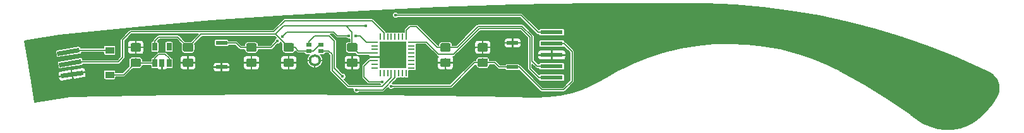
<source format=gtl>
G04 #@! TF.GenerationSoftware,KiCad,Pcbnew,(5.0.1)-3*
G04 #@! TF.CreationDate,2020-05-15T20:10:48+09:30*
G04 #@! TF.ProjectId,LED Left Glasses Arm (mcu),4C4544204C65667420476C6173736573,rev?*
G04 #@! TF.SameCoordinates,Original*
G04 #@! TF.FileFunction,Copper,L1,Top,Signal*
G04 #@! TF.FilePolarity,Positive*
%FSLAX46Y46*%
G04 Gerber Fmt 4.6, Leading zero omitted, Abs format (unit mm)*
G04 Created by KiCad (PCBNEW (5.0.1)-3) date 15/05/2020 8:10:48 PM*
%MOMM*%
%LPD*%
G01*
G04 APERTURE LIST*
G04 #@! TA.AperFunction,EtchedComponent*
%ADD10C,0.300000*%
G04 #@! TD*
G04 #@! TA.AperFunction,SMDPad,CuDef*
%ADD11R,1.500000X0.550000*%
G04 #@! TD*
G04 #@! TA.AperFunction,Conductor*
%ADD12C,0.100000*%
G04 #@! TD*
G04 #@! TA.AperFunction,SMDPad,CuDef*
%ADD13C,1.150000*%
G04 #@! TD*
G04 #@! TA.AperFunction,SMDPad,CuDef*
%ADD14R,3.000000X0.600000*%
G04 #@! TD*
G04 #@! TA.AperFunction,Conductor*
%ADD15R,0.100000X0.100000*%
G04 #@! TD*
G04 #@! TA.AperFunction,SMDPad,CuDef*
%ADD16R,0.725000X0.522000*%
G04 #@! TD*
G04 #@! TA.AperFunction,SMDPad,CuDef*
%ADD17C,0.600000*%
G04 #@! TD*
G04 #@! TA.AperFunction,SMDPad,CuDef*
%ADD18R,0.850000X0.250000*%
G04 #@! TD*
G04 #@! TA.AperFunction,SMDPad,CuDef*
%ADD19R,0.250000X0.850000*%
G04 #@! TD*
G04 #@! TA.AperFunction,SMDPad,CuDef*
%ADD20R,3.600000X3.600000*%
G04 #@! TD*
G04 #@! TA.AperFunction,SMDPad,CuDef*
%ADD21R,1.200000X0.900000*%
G04 #@! TD*
G04 #@! TA.AperFunction,SMDPad,CuDef*
%ADD22R,0.650000X1.060000*%
G04 #@! TD*
G04 #@! TA.AperFunction,ViaPad*
%ADD23C,0.450000*%
G04 #@! TD*
G04 #@! TA.AperFunction,Conductor*
%ADD24C,0.150000*%
G04 #@! TD*
G04 #@! TA.AperFunction,Conductor*
%ADD25C,0.200000*%
G04 #@! TD*
G04 #@! TA.AperFunction,Conductor*
%ADD26C,0.250000*%
G04 #@! TD*
G04 APERTURE END LIST*
D10*
G04 #@! TO.C,MK101*
X120162500Y-92710000D02*
G75*
G03X120162500Y-92710000I-662500J0D01*
G01*
G04 #@! TD*
D11*
G04 #@! TO.P,SW102,1*
G04 #@! TO.N,GND*
X107000000Y-93625000D03*
G04 #@! TO.P,SW102,2*
G04 #@! TO.N,Net-(C106-Pad1)*
X107000000Y-90375000D03*
G04 #@! TD*
D12*
G04 #@! TO.N,Net-(C106-Pad1)*
G04 #@! TO.C,C106*
G36*
X111474505Y-90401204D02*
X111498773Y-90404804D01*
X111522572Y-90410765D01*
X111545671Y-90419030D01*
X111567850Y-90429520D01*
X111588893Y-90442132D01*
X111608599Y-90456747D01*
X111626777Y-90473223D01*
X111643253Y-90491401D01*
X111657868Y-90511107D01*
X111670480Y-90532150D01*
X111680970Y-90554329D01*
X111689235Y-90577428D01*
X111695196Y-90601227D01*
X111698796Y-90625495D01*
X111700000Y-90649999D01*
X111700000Y-91300001D01*
X111698796Y-91324505D01*
X111695196Y-91348773D01*
X111689235Y-91372572D01*
X111680970Y-91395671D01*
X111670480Y-91417850D01*
X111657868Y-91438893D01*
X111643253Y-91458599D01*
X111626777Y-91476777D01*
X111608599Y-91493253D01*
X111588893Y-91507868D01*
X111567850Y-91520480D01*
X111545671Y-91530970D01*
X111522572Y-91539235D01*
X111498773Y-91545196D01*
X111474505Y-91548796D01*
X111450001Y-91550000D01*
X110549999Y-91550000D01*
X110525495Y-91548796D01*
X110501227Y-91545196D01*
X110477428Y-91539235D01*
X110454329Y-91530970D01*
X110432150Y-91520480D01*
X110411107Y-91507868D01*
X110391401Y-91493253D01*
X110373223Y-91476777D01*
X110356747Y-91458599D01*
X110342132Y-91438893D01*
X110329520Y-91417850D01*
X110319030Y-91395671D01*
X110310765Y-91372572D01*
X110304804Y-91348773D01*
X110301204Y-91324505D01*
X110300000Y-91300001D01*
X110300000Y-90649999D01*
X110301204Y-90625495D01*
X110304804Y-90601227D01*
X110310765Y-90577428D01*
X110319030Y-90554329D01*
X110329520Y-90532150D01*
X110342132Y-90511107D01*
X110356747Y-90491401D01*
X110373223Y-90473223D01*
X110391401Y-90456747D01*
X110411107Y-90442132D01*
X110432150Y-90429520D01*
X110454329Y-90419030D01*
X110477428Y-90410765D01*
X110501227Y-90404804D01*
X110525495Y-90401204D01*
X110549999Y-90400000D01*
X111450001Y-90400000D01*
X111474505Y-90401204D01*
X111474505Y-90401204D01*
G37*
D13*
G04 #@! TD*
G04 #@! TO.P,C106,1*
G04 #@! TO.N,Net-(C106-Pad1)*
X111000000Y-90975000D03*
D12*
G04 #@! TO.N,GND*
G04 #@! TO.C,C106*
G36*
X111474505Y-92451204D02*
X111498773Y-92454804D01*
X111522572Y-92460765D01*
X111545671Y-92469030D01*
X111567850Y-92479520D01*
X111588893Y-92492132D01*
X111608599Y-92506747D01*
X111626777Y-92523223D01*
X111643253Y-92541401D01*
X111657868Y-92561107D01*
X111670480Y-92582150D01*
X111680970Y-92604329D01*
X111689235Y-92627428D01*
X111695196Y-92651227D01*
X111698796Y-92675495D01*
X111700000Y-92699999D01*
X111700000Y-93350001D01*
X111698796Y-93374505D01*
X111695196Y-93398773D01*
X111689235Y-93422572D01*
X111680970Y-93445671D01*
X111670480Y-93467850D01*
X111657868Y-93488893D01*
X111643253Y-93508599D01*
X111626777Y-93526777D01*
X111608599Y-93543253D01*
X111588893Y-93557868D01*
X111567850Y-93570480D01*
X111545671Y-93580970D01*
X111522572Y-93589235D01*
X111498773Y-93595196D01*
X111474505Y-93598796D01*
X111450001Y-93600000D01*
X110549999Y-93600000D01*
X110525495Y-93598796D01*
X110501227Y-93595196D01*
X110477428Y-93589235D01*
X110454329Y-93580970D01*
X110432150Y-93570480D01*
X110411107Y-93557868D01*
X110391401Y-93543253D01*
X110373223Y-93526777D01*
X110356747Y-93508599D01*
X110342132Y-93488893D01*
X110329520Y-93467850D01*
X110319030Y-93445671D01*
X110310765Y-93422572D01*
X110304804Y-93398773D01*
X110301204Y-93374505D01*
X110300000Y-93350001D01*
X110300000Y-92699999D01*
X110301204Y-92675495D01*
X110304804Y-92651227D01*
X110310765Y-92627428D01*
X110319030Y-92604329D01*
X110329520Y-92582150D01*
X110342132Y-92561107D01*
X110356747Y-92541401D01*
X110373223Y-92523223D01*
X110391401Y-92506747D01*
X110411107Y-92492132D01*
X110432150Y-92479520D01*
X110454329Y-92469030D01*
X110477428Y-92460765D01*
X110501227Y-92454804D01*
X110525495Y-92451204D01*
X110549999Y-92450000D01*
X111450001Y-92450000D01*
X111474505Y-92451204D01*
X111474505Y-92451204D01*
G37*
D13*
G04 #@! TD*
G04 #@! TO.P,C106,2*
G04 #@! TO.N,GND*
X111000000Y-93025000D03*
D11*
G04 #@! TO.P,SW101,1*
G04 #@! TO.N,GND*
X146000000Y-90375000D03*
G04 #@! TO.P,SW101,2*
G04 #@! TO.N,/NRST*
X146000000Y-93625000D03*
G04 #@! TD*
D14*
G04 #@! TO.P,J102,5*
G04 #@! TO.N,/SWDIO*
X151250000Y-95048000D03*
G04 #@! TO.P,J102,4*
G04 #@! TO.N,/SWCLK*
X151250000Y-93524000D03*
G04 #@! TO.P,J102,2*
G04 #@! TO.N,/NRST*
X151250000Y-90476000D03*
G04 #@! TO.P,J102,3*
G04 #@! TO.N,GND*
X151250000Y-92000000D03*
G04 #@! TO.P,J102,1*
G04 #@! TO.N,+3V3*
X151250000Y-88952000D03*
G04 #@! TD*
D15*
G04 #@! TO.N,GND*
G04 #@! TO.C,MK101*
X118842500Y-92715000D03*
D16*
G04 #@! TD*
G04 #@! TO.P,MK101,4*
G04 #@! TO.N,/MIC_CLK*
X120337500Y-91458000D03*
G04 #@! TO.P,MK101,5*
G04 #@! TO.N,+3V3*
X120337500Y-90636000D03*
G04 #@! TO.P,MK101,2*
X118662500Y-91458000D03*
G04 #@! TO.P,MK101,1*
G04 #@! TO.N,/MIC_MISO*
X118662500Y-90636000D03*
G04 #@! TD*
D17*
G04 #@! TO.P,J101,2*
G04 #@! TO.N,/LED_DATA*
X86718343Y-93098606D03*
D12*
G04 #@! TD*
G04 #@! TO.N,/LED_DATA*
G04 #@! TO.C,J101*
G36*
X85286071Y-93635819D02*
X85189626Y-93043621D01*
X88150615Y-92561393D01*
X88247060Y-93153591D01*
X85286071Y-93635819D01*
X85286071Y-93635819D01*
G37*
D17*
G04 #@! TO.P,J101,3*
G04 #@! TO.N,GND*
X86963314Y-94602788D03*
D12*
G04 #@! TD*
G04 #@! TO.N,GND*
G04 #@! TO.C,J101*
G36*
X85531042Y-95140001D02*
X85434597Y-94547803D01*
X88395586Y-94065575D01*
X88492031Y-94657773D01*
X85531042Y-95140001D01*
X85531042Y-95140001D01*
G37*
D17*
G04 #@! TO.P,J101,1*
G04 #@! TO.N,Net-(D101-Pad2)*
X86473372Y-91594423D03*
D12*
G04 #@! TD*
G04 #@! TO.N,Net-(D101-Pad2)*
G04 #@! TO.C,J101*
G36*
X85041100Y-92131636D02*
X84944655Y-91539438D01*
X87905644Y-91057210D01*
X88002089Y-91649408D01*
X85041100Y-92131636D01*
X85041100Y-92131636D01*
G37*
D18*
G04 #@! TO.P,U102,1*
G04 #@! TO.N,Net-(C106-Pad1)*
X127550000Y-90250000D03*
G04 #@! TO.P,U102,2*
G04 #@! TO.N,Net-(U102-Pad2)*
X127550000Y-90750000D03*
G04 #@! TO.P,U102,3*
G04 #@! TO.N,Net-(U102-Pad3)*
X127550000Y-91250000D03*
G04 #@! TO.P,U102,4*
G04 #@! TO.N,+3V3*
X127550000Y-91750000D03*
G04 #@! TO.P,U102,5*
G04 #@! TO.N,GND*
X127550000Y-92250000D03*
G04 #@! TO.P,U102,6*
G04 #@! TO.N,/NRST*
X127550000Y-92750000D03*
G04 #@! TO.P,U102,7*
G04 #@! TO.N,Net-(U102-Pad7)*
X127550000Y-93250000D03*
G04 #@! TO.P,U102,8*
G04 #@! TO.N,Net-(U102-Pad8)*
X127550000Y-93750000D03*
D19*
G04 #@! TO.P,U102,9*
G04 #@! TO.N,Net-(U102-Pad9)*
X128250000Y-94450000D03*
G04 #@! TO.P,U102,10*
G04 #@! TO.N,Net-(U102-Pad10)*
X128750000Y-94450000D03*
G04 #@! TO.P,U102,11*
G04 #@! TO.N,Net-(U102-Pad11)*
X129250000Y-94450000D03*
G04 #@! TO.P,U102,12*
G04 #@! TO.N,/MIC_CLK*
X129750000Y-94450000D03*
G04 #@! TO.P,U102,13*
G04 #@! TO.N,/MIC_MISO*
X130250000Y-94450000D03*
G04 #@! TO.P,U102,14*
G04 #@! TO.N,Net-(U102-Pad14)*
X130750000Y-94450000D03*
G04 #@! TO.P,U102,15*
G04 #@! TO.N,Net-(U102-Pad15)*
X131250000Y-94450000D03*
G04 #@! TO.P,U102,16*
G04 #@! TO.N,Net-(U102-Pad16)*
X131750000Y-94450000D03*
D18*
G04 #@! TO.P,U102,17*
G04 #@! TO.N,Net-(U102-Pad17)*
X132450000Y-93750000D03*
G04 #@! TO.P,U102,18*
G04 #@! TO.N,Net-(U102-Pad18)*
X132450000Y-93250000D03*
G04 #@! TO.P,U102,19*
G04 #@! TO.N,Net-(U102-Pad19)*
X132450000Y-92750000D03*
G04 #@! TO.P,U102,20*
G04 #@! TO.N,Net-(U102-Pad20)*
X132450000Y-92250000D03*
G04 #@! TO.P,U102,21*
G04 #@! TO.N,Net-(U102-Pad21)*
X132450000Y-91750000D03*
G04 #@! TO.P,U102,22*
G04 #@! TO.N,Net-(U102-Pad22)*
X132450000Y-91250000D03*
G04 #@! TO.P,U102,23*
G04 #@! TO.N,Net-(U102-Pad23)*
X132450000Y-90750000D03*
G04 #@! TO.P,U102,24*
G04 #@! TO.N,/SWDIO*
X132450000Y-90250000D03*
D19*
G04 #@! TO.P,U102,25*
G04 #@! TO.N,/SWCLK*
X131750000Y-89550000D03*
G04 #@! TO.P,U102,26*
G04 #@! TO.N,Net-(U102-Pad26)*
X131250000Y-89550000D03*
G04 #@! TO.P,U102,27*
G04 #@! TO.N,Net-(U102-Pad27)*
X130750000Y-89550000D03*
G04 #@! TO.P,U102,28*
G04 #@! TO.N,Net-(U102-Pad28)*
X130250000Y-89550000D03*
G04 #@! TO.P,U102,29*
G04 #@! TO.N,Net-(U102-Pad29)*
X129750000Y-89550000D03*
G04 #@! TO.P,U102,30*
G04 #@! TO.N,Net-(U102-Pad30)*
X129250000Y-89550000D03*
G04 #@! TO.P,U102,31*
G04 #@! TO.N,/LED_DATA*
X128750000Y-89550000D03*
G04 #@! TO.P,U102,32*
G04 #@! TO.N,Net-(U102-Pad32)*
X128250000Y-89550000D03*
D20*
G04 #@! TO.P,U102,33*
G04 #@! TO.N,GND*
X130000000Y-92000000D03*
G04 #@! TD*
D12*
G04 #@! TO.N,/NRST*
G04 #@! TO.C,C105*
G36*
X142474505Y-92451204D02*
X142498773Y-92454804D01*
X142522572Y-92460765D01*
X142545671Y-92469030D01*
X142567850Y-92479520D01*
X142588893Y-92492132D01*
X142608599Y-92506747D01*
X142626777Y-92523223D01*
X142643253Y-92541401D01*
X142657868Y-92561107D01*
X142670480Y-92582150D01*
X142680970Y-92604329D01*
X142689235Y-92627428D01*
X142695196Y-92651227D01*
X142698796Y-92675495D01*
X142700000Y-92699999D01*
X142700000Y-93350001D01*
X142698796Y-93374505D01*
X142695196Y-93398773D01*
X142689235Y-93422572D01*
X142680970Y-93445671D01*
X142670480Y-93467850D01*
X142657868Y-93488893D01*
X142643253Y-93508599D01*
X142626777Y-93526777D01*
X142608599Y-93543253D01*
X142588893Y-93557868D01*
X142567850Y-93570480D01*
X142545671Y-93580970D01*
X142522572Y-93589235D01*
X142498773Y-93595196D01*
X142474505Y-93598796D01*
X142450001Y-93600000D01*
X141549999Y-93600000D01*
X141525495Y-93598796D01*
X141501227Y-93595196D01*
X141477428Y-93589235D01*
X141454329Y-93580970D01*
X141432150Y-93570480D01*
X141411107Y-93557868D01*
X141391401Y-93543253D01*
X141373223Y-93526777D01*
X141356747Y-93508599D01*
X141342132Y-93488893D01*
X141329520Y-93467850D01*
X141319030Y-93445671D01*
X141310765Y-93422572D01*
X141304804Y-93398773D01*
X141301204Y-93374505D01*
X141300000Y-93350001D01*
X141300000Y-92699999D01*
X141301204Y-92675495D01*
X141304804Y-92651227D01*
X141310765Y-92627428D01*
X141319030Y-92604329D01*
X141329520Y-92582150D01*
X141342132Y-92561107D01*
X141356747Y-92541401D01*
X141373223Y-92523223D01*
X141391401Y-92506747D01*
X141411107Y-92492132D01*
X141432150Y-92479520D01*
X141454329Y-92469030D01*
X141477428Y-92460765D01*
X141501227Y-92454804D01*
X141525495Y-92451204D01*
X141549999Y-92450000D01*
X142450001Y-92450000D01*
X142474505Y-92451204D01*
X142474505Y-92451204D01*
G37*
D13*
G04 #@! TD*
G04 #@! TO.P,C105,1*
G04 #@! TO.N,/NRST*
X142000000Y-93025000D03*
D12*
G04 #@! TO.N,GND*
G04 #@! TO.C,C105*
G36*
X142474505Y-90401204D02*
X142498773Y-90404804D01*
X142522572Y-90410765D01*
X142545671Y-90419030D01*
X142567850Y-90429520D01*
X142588893Y-90442132D01*
X142608599Y-90456747D01*
X142626777Y-90473223D01*
X142643253Y-90491401D01*
X142657868Y-90511107D01*
X142670480Y-90532150D01*
X142680970Y-90554329D01*
X142689235Y-90577428D01*
X142695196Y-90601227D01*
X142698796Y-90625495D01*
X142700000Y-90649999D01*
X142700000Y-91300001D01*
X142698796Y-91324505D01*
X142695196Y-91348773D01*
X142689235Y-91372572D01*
X142680970Y-91395671D01*
X142670480Y-91417850D01*
X142657868Y-91438893D01*
X142643253Y-91458599D01*
X142626777Y-91476777D01*
X142608599Y-91493253D01*
X142588893Y-91507868D01*
X142567850Y-91520480D01*
X142545671Y-91530970D01*
X142522572Y-91539235D01*
X142498773Y-91545196D01*
X142474505Y-91548796D01*
X142450001Y-91550000D01*
X141549999Y-91550000D01*
X141525495Y-91548796D01*
X141501227Y-91545196D01*
X141477428Y-91539235D01*
X141454329Y-91530970D01*
X141432150Y-91520480D01*
X141411107Y-91507868D01*
X141391401Y-91493253D01*
X141373223Y-91476777D01*
X141356747Y-91458599D01*
X141342132Y-91438893D01*
X141329520Y-91417850D01*
X141319030Y-91395671D01*
X141310765Y-91372572D01*
X141304804Y-91348773D01*
X141301204Y-91324505D01*
X141300000Y-91300001D01*
X141300000Y-90649999D01*
X141301204Y-90625495D01*
X141304804Y-90601227D01*
X141310765Y-90577428D01*
X141319030Y-90554329D01*
X141329520Y-90532150D01*
X141342132Y-90511107D01*
X141356747Y-90491401D01*
X141373223Y-90473223D01*
X141391401Y-90456747D01*
X141411107Y-90442132D01*
X141432150Y-90429520D01*
X141454329Y-90419030D01*
X141477428Y-90410765D01*
X141501227Y-90404804D01*
X141525495Y-90401204D01*
X141549999Y-90400000D01*
X142450001Y-90400000D01*
X142474505Y-90401204D01*
X142474505Y-90401204D01*
G37*
D13*
G04 #@! TD*
G04 #@! TO.P,C105,2*
G04 #@! TO.N,GND*
X142000000Y-90975000D03*
D12*
G04 #@! TO.N,GND*
G04 #@! TO.C,C104*
G36*
X116474505Y-92451204D02*
X116498773Y-92454804D01*
X116522572Y-92460765D01*
X116545671Y-92469030D01*
X116567850Y-92479520D01*
X116588893Y-92492132D01*
X116608599Y-92506747D01*
X116626777Y-92523223D01*
X116643253Y-92541401D01*
X116657868Y-92561107D01*
X116670480Y-92582150D01*
X116680970Y-92604329D01*
X116689235Y-92627428D01*
X116695196Y-92651227D01*
X116698796Y-92675495D01*
X116700000Y-92699999D01*
X116700000Y-93350001D01*
X116698796Y-93374505D01*
X116695196Y-93398773D01*
X116689235Y-93422572D01*
X116680970Y-93445671D01*
X116670480Y-93467850D01*
X116657868Y-93488893D01*
X116643253Y-93508599D01*
X116626777Y-93526777D01*
X116608599Y-93543253D01*
X116588893Y-93557868D01*
X116567850Y-93570480D01*
X116545671Y-93580970D01*
X116522572Y-93589235D01*
X116498773Y-93595196D01*
X116474505Y-93598796D01*
X116450001Y-93600000D01*
X115549999Y-93600000D01*
X115525495Y-93598796D01*
X115501227Y-93595196D01*
X115477428Y-93589235D01*
X115454329Y-93580970D01*
X115432150Y-93570480D01*
X115411107Y-93557868D01*
X115391401Y-93543253D01*
X115373223Y-93526777D01*
X115356747Y-93508599D01*
X115342132Y-93488893D01*
X115329520Y-93467850D01*
X115319030Y-93445671D01*
X115310765Y-93422572D01*
X115304804Y-93398773D01*
X115301204Y-93374505D01*
X115300000Y-93350001D01*
X115300000Y-92699999D01*
X115301204Y-92675495D01*
X115304804Y-92651227D01*
X115310765Y-92627428D01*
X115319030Y-92604329D01*
X115329520Y-92582150D01*
X115342132Y-92561107D01*
X115356747Y-92541401D01*
X115373223Y-92523223D01*
X115391401Y-92506747D01*
X115411107Y-92492132D01*
X115432150Y-92479520D01*
X115454329Y-92469030D01*
X115477428Y-92460765D01*
X115501227Y-92454804D01*
X115525495Y-92451204D01*
X115549999Y-92450000D01*
X116450001Y-92450000D01*
X116474505Y-92451204D01*
X116474505Y-92451204D01*
G37*
D13*
G04 #@! TD*
G04 #@! TO.P,C104,2*
G04 #@! TO.N,GND*
X116000000Y-93025000D03*
D12*
G04 #@! TO.N,+3V3*
G04 #@! TO.C,C104*
G36*
X116474505Y-90401204D02*
X116498773Y-90404804D01*
X116522572Y-90410765D01*
X116545671Y-90419030D01*
X116567850Y-90429520D01*
X116588893Y-90442132D01*
X116608599Y-90456747D01*
X116626777Y-90473223D01*
X116643253Y-90491401D01*
X116657868Y-90511107D01*
X116670480Y-90532150D01*
X116680970Y-90554329D01*
X116689235Y-90577428D01*
X116695196Y-90601227D01*
X116698796Y-90625495D01*
X116700000Y-90649999D01*
X116700000Y-91300001D01*
X116698796Y-91324505D01*
X116695196Y-91348773D01*
X116689235Y-91372572D01*
X116680970Y-91395671D01*
X116670480Y-91417850D01*
X116657868Y-91438893D01*
X116643253Y-91458599D01*
X116626777Y-91476777D01*
X116608599Y-91493253D01*
X116588893Y-91507868D01*
X116567850Y-91520480D01*
X116545671Y-91530970D01*
X116522572Y-91539235D01*
X116498773Y-91545196D01*
X116474505Y-91548796D01*
X116450001Y-91550000D01*
X115549999Y-91550000D01*
X115525495Y-91548796D01*
X115501227Y-91545196D01*
X115477428Y-91539235D01*
X115454329Y-91530970D01*
X115432150Y-91520480D01*
X115411107Y-91507868D01*
X115391401Y-91493253D01*
X115373223Y-91476777D01*
X115356747Y-91458599D01*
X115342132Y-91438893D01*
X115329520Y-91417850D01*
X115319030Y-91395671D01*
X115310765Y-91372572D01*
X115304804Y-91348773D01*
X115301204Y-91324505D01*
X115300000Y-91300001D01*
X115300000Y-90649999D01*
X115301204Y-90625495D01*
X115304804Y-90601227D01*
X115310765Y-90577428D01*
X115319030Y-90554329D01*
X115329520Y-90532150D01*
X115342132Y-90511107D01*
X115356747Y-90491401D01*
X115373223Y-90473223D01*
X115391401Y-90456747D01*
X115411107Y-90442132D01*
X115432150Y-90429520D01*
X115454329Y-90419030D01*
X115477428Y-90410765D01*
X115501227Y-90404804D01*
X115525495Y-90401204D01*
X115549999Y-90400000D01*
X116450001Y-90400000D01*
X116474505Y-90401204D01*
X116474505Y-90401204D01*
G37*
D13*
G04 #@! TD*
G04 #@! TO.P,C104,1*
G04 #@! TO.N,+3V3*
X116000000Y-90975000D03*
D12*
G04 #@! TO.N,GND*
G04 #@! TO.C,C103*
G36*
X124974505Y-92451204D02*
X124998773Y-92454804D01*
X125022572Y-92460765D01*
X125045671Y-92469030D01*
X125067850Y-92479520D01*
X125088893Y-92492132D01*
X125108599Y-92506747D01*
X125126777Y-92523223D01*
X125143253Y-92541401D01*
X125157868Y-92561107D01*
X125170480Y-92582150D01*
X125180970Y-92604329D01*
X125189235Y-92627428D01*
X125195196Y-92651227D01*
X125198796Y-92675495D01*
X125200000Y-92699999D01*
X125200000Y-93350001D01*
X125198796Y-93374505D01*
X125195196Y-93398773D01*
X125189235Y-93422572D01*
X125180970Y-93445671D01*
X125170480Y-93467850D01*
X125157868Y-93488893D01*
X125143253Y-93508599D01*
X125126777Y-93526777D01*
X125108599Y-93543253D01*
X125088893Y-93557868D01*
X125067850Y-93570480D01*
X125045671Y-93580970D01*
X125022572Y-93589235D01*
X124998773Y-93595196D01*
X124974505Y-93598796D01*
X124950001Y-93600000D01*
X124049999Y-93600000D01*
X124025495Y-93598796D01*
X124001227Y-93595196D01*
X123977428Y-93589235D01*
X123954329Y-93580970D01*
X123932150Y-93570480D01*
X123911107Y-93557868D01*
X123891401Y-93543253D01*
X123873223Y-93526777D01*
X123856747Y-93508599D01*
X123842132Y-93488893D01*
X123829520Y-93467850D01*
X123819030Y-93445671D01*
X123810765Y-93422572D01*
X123804804Y-93398773D01*
X123801204Y-93374505D01*
X123800000Y-93350001D01*
X123800000Y-92699999D01*
X123801204Y-92675495D01*
X123804804Y-92651227D01*
X123810765Y-92627428D01*
X123819030Y-92604329D01*
X123829520Y-92582150D01*
X123842132Y-92561107D01*
X123856747Y-92541401D01*
X123873223Y-92523223D01*
X123891401Y-92506747D01*
X123911107Y-92492132D01*
X123932150Y-92479520D01*
X123954329Y-92469030D01*
X123977428Y-92460765D01*
X124001227Y-92454804D01*
X124025495Y-92451204D01*
X124049999Y-92450000D01*
X124950001Y-92450000D01*
X124974505Y-92451204D01*
X124974505Y-92451204D01*
G37*
D13*
G04 #@! TD*
G04 #@! TO.P,C103,1*
G04 #@! TO.N,GND*
X124500000Y-93025000D03*
D12*
G04 #@! TO.N,+3V3*
G04 #@! TO.C,C103*
G36*
X124974505Y-90401204D02*
X124998773Y-90404804D01*
X125022572Y-90410765D01*
X125045671Y-90419030D01*
X125067850Y-90429520D01*
X125088893Y-90442132D01*
X125108599Y-90456747D01*
X125126777Y-90473223D01*
X125143253Y-90491401D01*
X125157868Y-90511107D01*
X125170480Y-90532150D01*
X125180970Y-90554329D01*
X125189235Y-90577428D01*
X125195196Y-90601227D01*
X125198796Y-90625495D01*
X125200000Y-90649999D01*
X125200000Y-91300001D01*
X125198796Y-91324505D01*
X125195196Y-91348773D01*
X125189235Y-91372572D01*
X125180970Y-91395671D01*
X125170480Y-91417850D01*
X125157868Y-91438893D01*
X125143253Y-91458599D01*
X125126777Y-91476777D01*
X125108599Y-91493253D01*
X125088893Y-91507868D01*
X125067850Y-91520480D01*
X125045671Y-91530970D01*
X125022572Y-91539235D01*
X124998773Y-91545196D01*
X124974505Y-91548796D01*
X124950001Y-91550000D01*
X124049999Y-91550000D01*
X124025495Y-91548796D01*
X124001227Y-91545196D01*
X123977428Y-91539235D01*
X123954329Y-91530970D01*
X123932150Y-91520480D01*
X123911107Y-91507868D01*
X123891401Y-91493253D01*
X123873223Y-91476777D01*
X123856747Y-91458599D01*
X123842132Y-91438893D01*
X123829520Y-91417850D01*
X123819030Y-91395671D01*
X123810765Y-91372572D01*
X123804804Y-91348773D01*
X123801204Y-91324505D01*
X123800000Y-91300001D01*
X123800000Y-90649999D01*
X123801204Y-90625495D01*
X123804804Y-90601227D01*
X123810765Y-90577428D01*
X123819030Y-90554329D01*
X123829520Y-90532150D01*
X123842132Y-90511107D01*
X123856747Y-90491401D01*
X123873223Y-90473223D01*
X123891401Y-90456747D01*
X123911107Y-90442132D01*
X123932150Y-90429520D01*
X123954329Y-90419030D01*
X123977428Y-90410765D01*
X124001227Y-90404804D01*
X124025495Y-90401204D01*
X124049999Y-90400000D01*
X124950001Y-90400000D01*
X124974505Y-90401204D01*
X124974505Y-90401204D01*
G37*
D13*
G04 #@! TD*
G04 #@! TO.P,C103,2*
G04 #@! TO.N,+3V3*
X124500000Y-90975000D03*
D12*
G04 #@! TO.N,+3V3*
G04 #@! TO.C,C102*
G36*
X102974505Y-90401204D02*
X102998773Y-90404804D01*
X103022572Y-90410765D01*
X103045671Y-90419030D01*
X103067850Y-90429520D01*
X103088893Y-90442132D01*
X103108599Y-90456747D01*
X103126777Y-90473223D01*
X103143253Y-90491401D01*
X103157868Y-90511107D01*
X103170480Y-90532150D01*
X103180970Y-90554329D01*
X103189235Y-90577428D01*
X103195196Y-90601227D01*
X103198796Y-90625495D01*
X103200000Y-90649999D01*
X103200000Y-91300001D01*
X103198796Y-91324505D01*
X103195196Y-91348773D01*
X103189235Y-91372572D01*
X103180970Y-91395671D01*
X103170480Y-91417850D01*
X103157868Y-91438893D01*
X103143253Y-91458599D01*
X103126777Y-91476777D01*
X103108599Y-91493253D01*
X103088893Y-91507868D01*
X103067850Y-91520480D01*
X103045671Y-91530970D01*
X103022572Y-91539235D01*
X102998773Y-91545196D01*
X102974505Y-91548796D01*
X102950001Y-91550000D01*
X102049999Y-91550000D01*
X102025495Y-91548796D01*
X102001227Y-91545196D01*
X101977428Y-91539235D01*
X101954329Y-91530970D01*
X101932150Y-91520480D01*
X101911107Y-91507868D01*
X101891401Y-91493253D01*
X101873223Y-91476777D01*
X101856747Y-91458599D01*
X101842132Y-91438893D01*
X101829520Y-91417850D01*
X101819030Y-91395671D01*
X101810765Y-91372572D01*
X101804804Y-91348773D01*
X101801204Y-91324505D01*
X101800000Y-91300001D01*
X101800000Y-90649999D01*
X101801204Y-90625495D01*
X101804804Y-90601227D01*
X101810765Y-90577428D01*
X101819030Y-90554329D01*
X101829520Y-90532150D01*
X101842132Y-90511107D01*
X101856747Y-90491401D01*
X101873223Y-90473223D01*
X101891401Y-90456747D01*
X101911107Y-90442132D01*
X101932150Y-90429520D01*
X101954329Y-90419030D01*
X101977428Y-90410765D01*
X102001227Y-90404804D01*
X102025495Y-90401204D01*
X102049999Y-90400000D01*
X102950001Y-90400000D01*
X102974505Y-90401204D01*
X102974505Y-90401204D01*
G37*
D13*
G04 #@! TD*
G04 #@! TO.P,C102,2*
G04 #@! TO.N,+3V3*
X102500000Y-90975000D03*
D12*
G04 #@! TO.N,GND*
G04 #@! TO.C,C102*
G36*
X102974505Y-92451204D02*
X102998773Y-92454804D01*
X103022572Y-92460765D01*
X103045671Y-92469030D01*
X103067850Y-92479520D01*
X103088893Y-92492132D01*
X103108599Y-92506747D01*
X103126777Y-92523223D01*
X103143253Y-92541401D01*
X103157868Y-92561107D01*
X103170480Y-92582150D01*
X103180970Y-92604329D01*
X103189235Y-92627428D01*
X103195196Y-92651227D01*
X103198796Y-92675495D01*
X103200000Y-92699999D01*
X103200000Y-93350001D01*
X103198796Y-93374505D01*
X103195196Y-93398773D01*
X103189235Y-93422572D01*
X103180970Y-93445671D01*
X103170480Y-93467850D01*
X103157868Y-93488893D01*
X103143253Y-93508599D01*
X103126777Y-93526777D01*
X103108599Y-93543253D01*
X103088893Y-93557868D01*
X103067850Y-93570480D01*
X103045671Y-93580970D01*
X103022572Y-93589235D01*
X102998773Y-93595196D01*
X102974505Y-93598796D01*
X102950001Y-93600000D01*
X102049999Y-93600000D01*
X102025495Y-93598796D01*
X102001227Y-93595196D01*
X101977428Y-93589235D01*
X101954329Y-93580970D01*
X101932150Y-93570480D01*
X101911107Y-93557868D01*
X101891401Y-93543253D01*
X101873223Y-93526777D01*
X101856747Y-93508599D01*
X101842132Y-93488893D01*
X101829520Y-93467850D01*
X101819030Y-93445671D01*
X101810765Y-93422572D01*
X101804804Y-93398773D01*
X101801204Y-93374505D01*
X101800000Y-93350001D01*
X101800000Y-92699999D01*
X101801204Y-92675495D01*
X101804804Y-92651227D01*
X101810765Y-92627428D01*
X101819030Y-92604329D01*
X101829520Y-92582150D01*
X101842132Y-92561107D01*
X101856747Y-92541401D01*
X101873223Y-92523223D01*
X101891401Y-92506747D01*
X101911107Y-92492132D01*
X101932150Y-92479520D01*
X101954329Y-92469030D01*
X101977428Y-92460765D01*
X102001227Y-92454804D01*
X102025495Y-92451204D01*
X102049999Y-92450000D01*
X102950001Y-92450000D01*
X102974505Y-92451204D01*
X102974505Y-92451204D01*
G37*
D13*
G04 #@! TD*
G04 #@! TO.P,C102,1*
G04 #@! TO.N,GND*
X102500000Y-93025000D03*
D12*
G04 #@! TO.N,GND*
G04 #@! TO.C,C101*
G36*
X95974505Y-90401204D02*
X95998773Y-90404804D01*
X96022572Y-90410765D01*
X96045671Y-90419030D01*
X96067850Y-90429520D01*
X96088893Y-90442132D01*
X96108599Y-90456747D01*
X96126777Y-90473223D01*
X96143253Y-90491401D01*
X96157868Y-90511107D01*
X96170480Y-90532150D01*
X96180970Y-90554329D01*
X96189235Y-90577428D01*
X96195196Y-90601227D01*
X96198796Y-90625495D01*
X96200000Y-90649999D01*
X96200000Y-91300001D01*
X96198796Y-91324505D01*
X96195196Y-91348773D01*
X96189235Y-91372572D01*
X96180970Y-91395671D01*
X96170480Y-91417850D01*
X96157868Y-91438893D01*
X96143253Y-91458599D01*
X96126777Y-91476777D01*
X96108599Y-91493253D01*
X96088893Y-91507868D01*
X96067850Y-91520480D01*
X96045671Y-91530970D01*
X96022572Y-91539235D01*
X95998773Y-91545196D01*
X95974505Y-91548796D01*
X95950001Y-91550000D01*
X95049999Y-91550000D01*
X95025495Y-91548796D01*
X95001227Y-91545196D01*
X94977428Y-91539235D01*
X94954329Y-91530970D01*
X94932150Y-91520480D01*
X94911107Y-91507868D01*
X94891401Y-91493253D01*
X94873223Y-91476777D01*
X94856747Y-91458599D01*
X94842132Y-91438893D01*
X94829520Y-91417850D01*
X94819030Y-91395671D01*
X94810765Y-91372572D01*
X94804804Y-91348773D01*
X94801204Y-91324505D01*
X94800000Y-91300001D01*
X94800000Y-90649999D01*
X94801204Y-90625495D01*
X94804804Y-90601227D01*
X94810765Y-90577428D01*
X94819030Y-90554329D01*
X94829520Y-90532150D01*
X94842132Y-90511107D01*
X94856747Y-90491401D01*
X94873223Y-90473223D01*
X94891401Y-90456747D01*
X94911107Y-90442132D01*
X94932150Y-90429520D01*
X94954329Y-90419030D01*
X94977428Y-90410765D01*
X95001227Y-90404804D01*
X95025495Y-90401204D01*
X95049999Y-90400000D01*
X95950001Y-90400000D01*
X95974505Y-90401204D01*
X95974505Y-90401204D01*
G37*
D13*
G04 #@! TD*
G04 #@! TO.P,C101,1*
G04 #@! TO.N,GND*
X95500000Y-90975000D03*
D12*
G04 #@! TO.N,Net-(C101-Pad2)*
G04 #@! TO.C,C101*
G36*
X95974505Y-92451204D02*
X95998773Y-92454804D01*
X96022572Y-92460765D01*
X96045671Y-92469030D01*
X96067850Y-92479520D01*
X96088893Y-92492132D01*
X96108599Y-92506747D01*
X96126777Y-92523223D01*
X96143253Y-92541401D01*
X96157868Y-92561107D01*
X96170480Y-92582150D01*
X96180970Y-92604329D01*
X96189235Y-92627428D01*
X96195196Y-92651227D01*
X96198796Y-92675495D01*
X96200000Y-92699999D01*
X96200000Y-93350001D01*
X96198796Y-93374505D01*
X96195196Y-93398773D01*
X96189235Y-93422572D01*
X96180970Y-93445671D01*
X96170480Y-93467850D01*
X96157868Y-93488893D01*
X96143253Y-93508599D01*
X96126777Y-93526777D01*
X96108599Y-93543253D01*
X96088893Y-93557868D01*
X96067850Y-93570480D01*
X96045671Y-93580970D01*
X96022572Y-93589235D01*
X95998773Y-93595196D01*
X95974505Y-93598796D01*
X95950001Y-93600000D01*
X95049999Y-93600000D01*
X95025495Y-93598796D01*
X95001227Y-93595196D01*
X94977428Y-93589235D01*
X94954329Y-93580970D01*
X94932150Y-93570480D01*
X94911107Y-93557868D01*
X94891401Y-93543253D01*
X94873223Y-93526777D01*
X94856747Y-93508599D01*
X94842132Y-93488893D01*
X94829520Y-93467850D01*
X94819030Y-93445671D01*
X94810765Y-93422572D01*
X94804804Y-93398773D01*
X94801204Y-93374505D01*
X94800000Y-93350001D01*
X94800000Y-92699999D01*
X94801204Y-92675495D01*
X94804804Y-92651227D01*
X94810765Y-92627428D01*
X94819030Y-92604329D01*
X94829520Y-92582150D01*
X94842132Y-92561107D01*
X94856747Y-92541401D01*
X94873223Y-92523223D01*
X94891401Y-92506747D01*
X94911107Y-92492132D01*
X94932150Y-92479520D01*
X94954329Y-92469030D01*
X94977428Y-92460765D01*
X95001227Y-92454804D01*
X95025495Y-92451204D01*
X95049999Y-92450000D01*
X95950001Y-92450000D01*
X95974505Y-92451204D01*
X95974505Y-92451204D01*
G37*
D13*
G04 #@! TD*
G04 #@! TO.P,C101,2*
G04 #@! TO.N,Net-(C101-Pad2)*
X95500000Y-93025000D03*
D21*
G04 #@! TO.P,D101,1*
G04 #@! TO.N,Net-(C101-Pad2)*
X92000000Y-94650000D03*
G04 #@! TO.P,D101,2*
G04 #@! TO.N,Net-(D101-Pad2)*
X92000000Y-91350000D03*
G04 #@! TD*
D22*
G04 #@! TO.P,U101,1*
G04 #@! TO.N,Net-(C101-Pad2)*
X98050000Y-93100000D03*
G04 #@! TO.P,U101,2*
G04 #@! TO.N,GND*
X99000000Y-93100000D03*
G04 #@! TO.P,U101,3*
G04 #@! TO.N,Net-(C101-Pad2)*
X99950000Y-93100000D03*
G04 #@! TO.P,U101,4*
G04 #@! TO.N,Net-(U101-Pad4)*
X99950000Y-90900000D03*
G04 #@! TO.P,U101,5*
G04 #@! TO.N,+3V3*
X98050000Y-90900000D03*
G04 #@! TD*
D12*
G04 #@! TO.N,GND*
G04 #@! TO.C,R101*
G36*
X137474505Y-92451204D02*
X137498773Y-92454804D01*
X137522572Y-92460765D01*
X137545671Y-92469030D01*
X137567850Y-92479520D01*
X137588893Y-92492132D01*
X137608599Y-92506747D01*
X137626777Y-92523223D01*
X137643253Y-92541401D01*
X137657868Y-92561107D01*
X137670480Y-92582150D01*
X137680970Y-92604329D01*
X137689235Y-92627428D01*
X137695196Y-92651227D01*
X137698796Y-92675495D01*
X137700000Y-92699999D01*
X137700000Y-93350001D01*
X137698796Y-93374505D01*
X137695196Y-93398773D01*
X137689235Y-93422572D01*
X137680970Y-93445671D01*
X137670480Y-93467850D01*
X137657868Y-93488893D01*
X137643253Y-93508599D01*
X137626777Y-93526777D01*
X137608599Y-93543253D01*
X137588893Y-93557868D01*
X137567850Y-93570480D01*
X137545671Y-93580970D01*
X137522572Y-93589235D01*
X137498773Y-93595196D01*
X137474505Y-93598796D01*
X137450001Y-93600000D01*
X136549999Y-93600000D01*
X136525495Y-93598796D01*
X136501227Y-93595196D01*
X136477428Y-93589235D01*
X136454329Y-93580970D01*
X136432150Y-93570480D01*
X136411107Y-93557868D01*
X136391401Y-93543253D01*
X136373223Y-93526777D01*
X136356747Y-93508599D01*
X136342132Y-93488893D01*
X136329520Y-93467850D01*
X136319030Y-93445671D01*
X136310765Y-93422572D01*
X136304804Y-93398773D01*
X136301204Y-93374505D01*
X136300000Y-93350001D01*
X136300000Y-92699999D01*
X136301204Y-92675495D01*
X136304804Y-92651227D01*
X136310765Y-92627428D01*
X136319030Y-92604329D01*
X136329520Y-92582150D01*
X136342132Y-92561107D01*
X136356747Y-92541401D01*
X136373223Y-92523223D01*
X136391401Y-92506747D01*
X136411107Y-92492132D01*
X136432150Y-92479520D01*
X136454329Y-92469030D01*
X136477428Y-92460765D01*
X136501227Y-92454804D01*
X136525495Y-92451204D01*
X136549999Y-92450000D01*
X137450001Y-92450000D01*
X137474505Y-92451204D01*
X137474505Y-92451204D01*
G37*
D13*
G04 #@! TD*
G04 #@! TO.P,R101,2*
G04 #@! TO.N,GND*
X137000000Y-93025000D03*
D12*
G04 #@! TO.N,/SWCLK*
G04 #@! TO.C,R101*
G36*
X137474505Y-90401204D02*
X137498773Y-90404804D01*
X137522572Y-90410765D01*
X137545671Y-90419030D01*
X137567850Y-90429520D01*
X137588893Y-90442132D01*
X137608599Y-90456747D01*
X137626777Y-90473223D01*
X137643253Y-90491401D01*
X137657868Y-90511107D01*
X137670480Y-90532150D01*
X137680970Y-90554329D01*
X137689235Y-90577428D01*
X137695196Y-90601227D01*
X137698796Y-90625495D01*
X137700000Y-90649999D01*
X137700000Y-91300001D01*
X137698796Y-91324505D01*
X137695196Y-91348773D01*
X137689235Y-91372572D01*
X137680970Y-91395671D01*
X137670480Y-91417850D01*
X137657868Y-91438893D01*
X137643253Y-91458599D01*
X137626777Y-91476777D01*
X137608599Y-91493253D01*
X137588893Y-91507868D01*
X137567850Y-91520480D01*
X137545671Y-91530970D01*
X137522572Y-91539235D01*
X137498773Y-91545196D01*
X137474505Y-91548796D01*
X137450001Y-91550000D01*
X136549999Y-91550000D01*
X136525495Y-91548796D01*
X136501227Y-91545196D01*
X136477428Y-91539235D01*
X136454329Y-91530970D01*
X136432150Y-91520480D01*
X136411107Y-91507868D01*
X136391401Y-91493253D01*
X136373223Y-91476777D01*
X136356747Y-91458599D01*
X136342132Y-91438893D01*
X136329520Y-91417850D01*
X136319030Y-91395671D01*
X136310765Y-91372572D01*
X136304804Y-91348773D01*
X136301204Y-91324505D01*
X136300000Y-91300001D01*
X136300000Y-90649999D01*
X136301204Y-90625495D01*
X136304804Y-90601227D01*
X136310765Y-90577428D01*
X136319030Y-90554329D01*
X136329520Y-90532150D01*
X136342132Y-90511107D01*
X136356747Y-90491401D01*
X136373223Y-90473223D01*
X136391401Y-90456747D01*
X136411107Y-90442132D01*
X136432150Y-90429520D01*
X136454329Y-90419030D01*
X136477428Y-90410765D01*
X136501227Y-90404804D01*
X136525495Y-90401204D01*
X136549999Y-90400000D01*
X137450001Y-90400000D01*
X137474505Y-90401204D01*
X137474505Y-90401204D01*
G37*
D13*
G04 #@! TD*
G04 #@! TO.P,R101,1*
G04 #@! TO.N,/SWCLK*
X137000000Y-90975000D03*
D23*
G04 #@! TO.N,GND*
X87100000Y-95625000D03*
X89300000Y-94225000D03*
X84625000Y-95625000D03*
X102525000Y-89550000D03*
X95525000Y-89500000D03*
X102475000Y-94675000D03*
X106975000Y-94875000D03*
X111000000Y-94575000D03*
X116050000Y-94525000D03*
X119500000Y-94350000D03*
X124550000Y-94650000D03*
X126150000Y-92350000D03*
X137025000Y-94650000D03*
X142000000Y-89300000D03*
X146000000Y-89175000D03*
X99000000Y-94250000D03*
X149050010Y-91975000D03*
G04 #@! TO.N,+3V3*
X130300000Y-86650000D03*
X126350000Y-88125000D03*
G04 #@! TO.N,/NRST*
X129705699Y-96205699D03*
X128531801Y-95606801D03*
G04 #@! TO.N,/MIC_MISO*
X123230699Y-94869301D03*
X125075000Y-96700000D03*
G04 #@! TO.N,Net-(C106-Pad1)*
X124950000Y-89400000D03*
X124050000Y-89400000D03*
X115143199Y-89481801D03*
X114506801Y-90118199D03*
G04 #@! TD*
D24*
G04 #@! TO.N,/SWCLK*
X135900000Y-90975000D02*
X137000000Y-90975000D01*
X133100000Y-88175000D02*
X135900000Y-90975000D01*
X132250000Y-88175000D02*
X133100000Y-88175000D01*
X131750000Y-89550000D02*
X131750000Y-88675000D01*
X131750000Y-88675000D02*
X132250000Y-88175000D01*
X149300000Y-93500000D02*
X151250000Y-93500000D01*
X137000000Y-90975000D02*
X138575000Y-90975000D01*
X148600000Y-92800000D02*
X149300000Y-93500000D01*
X138575000Y-90975000D02*
X141400001Y-88149999D01*
X141400001Y-88149999D02*
X147274999Y-88149999D01*
X147274999Y-88149999D02*
X148600000Y-89475000D01*
X148600000Y-89475000D02*
X148600000Y-92800000D01*
D25*
G04 #@! TO.N,GND*
X119500000Y-93375000D02*
X119500000Y-94350000D01*
X120175000Y-92700000D02*
X121350000Y-92700000D01*
D26*
X127550000Y-92250000D02*
X128525000Y-92250000D01*
D25*
X118842500Y-92715000D02*
X117665000Y-92715000D01*
X119500000Y-94350000D02*
X119500000Y-94725000D01*
D26*
X99000000Y-93100000D02*
X99000000Y-94250000D01*
D24*
G04 #@! TO.N,Net-(C101-Pad2)*
X93875000Y-94650000D02*
X95500000Y-93025000D01*
X92000000Y-94650000D02*
X93875000Y-94650000D01*
X95575000Y-93100000D02*
X98050000Y-93100000D01*
X95500000Y-93025000D02*
X95575000Y-93100000D01*
X98050000Y-92420000D02*
X98570000Y-91900000D01*
X98050000Y-93100000D02*
X98050000Y-92420000D01*
X99950000Y-92420000D02*
X99950000Y-93100000D01*
X99430000Y-91900000D02*
X99950000Y-92420000D01*
X98570000Y-91900000D02*
X99430000Y-91900000D01*
G04 #@! TO.N,+3V3*
X98050000Y-90120000D02*
X98595000Y-89575000D01*
X98050000Y-90900000D02*
X98050000Y-90120000D01*
X101100000Y-89575000D02*
X102500000Y-90975000D01*
X98595000Y-89575000D02*
X101100000Y-89575000D01*
X102500000Y-90975000D02*
X104249990Y-89225010D01*
X114250010Y-89225010D02*
X116000000Y-90975000D01*
X104249990Y-89225010D02*
X114250010Y-89225010D01*
X118150000Y-91458000D02*
X118662500Y-91458000D01*
X117283000Y-91458000D02*
X118150000Y-91458000D01*
X116800000Y-90975000D02*
X117283000Y-91458000D01*
X116000000Y-90975000D02*
X116800000Y-90975000D01*
X120130998Y-90636000D02*
X120337500Y-90636000D01*
X119308998Y-91458000D02*
X120130998Y-90636000D01*
X118662500Y-91458000D02*
X119308998Y-91458000D01*
X125275000Y-91750000D02*
X127550000Y-91750000D01*
X124500000Y-90975000D02*
X125275000Y-91750000D01*
X114250010Y-89225010D02*
X115350020Y-88125000D01*
X124500000Y-90975000D02*
X124500000Y-88906802D01*
X125281802Y-88125000D02*
X126031802Y-88125000D01*
X126031802Y-88125000D02*
X126350000Y-88125000D01*
X124500000Y-88906802D02*
X123718198Y-88125000D01*
X115350020Y-88125000D02*
X123600000Y-88125000D01*
X123600000Y-88125000D02*
X125281802Y-88125000D01*
X130618198Y-86650000D02*
X130300000Y-86650000D01*
X147125000Y-86650000D02*
X130618198Y-86650000D01*
X151250000Y-88950000D02*
X149425000Y-88950000D01*
X149425000Y-88950000D02*
X147125000Y-86650000D01*
G04 #@! TO.N,Net-(D101-Pad2)*
X92000000Y-91350000D02*
X87225000Y-91350000D01*
G04 #@! TO.N,/NRST*
X144200000Y-93625000D02*
X146000000Y-93625000D01*
X142000000Y-93025000D02*
X143600000Y-93025000D01*
X143600000Y-93025000D02*
X144200000Y-93625000D01*
X142000000Y-93025000D02*
X140925000Y-93025000D01*
X140925000Y-93025000D02*
X137744301Y-96205699D01*
X137744301Y-96205699D02*
X129705699Y-96205699D01*
X128531801Y-95606801D02*
X126706801Y-95606801D01*
X126706801Y-95606801D02*
X126075000Y-94975000D01*
X126975000Y-92750000D02*
X127550000Y-92750000D01*
X126795000Y-92750000D02*
X126975000Y-92750000D01*
X126075000Y-93470000D02*
X126795000Y-92750000D01*
X126075000Y-94975000D02*
X126075000Y-93470000D01*
X149925000Y-96650000D02*
X146900000Y-93625000D01*
X146900000Y-93625000D02*
X146000000Y-93625000D01*
X152825000Y-96650000D02*
X149925000Y-96650000D01*
X153975000Y-95500000D02*
X152825000Y-96650000D01*
X153975000Y-91551000D02*
X153975000Y-95500000D01*
X151250000Y-90476000D02*
X152900000Y-90476000D01*
X152900000Y-90476000D02*
X153975000Y-91551000D01*
G04 #@! TO.N,/LED_DATA*
X128750000Y-88975000D02*
X128750000Y-89550000D01*
X127175000Y-87400000D02*
X128750000Y-88975000D01*
X86891949Y-92925000D02*
X93150000Y-92925000D01*
X86718343Y-93098606D02*
X86891949Y-92925000D01*
X93725000Y-92350000D02*
X93725000Y-89975000D01*
X93150000Y-92925000D02*
X93725000Y-92350000D01*
X93725000Y-89975000D02*
X94825000Y-88875000D01*
X115450000Y-87400000D02*
X127175000Y-87400000D01*
X113975000Y-88875000D02*
X115450000Y-87400000D01*
X94825000Y-88875000D02*
X113975000Y-88875000D01*
G04 #@! TO.N,/MIC_CLK*
X120337500Y-91458000D02*
X121358000Y-91458000D01*
X121358000Y-91458000D02*
X121800000Y-91900000D01*
X121800000Y-91900000D02*
X121800000Y-94075000D01*
X121800000Y-94075000D02*
X123975000Y-96250000D01*
X129750000Y-95025000D02*
X129750000Y-94450000D01*
X128525000Y-96250000D02*
X129750000Y-95025000D01*
X123975000Y-96250000D02*
X128525000Y-96250000D01*
G04 #@! TO.N,/MIC_MISO*
X118662500Y-90225000D02*
X119437500Y-89450000D01*
X118662500Y-90636000D02*
X118662500Y-90225000D01*
X119437500Y-89450000D02*
X121450000Y-89450000D01*
X122100010Y-90100010D02*
X122100010Y-91775732D01*
X121450000Y-89450000D02*
X122100010Y-90100010D01*
X122100010Y-91775732D02*
X122100010Y-93738612D01*
X122100010Y-93738612D02*
X123230699Y-94869301D01*
X130250000Y-95025000D02*
X130250000Y-94450000D01*
X128575000Y-96700000D02*
X130250000Y-95025000D01*
X125075000Y-96700000D02*
X128575000Y-96700000D01*
G04 #@! TO.N,/SWDIO*
X149600000Y-95048000D02*
X151250000Y-95048000D01*
X148299989Y-93799989D02*
X149548000Y-95048000D01*
X148299989Y-89599267D02*
X148299989Y-93799989D01*
X134425722Y-90250000D02*
X136075722Y-91900000D01*
X132450000Y-90250000D02*
X134425722Y-90250000D01*
X136075722Y-91900000D02*
X138074278Y-91900000D01*
X138074278Y-91900000D02*
X141524268Y-88450010D01*
X141524268Y-88450010D02*
X147150732Y-88450010D01*
X147150732Y-88450010D02*
X148299989Y-89599267D01*
G04 #@! TO.N,Net-(C106-Pad1)*
X127550000Y-90250000D02*
X126525000Y-90250000D01*
X125549274Y-89400000D02*
X124950000Y-89400000D01*
X126525000Y-90250000D02*
X126399274Y-90250000D01*
X126399274Y-90250000D02*
X125549274Y-89400000D01*
X124050000Y-89400000D02*
X122525000Y-89400000D01*
X122525000Y-89400000D02*
X122025000Y-88900000D01*
X122025000Y-88900000D02*
X115725000Y-88900000D01*
X115725000Y-88900000D02*
X115143199Y-89481801D01*
X113650000Y-90975000D02*
X111000000Y-90975000D01*
X114506801Y-90118199D02*
X113650000Y-90975000D01*
X108925000Y-90375000D02*
X107000000Y-90375000D01*
X111000000Y-90975000D02*
X109525000Y-90975000D01*
X109525000Y-90975000D02*
X108925000Y-90375000D01*
G04 #@! TD*
G04 #@! TO.N,GND*
G36*
X171945029Y-85142056D02*
X175751265Y-85305790D01*
X179546338Y-85628686D01*
X183324555Y-86110219D01*
X187079323Y-86749550D01*
X190803992Y-87545547D01*
X194492076Y-88496822D01*
X198137093Y-89601705D01*
X201732634Y-90858253D01*
X205272416Y-92264268D01*
X208752273Y-93818201D01*
X209875108Y-94357644D01*
X210273949Y-94603577D01*
X210606547Y-94912203D01*
X210872866Y-95279553D01*
X211063572Y-95693392D01*
X211160609Y-96076300D01*
X211190014Y-96531010D01*
X211130790Y-96980856D01*
X210982585Y-97418712D01*
X210891537Y-97598084D01*
X210200798Y-98662757D01*
X209387558Y-99636254D01*
X208640714Y-100353436D01*
X207830932Y-100956005D01*
X206943139Y-101427126D01*
X205994303Y-101758536D01*
X205006251Y-101942613D01*
X204001726Y-101975119D01*
X203003845Y-101855304D01*
X202035568Y-101585929D01*
X201117915Y-101172621D01*
X200354766Y-100687119D01*
X199382888Y-99983055D01*
X199379044Y-99980396D01*
X199375183Y-99977641D01*
X196328083Y-97902107D01*
X196328052Y-97902085D01*
X196316162Y-97894361D01*
X193181449Y-95953728D01*
X193181396Y-95953694D01*
X193175126Y-95950000D01*
X193169180Y-95946495D01*
X193169125Y-95946466D01*
X189952747Y-94144414D01*
X189940229Y-94137754D01*
X189938320Y-94136843D01*
X189937380Y-94136339D01*
X188150962Y-93257288D01*
X188141191Y-93252897D01*
X188131267Y-93248397D01*
X186097368Y-92410480D01*
X186094807Y-92409528D01*
X186076105Y-92402576D01*
X183988710Y-91708577D01*
X183966947Y-91702176D01*
X181836226Y-91155477D01*
X181831346Y-91154405D01*
X181814069Y-91150609D01*
X179650404Y-90753875D01*
X179647847Y-90753498D01*
X179627962Y-90750564D01*
X177441891Y-90505724D01*
X177419273Y-90503988D01*
X177419272Y-90503988D01*
X175221449Y-90412238D01*
X175198765Y-90412083D01*
X172999894Y-90473868D01*
X172988942Y-90474559D01*
X172977254Y-90475296D01*
X170788049Y-90690317D01*
X170777327Y-90691750D01*
X170765564Y-90693321D01*
X168596692Y-91060529D01*
X168585581Y-91062812D01*
X168574471Y-91065094D01*
X166436496Y-91582700D01*
X166422520Y-91586605D01*
X166414649Y-91588804D01*
X164317988Y-92254287D01*
X164301528Y-92260152D01*
X164296619Y-92261901D01*
X162251488Y-93072019D01*
X162230702Y-93081104D01*
X162230691Y-93081110D01*
X160247064Y-94031909D01*
X160231342Y-94040132D01*
X160226963Y-94042422D01*
X158316683Y-95128032D01*
X156898886Y-95909392D01*
X155425487Y-96545753D01*
X153897865Y-97037969D01*
X152330102Y-97381503D01*
X150736597Y-97573196D01*
X149129720Y-97611611D01*
X141881202Y-97458170D01*
X141880040Y-97458152D01*
X141878606Y-97458125D01*
X128086731Y-97276415D01*
X128083328Y-97276388D01*
X128083327Y-97276388D01*
X114290305Y-97239113D01*
X114286902Y-97239122D01*
X100494246Y-97346287D01*
X100490843Y-97346331D01*
X86715131Y-97597649D01*
X86708203Y-97596720D01*
X86660317Y-97599743D01*
X81984891Y-98360070D01*
X81441948Y-95021386D01*
X85131784Y-95021386D01*
X85154982Y-95163825D01*
X85166856Y-95236734D01*
X85192725Y-95305924D01*
X85231595Y-95368738D01*
X85281974Y-95422763D01*
X85341924Y-95465920D01*
X85409141Y-95496553D01*
X85481044Y-95513483D01*
X85554867Y-95516061D01*
X86954609Y-95288099D01*
X87032071Y-95180498D01*
X86942658Y-94631481D01*
X85209245Y-94913786D01*
X85131784Y-95021386D01*
X81441948Y-95021386D01*
X81368807Y-94571627D01*
X85058536Y-94571627D01*
X85070410Y-94644535D01*
X85093608Y-94786974D01*
X85201208Y-94864436D01*
X86680955Y-94623444D01*
X86992007Y-94623444D01*
X87081421Y-95172461D01*
X87189021Y-95249922D01*
X88588764Y-95021960D01*
X88657954Y-94996091D01*
X88720769Y-94957220D01*
X88774792Y-94906842D01*
X88817950Y-94846892D01*
X88848583Y-94779674D01*
X88865514Y-94707773D01*
X88868092Y-94633949D01*
X88856218Y-94561041D01*
X88833020Y-94418602D01*
X88725420Y-94341140D01*
X86992007Y-94623444D01*
X86680955Y-94623444D01*
X86934621Y-94582132D01*
X86845207Y-94033115D01*
X86834043Y-94025078D01*
X86894557Y-94025078D01*
X86983970Y-94574095D01*
X88717383Y-94291790D01*
X88794844Y-94184190D01*
X88771646Y-94041751D01*
X88759772Y-93968842D01*
X88733903Y-93899652D01*
X88695033Y-93836838D01*
X88644654Y-93782813D01*
X88584704Y-93739656D01*
X88517487Y-93709023D01*
X88445584Y-93692093D01*
X88371761Y-93689515D01*
X86972019Y-93917477D01*
X86894557Y-94025078D01*
X86834043Y-94025078D01*
X86737607Y-93955654D01*
X85337864Y-94183616D01*
X85268674Y-94209485D01*
X85205859Y-94248356D01*
X85151836Y-94298734D01*
X85108678Y-94358684D01*
X85078045Y-94425902D01*
X85061114Y-94497803D01*
X85058536Y-94571627D01*
X81368807Y-94571627D01*
X81119036Y-93035730D01*
X84963676Y-93035730D01*
X84966478Y-93079963D01*
X85062923Y-93672161D01*
X85074301Y-93714997D01*
X85093817Y-93754790D01*
X85120721Y-93790011D01*
X85153979Y-93819306D01*
X85192314Y-93841550D01*
X85234252Y-93855888D01*
X85278181Y-93861769D01*
X85322413Y-93858967D01*
X88283402Y-93376739D01*
X88326237Y-93365361D01*
X88366030Y-93345846D01*
X88401251Y-93318941D01*
X88430547Y-93285683D01*
X88452791Y-93247348D01*
X88460432Y-93225000D01*
X93135277Y-93225000D01*
X93150000Y-93226450D01*
X93164723Y-93225000D01*
X93164733Y-93225000D01*
X93208810Y-93220659D01*
X93265360Y-93203504D01*
X93317477Y-93175647D01*
X93363158Y-93138158D01*
X93372553Y-93126710D01*
X93926716Y-92572548D01*
X93938158Y-92563158D01*
X93950949Y-92547572D01*
X93975647Y-92517478D01*
X94003504Y-92465361D01*
X94010462Y-92442422D01*
X94020659Y-92408810D01*
X94025000Y-92364733D01*
X94025000Y-92364730D01*
X94026451Y-92350000D01*
X94025000Y-92335270D01*
X94025000Y-91093750D01*
X94425000Y-91093750D01*
X94425000Y-91586934D01*
X94439411Y-91659383D01*
X94467679Y-91727629D01*
X94508718Y-91789048D01*
X94560951Y-91841281D01*
X94622371Y-91882321D01*
X94690616Y-91910589D01*
X94763065Y-91925000D01*
X95381250Y-91925000D01*
X95475000Y-91831250D01*
X95475000Y-91000000D01*
X95525000Y-91000000D01*
X95525000Y-91831250D01*
X95618750Y-91925000D01*
X96236935Y-91925000D01*
X96309384Y-91910589D01*
X96377629Y-91882321D01*
X96439049Y-91841281D01*
X96491282Y-91789048D01*
X96532321Y-91727629D01*
X96560589Y-91659383D01*
X96575000Y-91586934D01*
X96575000Y-91093750D01*
X96481250Y-91000000D01*
X95525000Y-91000000D01*
X95475000Y-91000000D01*
X94518750Y-91000000D01*
X94425000Y-91093750D01*
X94025000Y-91093750D01*
X94025000Y-90363066D01*
X94425000Y-90363066D01*
X94425000Y-90856250D01*
X94518750Y-90950000D01*
X95475000Y-90950000D01*
X95475000Y-90118750D01*
X95525000Y-90118750D01*
X95525000Y-90950000D01*
X96481250Y-90950000D01*
X96575000Y-90856250D01*
X96575000Y-90363066D01*
X96560589Y-90290617D01*
X96532321Y-90222371D01*
X96491282Y-90160952D01*
X96439049Y-90108719D01*
X96377629Y-90067679D01*
X96309384Y-90039411D01*
X96236935Y-90025000D01*
X95618750Y-90025000D01*
X95525000Y-90118750D01*
X95475000Y-90118750D01*
X95381250Y-90025000D01*
X94763065Y-90025000D01*
X94690616Y-90039411D01*
X94622371Y-90067679D01*
X94560951Y-90108719D01*
X94508718Y-90160952D01*
X94467679Y-90222371D01*
X94439411Y-90290617D01*
X94425000Y-90363066D01*
X94025000Y-90363066D01*
X94025000Y-90099263D01*
X94949264Y-89175000D01*
X103875736Y-89175000D01*
X102876825Y-90173912D01*
X102123176Y-90173912D01*
X101322553Y-89373290D01*
X101313158Y-89361842D01*
X101267477Y-89324353D01*
X101215360Y-89296496D01*
X101158810Y-89279341D01*
X101114733Y-89275000D01*
X101114723Y-89275000D01*
X101100000Y-89273550D01*
X101085277Y-89275000D01*
X98609722Y-89275000D01*
X98594999Y-89273550D01*
X98580276Y-89275000D01*
X98580267Y-89275000D01*
X98536190Y-89279341D01*
X98479640Y-89296496D01*
X98455379Y-89309464D01*
X98427522Y-89324353D01*
X98395943Y-89350270D01*
X98381842Y-89361842D01*
X98372451Y-89373285D01*
X97848285Y-89897452D01*
X97836843Y-89906842D01*
X97827452Y-89918285D01*
X97827451Y-89918286D01*
X97799353Y-89952523D01*
X97771497Y-90004640D01*
X97754342Y-90061190D01*
X97748550Y-90120000D01*
X97750001Y-90134733D01*
X97750001Y-90143912D01*
X97725000Y-90143912D01*
X97680892Y-90148256D01*
X97638480Y-90161122D01*
X97599392Y-90182015D01*
X97565132Y-90210132D01*
X97537015Y-90244392D01*
X97516122Y-90283480D01*
X97503256Y-90325892D01*
X97498912Y-90370000D01*
X97498912Y-91430000D01*
X97503256Y-91474108D01*
X97516122Y-91516520D01*
X97537015Y-91555608D01*
X97565132Y-91589868D01*
X97599392Y-91617985D01*
X97638480Y-91638878D01*
X97680892Y-91651744D01*
X97725000Y-91656088D01*
X98375000Y-91656088D01*
X98396950Y-91653926D01*
X98372440Y-91674041D01*
X98356842Y-91686842D01*
X98347451Y-91698285D01*
X97848285Y-92197452D01*
X97836843Y-92206842D01*
X97827452Y-92218285D01*
X97827451Y-92218286D01*
X97799353Y-92252523D01*
X97771497Y-92304640D01*
X97759583Y-92343912D01*
X97725000Y-92343912D01*
X97680892Y-92348256D01*
X97638480Y-92361122D01*
X97599392Y-92382015D01*
X97565132Y-92410132D01*
X97537015Y-92444392D01*
X97516122Y-92483480D01*
X97503256Y-92525892D01*
X97498912Y-92570000D01*
X97498912Y-92800000D01*
X96426088Y-92800000D01*
X96426088Y-92699999D01*
X96416940Y-92607119D01*
X96389848Y-92517808D01*
X96345853Y-92435499D01*
X96286645Y-92363355D01*
X96214501Y-92304147D01*
X96132192Y-92260152D01*
X96042881Y-92233060D01*
X95950001Y-92223912D01*
X95049999Y-92223912D01*
X94957119Y-92233060D01*
X94867808Y-92260152D01*
X94785499Y-92304147D01*
X94713355Y-92363355D01*
X94654147Y-92435499D01*
X94610152Y-92517808D01*
X94583060Y-92607119D01*
X94573912Y-92699999D01*
X94573912Y-93350001D01*
X94583060Y-93442881D01*
X94600468Y-93500268D01*
X93750737Y-94350000D01*
X92826088Y-94350000D01*
X92826088Y-94200000D01*
X92821744Y-94155892D01*
X92808878Y-94113480D01*
X92787985Y-94074392D01*
X92759868Y-94040132D01*
X92725608Y-94012015D01*
X92686520Y-93991122D01*
X92644108Y-93978256D01*
X92600000Y-93973912D01*
X91400000Y-93973912D01*
X91355892Y-93978256D01*
X91313480Y-93991122D01*
X91274392Y-94012015D01*
X91240132Y-94040132D01*
X91212015Y-94074392D01*
X91191122Y-94113480D01*
X91178256Y-94155892D01*
X91173912Y-94200000D01*
X91173912Y-95100000D01*
X91178256Y-95144108D01*
X91191122Y-95186520D01*
X91212015Y-95225608D01*
X91240132Y-95259868D01*
X91274392Y-95287985D01*
X91313480Y-95308878D01*
X91355892Y-95321744D01*
X91400000Y-95326088D01*
X92600000Y-95326088D01*
X92644108Y-95321744D01*
X92686520Y-95308878D01*
X92725608Y-95287985D01*
X92759868Y-95259868D01*
X92787985Y-95225608D01*
X92808878Y-95186520D01*
X92821744Y-95144108D01*
X92826088Y-95100000D01*
X92826088Y-94950000D01*
X93860277Y-94950000D01*
X93875000Y-94951450D01*
X93889723Y-94950000D01*
X93889733Y-94950000D01*
X93933810Y-94945659D01*
X93990360Y-94928504D01*
X94042477Y-94900647D01*
X94088158Y-94863158D01*
X94097553Y-94851710D01*
X95123176Y-93826088D01*
X95950001Y-93826088D01*
X96042881Y-93816940D01*
X96132192Y-93789848D01*
X96214501Y-93745853D01*
X96286645Y-93686645D01*
X96345853Y-93614501D01*
X96389848Y-93532192D01*
X96416940Y-93442881D01*
X96421163Y-93400000D01*
X97498912Y-93400000D01*
X97498912Y-93630000D01*
X97503256Y-93674108D01*
X97516122Y-93716520D01*
X97537015Y-93755608D01*
X97565132Y-93789868D01*
X97599392Y-93817985D01*
X97638480Y-93838878D01*
X97680892Y-93851744D01*
X97725000Y-93856088D01*
X98375000Y-93856088D01*
X98375055Y-93856083D01*
X98383718Y-93869048D01*
X98435951Y-93921281D01*
X98497371Y-93962321D01*
X98565616Y-93990589D01*
X98638065Y-94005000D01*
X98881250Y-94005000D01*
X98975000Y-93911250D01*
X98975000Y-93125000D01*
X98955000Y-93125000D01*
X98955000Y-93075000D01*
X98975000Y-93075000D01*
X98975000Y-93055000D01*
X99025000Y-93055000D01*
X99025000Y-93075000D01*
X99045000Y-93075000D01*
X99045000Y-93125000D01*
X99025000Y-93125000D01*
X99025000Y-93911250D01*
X99118750Y-94005000D01*
X99361935Y-94005000D01*
X99434384Y-93990589D01*
X99502629Y-93962321D01*
X99564049Y-93921281D01*
X99616282Y-93869048D01*
X99624945Y-93856083D01*
X99625000Y-93856088D01*
X100275000Y-93856088D01*
X100319108Y-93851744D01*
X100361520Y-93838878D01*
X100400608Y-93817985D01*
X100434868Y-93789868D01*
X100462985Y-93755608D01*
X100483878Y-93716520D01*
X100496744Y-93674108D01*
X100501088Y-93630000D01*
X100501088Y-93143750D01*
X101425000Y-93143750D01*
X101425000Y-93636934D01*
X101439411Y-93709383D01*
X101467679Y-93777629D01*
X101508718Y-93839048D01*
X101560951Y-93891281D01*
X101622371Y-93932321D01*
X101690616Y-93960589D01*
X101763065Y-93975000D01*
X102381250Y-93975000D01*
X102475000Y-93881250D01*
X102475000Y-93050000D01*
X102525000Y-93050000D01*
X102525000Y-93881250D01*
X102618750Y-93975000D01*
X103236935Y-93975000D01*
X103309384Y-93960589D01*
X103377629Y-93932321D01*
X103439049Y-93891281D01*
X103491282Y-93839048D01*
X103532321Y-93777629D01*
X103546353Y-93743750D01*
X105875000Y-93743750D01*
X105875000Y-93936934D01*
X105889411Y-94009383D01*
X105917679Y-94077629D01*
X105958718Y-94139048D01*
X106010951Y-94191281D01*
X106072371Y-94232321D01*
X106140616Y-94260589D01*
X106213065Y-94275000D01*
X106881250Y-94275000D01*
X106975000Y-94181250D01*
X106975000Y-93650000D01*
X107025000Y-93650000D01*
X107025000Y-94181250D01*
X107118750Y-94275000D01*
X107786935Y-94275000D01*
X107859384Y-94260589D01*
X107927629Y-94232321D01*
X107989049Y-94191281D01*
X108041282Y-94139048D01*
X108082321Y-94077629D01*
X108110589Y-94009383D01*
X108125000Y-93936934D01*
X108125000Y-93743750D01*
X108031250Y-93650000D01*
X107025000Y-93650000D01*
X106975000Y-93650000D01*
X105968750Y-93650000D01*
X105875000Y-93743750D01*
X103546353Y-93743750D01*
X103560589Y-93709383D01*
X103575000Y-93636934D01*
X103575000Y-93313066D01*
X105875000Y-93313066D01*
X105875000Y-93506250D01*
X105968750Y-93600000D01*
X106975000Y-93600000D01*
X106975000Y-93068750D01*
X107025000Y-93068750D01*
X107025000Y-93600000D01*
X108031250Y-93600000D01*
X108125000Y-93506250D01*
X108125000Y-93313066D01*
X108110589Y-93240617D01*
X108082321Y-93172371D01*
X108063197Y-93143750D01*
X109925000Y-93143750D01*
X109925000Y-93636934D01*
X109939411Y-93709383D01*
X109967679Y-93777629D01*
X110008718Y-93839048D01*
X110060951Y-93891281D01*
X110122371Y-93932321D01*
X110190616Y-93960589D01*
X110263065Y-93975000D01*
X110881250Y-93975000D01*
X110975000Y-93881250D01*
X110975000Y-93050000D01*
X111025000Y-93050000D01*
X111025000Y-93881250D01*
X111118750Y-93975000D01*
X111736935Y-93975000D01*
X111809384Y-93960589D01*
X111877629Y-93932321D01*
X111939049Y-93891281D01*
X111991282Y-93839048D01*
X112032321Y-93777629D01*
X112060589Y-93709383D01*
X112075000Y-93636934D01*
X112075000Y-93143750D01*
X114925000Y-93143750D01*
X114925000Y-93636934D01*
X114939411Y-93709383D01*
X114967679Y-93777629D01*
X115008718Y-93839048D01*
X115060951Y-93891281D01*
X115122371Y-93932321D01*
X115190616Y-93960589D01*
X115263065Y-93975000D01*
X115881250Y-93975000D01*
X115975000Y-93881250D01*
X115975000Y-93050000D01*
X116025000Y-93050000D01*
X116025000Y-93881250D01*
X116118750Y-93975000D01*
X116736935Y-93975000D01*
X116809384Y-93960589D01*
X116877629Y-93932321D01*
X116939049Y-93891281D01*
X116991282Y-93839048D01*
X117032321Y-93777629D01*
X117060589Y-93709383D01*
X117075000Y-93636934D01*
X117075000Y-93143750D01*
X116981250Y-93050000D01*
X116025000Y-93050000D01*
X115975000Y-93050000D01*
X115018750Y-93050000D01*
X114925000Y-93143750D01*
X112075000Y-93143750D01*
X111981250Y-93050000D01*
X111025000Y-93050000D01*
X110975000Y-93050000D01*
X110018750Y-93050000D01*
X109925000Y-93143750D01*
X108063197Y-93143750D01*
X108041282Y-93110952D01*
X107989049Y-93058719D01*
X107927629Y-93017679D01*
X107859384Y-92989411D01*
X107786935Y-92975000D01*
X107118750Y-92975000D01*
X107025000Y-93068750D01*
X106975000Y-93068750D01*
X106881250Y-92975000D01*
X106213065Y-92975000D01*
X106140616Y-92989411D01*
X106072371Y-93017679D01*
X106010951Y-93058719D01*
X105958718Y-93110952D01*
X105917679Y-93172371D01*
X105889411Y-93240617D01*
X105875000Y-93313066D01*
X103575000Y-93313066D01*
X103575000Y-93143750D01*
X103481250Y-93050000D01*
X102525000Y-93050000D01*
X102475000Y-93050000D01*
X101518750Y-93050000D01*
X101425000Y-93143750D01*
X100501088Y-93143750D01*
X100501088Y-92570000D01*
X100496744Y-92525892D01*
X100483878Y-92483480D01*
X100462985Y-92444392D01*
X100437276Y-92413066D01*
X101425000Y-92413066D01*
X101425000Y-92906250D01*
X101518750Y-93000000D01*
X102475000Y-93000000D01*
X102475000Y-92168750D01*
X102525000Y-92168750D01*
X102525000Y-93000000D01*
X103481250Y-93000000D01*
X103575000Y-92906250D01*
X103575000Y-92413066D01*
X109925000Y-92413066D01*
X109925000Y-92906250D01*
X110018750Y-93000000D01*
X110975000Y-93000000D01*
X110975000Y-92168750D01*
X111025000Y-92168750D01*
X111025000Y-93000000D01*
X111981250Y-93000000D01*
X112075000Y-92906250D01*
X112075000Y-92413066D01*
X114925000Y-92413066D01*
X114925000Y-92906250D01*
X115018750Y-93000000D01*
X115975000Y-93000000D01*
X115975000Y-92168750D01*
X116025000Y-92168750D01*
X116025000Y-93000000D01*
X116981250Y-93000000D01*
X117075000Y-92906250D01*
X117075000Y-92833750D01*
X118417500Y-92833750D01*
X118422778Y-92828472D01*
X118417500Y-92801935D01*
X118417500Y-92833750D01*
X117075000Y-92833750D01*
X117075000Y-92628065D01*
X118417500Y-92628065D01*
X118422778Y-92601528D01*
X118417500Y-92596250D01*
X118417500Y-92628065D01*
X117075000Y-92628065D01*
X117075000Y-92413066D01*
X117060589Y-92340617D01*
X117032321Y-92272371D01*
X116991282Y-92210952D01*
X116939049Y-92158719D01*
X116877629Y-92117679D01*
X116809384Y-92089411D01*
X116736935Y-92075000D01*
X116118750Y-92075000D01*
X116025000Y-92168750D01*
X115975000Y-92168750D01*
X115881250Y-92075000D01*
X115263065Y-92075000D01*
X115190616Y-92089411D01*
X115122371Y-92117679D01*
X115060951Y-92158719D01*
X115008718Y-92210952D01*
X114967679Y-92272371D01*
X114939411Y-92340617D01*
X114925000Y-92413066D01*
X112075000Y-92413066D01*
X112060589Y-92340617D01*
X112032321Y-92272371D01*
X111991282Y-92210952D01*
X111939049Y-92158719D01*
X111877629Y-92117679D01*
X111809384Y-92089411D01*
X111736935Y-92075000D01*
X111118750Y-92075000D01*
X111025000Y-92168750D01*
X110975000Y-92168750D01*
X110881250Y-92075000D01*
X110263065Y-92075000D01*
X110190616Y-92089411D01*
X110122371Y-92117679D01*
X110060951Y-92158719D01*
X110008718Y-92210952D01*
X109967679Y-92272371D01*
X109939411Y-92340617D01*
X109925000Y-92413066D01*
X103575000Y-92413066D01*
X103560589Y-92340617D01*
X103532321Y-92272371D01*
X103491282Y-92210952D01*
X103439049Y-92158719D01*
X103377629Y-92117679D01*
X103309384Y-92089411D01*
X103236935Y-92075000D01*
X102618750Y-92075000D01*
X102525000Y-92168750D01*
X102475000Y-92168750D01*
X102381250Y-92075000D01*
X101763065Y-92075000D01*
X101690616Y-92089411D01*
X101622371Y-92117679D01*
X101560951Y-92158719D01*
X101508718Y-92210952D01*
X101467679Y-92272371D01*
X101439411Y-92340617D01*
X101425000Y-92413066D01*
X100437276Y-92413066D01*
X100434868Y-92410132D01*
X100400608Y-92382015D01*
X100361520Y-92361122D01*
X100319108Y-92348256D01*
X100275000Y-92343912D01*
X100240418Y-92343912D01*
X100228504Y-92304640D01*
X100211256Y-92272371D01*
X100200647Y-92252522D01*
X100172549Y-92218285D01*
X100163158Y-92206842D01*
X100151716Y-92197452D01*
X99652553Y-91698290D01*
X99643158Y-91686842D01*
X99603050Y-91653926D01*
X99625000Y-91656088D01*
X100275000Y-91656088D01*
X100319108Y-91651744D01*
X100361520Y-91638878D01*
X100400608Y-91617985D01*
X100434868Y-91589868D01*
X100462985Y-91555608D01*
X100483878Y-91516520D01*
X100496744Y-91474108D01*
X100501088Y-91430000D01*
X100501088Y-90370000D01*
X100496744Y-90325892D01*
X100483878Y-90283480D01*
X100462985Y-90244392D01*
X100434868Y-90210132D01*
X100400608Y-90182015D01*
X100361520Y-90161122D01*
X100319108Y-90148256D01*
X100275000Y-90143912D01*
X99625000Y-90143912D01*
X99580892Y-90148256D01*
X99538480Y-90161122D01*
X99499392Y-90182015D01*
X99465132Y-90210132D01*
X99437015Y-90244392D01*
X99416122Y-90283480D01*
X99403256Y-90325892D01*
X99398912Y-90370000D01*
X99398912Y-91430000D01*
X99403256Y-91474108D01*
X99416122Y-91516520D01*
X99437015Y-91555608D01*
X99465132Y-91589868D01*
X99481943Y-91603665D01*
X99444733Y-91600000D01*
X99444723Y-91600000D01*
X99430000Y-91598550D01*
X99415277Y-91600000D01*
X98584722Y-91600000D01*
X98569999Y-91598550D01*
X98555276Y-91600000D01*
X98555267Y-91600000D01*
X98518057Y-91603665D01*
X98534868Y-91589868D01*
X98562985Y-91555608D01*
X98583878Y-91516520D01*
X98596744Y-91474108D01*
X98601088Y-91430000D01*
X98601088Y-90370000D01*
X98596744Y-90325892D01*
X98583878Y-90283480D01*
X98562985Y-90244392D01*
X98534868Y-90210132D01*
X98500608Y-90182015D01*
X98461520Y-90161122D01*
X98439746Y-90154517D01*
X98719264Y-89875000D01*
X100975737Y-89875000D01*
X101600468Y-90499732D01*
X101583060Y-90557119D01*
X101573912Y-90649999D01*
X101573912Y-91300001D01*
X101583060Y-91392881D01*
X101610152Y-91482192D01*
X101654147Y-91564501D01*
X101713355Y-91636645D01*
X101785499Y-91695853D01*
X101867808Y-91739848D01*
X101957119Y-91766940D01*
X102049999Y-91776088D01*
X102950001Y-91776088D01*
X103042881Y-91766940D01*
X103132192Y-91739848D01*
X103214501Y-91695853D01*
X103286645Y-91636645D01*
X103345853Y-91564501D01*
X103389848Y-91482192D01*
X103416940Y-91392881D01*
X103426088Y-91300001D01*
X103426088Y-90649999D01*
X103416940Y-90557119D01*
X103399532Y-90499732D01*
X104374254Y-89525010D01*
X114125747Y-89525010D01*
X114312388Y-89711651D01*
X114293646Y-89719414D01*
X114219943Y-89768661D01*
X114157263Y-89831341D01*
X114108016Y-89905044D01*
X114074095Y-89986939D01*
X114056801Y-90073878D01*
X114056801Y-90143935D01*
X113525737Y-90675000D01*
X111926088Y-90675000D01*
X111926088Y-90649999D01*
X111916940Y-90557119D01*
X111889848Y-90467808D01*
X111845853Y-90385499D01*
X111786645Y-90313355D01*
X111714501Y-90254147D01*
X111632192Y-90210152D01*
X111542881Y-90183060D01*
X111450001Y-90173912D01*
X110549999Y-90173912D01*
X110457119Y-90183060D01*
X110367808Y-90210152D01*
X110285499Y-90254147D01*
X110213355Y-90313355D01*
X110154147Y-90385499D01*
X110110152Y-90467808D01*
X110083060Y-90557119D01*
X110073912Y-90649999D01*
X110073912Y-90675000D01*
X109649264Y-90675000D01*
X109147553Y-90173290D01*
X109138158Y-90161842D01*
X109092477Y-90124353D01*
X109040360Y-90096496D01*
X108983810Y-90079341D01*
X108939733Y-90075000D01*
X108939723Y-90075000D01*
X108925000Y-90073550D01*
X108910277Y-90075000D01*
X107973626Y-90075000D01*
X107971744Y-90055892D01*
X107958878Y-90013480D01*
X107937985Y-89974392D01*
X107909868Y-89940132D01*
X107875608Y-89912015D01*
X107836520Y-89891122D01*
X107794108Y-89878256D01*
X107750000Y-89873912D01*
X106250000Y-89873912D01*
X106205892Y-89878256D01*
X106163480Y-89891122D01*
X106124392Y-89912015D01*
X106090132Y-89940132D01*
X106062015Y-89974392D01*
X106041122Y-90013480D01*
X106028256Y-90055892D01*
X106023912Y-90100000D01*
X106023912Y-90650000D01*
X106028256Y-90694108D01*
X106041122Y-90736520D01*
X106062015Y-90775608D01*
X106090132Y-90809868D01*
X106124392Y-90837985D01*
X106163480Y-90858878D01*
X106205892Y-90871744D01*
X106250000Y-90876088D01*
X107750000Y-90876088D01*
X107794108Y-90871744D01*
X107836520Y-90858878D01*
X107875608Y-90837985D01*
X107909868Y-90809868D01*
X107937985Y-90775608D01*
X107958878Y-90736520D01*
X107971744Y-90694108D01*
X107973626Y-90675000D01*
X108800737Y-90675000D01*
X109302450Y-91176714D01*
X109311842Y-91188158D01*
X109323285Y-91197549D01*
X109357522Y-91225647D01*
X109375865Y-91235451D01*
X109409640Y-91253504D01*
X109466190Y-91270659D01*
X109510267Y-91275000D01*
X109510276Y-91275000D01*
X109524999Y-91276450D01*
X109539722Y-91275000D01*
X110073912Y-91275000D01*
X110073912Y-91300001D01*
X110083060Y-91392881D01*
X110110152Y-91482192D01*
X110154147Y-91564501D01*
X110213355Y-91636645D01*
X110285499Y-91695853D01*
X110367808Y-91739848D01*
X110457119Y-91766940D01*
X110549999Y-91776088D01*
X111450001Y-91776088D01*
X111542881Y-91766940D01*
X111632192Y-91739848D01*
X111714501Y-91695853D01*
X111786645Y-91636645D01*
X111845853Y-91564501D01*
X111889848Y-91482192D01*
X111916940Y-91392881D01*
X111926088Y-91300001D01*
X111926088Y-91275000D01*
X113635277Y-91275000D01*
X113650000Y-91276450D01*
X113664723Y-91275000D01*
X113664733Y-91275000D01*
X113708810Y-91270659D01*
X113765360Y-91253504D01*
X113817477Y-91225647D01*
X113863158Y-91188158D01*
X113872553Y-91176710D01*
X114481065Y-90568199D01*
X114551122Y-90568199D01*
X114638061Y-90550905D01*
X114719956Y-90516984D01*
X114793659Y-90467737D01*
X114856339Y-90405057D01*
X114905586Y-90331354D01*
X114913349Y-90312612D01*
X115100468Y-90499732D01*
X115083060Y-90557119D01*
X115073912Y-90649999D01*
X115073912Y-91300001D01*
X115083060Y-91392881D01*
X115110152Y-91482192D01*
X115154147Y-91564501D01*
X115213355Y-91636645D01*
X115285499Y-91695853D01*
X115367808Y-91739848D01*
X115457119Y-91766940D01*
X115549999Y-91776088D01*
X116450001Y-91776088D01*
X116542881Y-91766940D01*
X116632192Y-91739848D01*
X116714501Y-91695853D01*
X116786645Y-91636645D01*
X116845853Y-91564501D01*
X116887438Y-91486701D01*
X117060450Y-91659714D01*
X117069842Y-91671158D01*
X117081285Y-91680549D01*
X117115522Y-91708647D01*
X117134791Y-91718946D01*
X117167640Y-91736504D01*
X117224190Y-91753659D01*
X117268267Y-91758000D01*
X117268276Y-91758000D01*
X117282999Y-91759450D01*
X117297722Y-91758000D01*
X118077753Y-91758000D01*
X118078256Y-91763108D01*
X118091122Y-91805520D01*
X118112015Y-91844608D01*
X118140132Y-91878868D01*
X118174392Y-91906985D01*
X118213480Y-91927878D01*
X118255892Y-91940744D01*
X118300000Y-91945088D01*
X118774913Y-91945088D01*
X118739298Y-91975399D01*
X118611101Y-92137144D01*
X118516761Y-92320708D01*
X118475581Y-92464321D01*
X118460179Y-92487371D01*
X118431911Y-92555616D01*
X118422778Y-92601528D01*
X118450614Y-92629364D01*
X118442603Y-92724765D01*
X118451063Y-92800187D01*
X118422778Y-92828472D01*
X118431911Y-92874384D01*
X118460179Y-92942629D01*
X118478224Y-92969635D01*
X118528014Y-93126594D01*
X118627442Y-93307453D01*
X118760106Y-93465555D01*
X118920952Y-93594878D01*
X119103854Y-93690497D01*
X119301844Y-93748769D01*
X119507383Y-93767474D01*
X119712640Y-93745901D01*
X119909798Y-93684870D01*
X120091346Y-93586707D01*
X120250371Y-93455151D01*
X120380814Y-93295212D01*
X120477707Y-93112982D01*
X120537360Y-92915403D01*
X120557500Y-92710000D01*
X120557088Y-92680473D01*
X120531220Y-92475712D01*
X120466074Y-92279876D01*
X120364131Y-92100423D01*
X120230050Y-91945088D01*
X120700000Y-91945088D01*
X120744108Y-91940744D01*
X120786520Y-91927878D01*
X120825608Y-91906985D01*
X120859868Y-91878868D01*
X120887985Y-91844608D01*
X120908878Y-91805520D01*
X120921744Y-91763108D01*
X120922247Y-91758000D01*
X121233737Y-91758000D01*
X121500000Y-92024264D01*
X121500001Y-94060267D01*
X121498550Y-94075000D01*
X121504342Y-94133810D01*
X121521497Y-94190360D01*
X121549353Y-94242477D01*
X121576857Y-94275990D01*
X121586843Y-94288158D01*
X121598286Y-94297549D01*
X123752451Y-96451715D01*
X123761842Y-96463158D01*
X123773285Y-96472549D01*
X123807522Y-96500647D01*
X123823833Y-96509365D01*
X123859640Y-96528504D01*
X123916190Y-96545659D01*
X123960267Y-96550000D01*
X123960279Y-96550000D01*
X123974999Y-96551450D01*
X123989719Y-96550000D01*
X124650056Y-96550000D01*
X124642294Y-96568740D01*
X124625000Y-96655679D01*
X124625000Y-96744321D01*
X124642294Y-96831260D01*
X124676215Y-96913155D01*
X124725462Y-96986858D01*
X124788142Y-97049538D01*
X124861845Y-97098785D01*
X124943740Y-97132706D01*
X125030679Y-97150000D01*
X125119321Y-97150000D01*
X125206260Y-97132706D01*
X125288155Y-97098785D01*
X125361858Y-97049538D01*
X125411396Y-97000000D01*
X128560277Y-97000000D01*
X128575000Y-97001450D01*
X128589723Y-97000000D01*
X128589733Y-97000000D01*
X128633810Y-96995659D01*
X128690360Y-96978504D01*
X128742477Y-96950647D01*
X128788158Y-96913158D01*
X128797553Y-96901710D01*
X129299151Y-96400112D01*
X129306914Y-96418854D01*
X129356161Y-96492557D01*
X129418841Y-96555237D01*
X129492544Y-96604484D01*
X129574439Y-96638405D01*
X129661378Y-96655699D01*
X129750020Y-96655699D01*
X129836959Y-96638405D01*
X129918854Y-96604484D01*
X129992557Y-96555237D01*
X130042095Y-96505699D01*
X137729578Y-96505699D01*
X137744301Y-96507149D01*
X137759024Y-96505699D01*
X137759034Y-96505699D01*
X137803111Y-96501358D01*
X137859661Y-96484203D01*
X137911778Y-96456346D01*
X137957459Y-96418857D01*
X137966854Y-96407409D01*
X141049264Y-93325000D01*
X141073912Y-93325000D01*
X141073912Y-93350001D01*
X141083060Y-93442881D01*
X141110152Y-93532192D01*
X141154147Y-93614501D01*
X141213355Y-93686645D01*
X141285499Y-93745853D01*
X141367808Y-93789848D01*
X141457119Y-93816940D01*
X141549999Y-93826088D01*
X142450001Y-93826088D01*
X142542881Y-93816940D01*
X142632192Y-93789848D01*
X142714501Y-93745853D01*
X142786645Y-93686645D01*
X142845853Y-93614501D01*
X142889848Y-93532192D01*
X142916940Y-93442881D01*
X142926088Y-93350001D01*
X142926088Y-93325000D01*
X143475737Y-93325000D01*
X143977450Y-93826714D01*
X143986842Y-93838158D01*
X143998285Y-93847549D01*
X144032522Y-93875647D01*
X144046588Y-93883165D01*
X144084640Y-93903504D01*
X144141190Y-93920659D01*
X144185267Y-93925000D01*
X144185276Y-93925000D01*
X144199999Y-93926450D01*
X144214722Y-93925000D01*
X145026374Y-93925000D01*
X145028256Y-93944108D01*
X145041122Y-93986520D01*
X145062015Y-94025608D01*
X145090132Y-94059868D01*
X145124392Y-94087985D01*
X145163480Y-94108878D01*
X145205892Y-94121744D01*
X145250000Y-94126088D01*
X146750000Y-94126088D01*
X146794108Y-94121744D01*
X146836520Y-94108878D01*
X146875608Y-94087985D01*
X146909868Y-94059868D01*
X146910200Y-94059463D01*
X149702451Y-96851715D01*
X149711842Y-96863158D01*
X149723285Y-96872549D01*
X149757522Y-96900647D01*
X149785379Y-96915536D01*
X149809640Y-96928504D01*
X149866190Y-96945659D01*
X149910267Y-96950000D01*
X149910276Y-96950000D01*
X149924999Y-96951450D01*
X149939722Y-96950000D01*
X152810277Y-96950000D01*
X152825000Y-96951450D01*
X152839723Y-96950000D01*
X152839733Y-96950000D01*
X152883810Y-96945659D01*
X152940360Y-96928504D01*
X152992477Y-96900647D01*
X153038158Y-96863158D01*
X153047553Y-96851710D01*
X154176715Y-95722549D01*
X154188158Y-95713158D01*
X154201850Y-95696474D01*
X154225647Y-95667478D01*
X154253504Y-95615360D01*
X154259030Y-95597143D01*
X154270659Y-95558810D01*
X154275000Y-95514733D01*
X154275000Y-95514730D01*
X154276451Y-95500000D01*
X154275000Y-95485270D01*
X154275000Y-91565730D01*
X154276451Y-91551000D01*
X154275000Y-91536267D01*
X154270659Y-91492190D01*
X154253504Y-91435640D01*
X154247286Y-91424006D01*
X154225647Y-91383522D01*
X154197550Y-91349286D01*
X154197549Y-91349285D01*
X154188158Y-91337842D01*
X154176716Y-91328453D01*
X153122553Y-90274290D01*
X153113158Y-90262842D01*
X153067477Y-90225353D01*
X153015360Y-90197496D01*
X152976088Y-90185582D01*
X152976088Y-90176000D01*
X152971744Y-90131892D01*
X152958878Y-90089480D01*
X152937985Y-90050392D01*
X152909868Y-90016132D01*
X152875608Y-89988015D01*
X152836520Y-89967122D01*
X152794108Y-89954256D01*
X152750000Y-89949912D01*
X149750000Y-89949912D01*
X149705892Y-89954256D01*
X149663480Y-89967122D01*
X149624392Y-89988015D01*
X149590132Y-90016132D01*
X149562015Y-90050392D01*
X149541122Y-90089480D01*
X149528256Y-90131892D01*
X149523912Y-90176000D01*
X149523912Y-90776000D01*
X149528256Y-90820108D01*
X149541122Y-90862520D01*
X149562015Y-90901608D01*
X149590132Y-90935868D01*
X149624392Y-90963985D01*
X149663480Y-90984878D01*
X149705892Y-90997744D01*
X149750000Y-91002088D01*
X152750000Y-91002088D01*
X152794108Y-90997744D01*
X152836520Y-90984878D01*
X152875608Y-90963985D01*
X152909868Y-90935868D01*
X152921469Y-90921732D01*
X153675000Y-91675264D01*
X153675001Y-95375735D01*
X152700737Y-96350000D01*
X150049264Y-96350000D01*
X147122553Y-93423290D01*
X147113158Y-93411842D01*
X147067477Y-93374353D01*
X147015360Y-93346496D01*
X146974523Y-93334108D01*
X146971744Y-93305892D01*
X146958878Y-93263480D01*
X146937985Y-93224392D01*
X146909868Y-93190132D01*
X146875608Y-93162015D01*
X146836520Y-93141122D01*
X146794108Y-93128256D01*
X146750000Y-93123912D01*
X145250000Y-93123912D01*
X145205892Y-93128256D01*
X145163480Y-93141122D01*
X145124392Y-93162015D01*
X145090132Y-93190132D01*
X145062015Y-93224392D01*
X145041122Y-93263480D01*
X145028256Y-93305892D01*
X145026374Y-93325000D01*
X144324264Y-93325000D01*
X143822553Y-92823290D01*
X143813158Y-92811842D01*
X143767477Y-92774353D01*
X143715360Y-92746496D01*
X143658810Y-92729341D01*
X143614733Y-92725000D01*
X143614723Y-92725000D01*
X143600000Y-92723550D01*
X143585277Y-92725000D01*
X142926088Y-92725000D01*
X142926088Y-92699999D01*
X142916940Y-92607119D01*
X142889848Y-92517808D01*
X142845853Y-92435499D01*
X142786645Y-92363355D01*
X142714501Y-92304147D01*
X142632192Y-92260152D01*
X142542881Y-92233060D01*
X142450001Y-92223912D01*
X141549999Y-92223912D01*
X141457119Y-92233060D01*
X141367808Y-92260152D01*
X141285499Y-92304147D01*
X141213355Y-92363355D01*
X141154147Y-92435499D01*
X141110152Y-92517808D01*
X141083060Y-92607119D01*
X141073912Y-92699999D01*
X141073912Y-92725000D01*
X140939730Y-92725000D01*
X140925000Y-92723549D01*
X140910270Y-92725000D01*
X140910267Y-92725000D01*
X140866190Y-92729341D01*
X140809640Y-92746496D01*
X140757522Y-92774353D01*
X140723914Y-92801935D01*
X140711842Y-92811842D01*
X140702451Y-92823285D01*
X137620038Y-95905699D01*
X130042095Y-95905699D01*
X129992557Y-95856161D01*
X129918854Y-95806914D01*
X129900113Y-95799151D01*
X130451722Y-95247543D01*
X130463158Y-95238158D01*
X130472544Y-95226721D01*
X130472550Y-95226715D01*
X130500647Y-95192478D01*
X130528504Y-95140361D01*
X130535763Y-95116432D01*
X130545035Y-95085867D01*
X130580892Y-95096744D01*
X130625000Y-95101088D01*
X130875000Y-95101088D01*
X130919108Y-95096744D01*
X130961520Y-95083878D01*
X131000000Y-95063310D01*
X131038480Y-95083878D01*
X131080892Y-95096744D01*
X131125000Y-95101088D01*
X131375000Y-95101088D01*
X131419108Y-95096744D01*
X131461520Y-95083878D01*
X131500000Y-95063310D01*
X131538480Y-95083878D01*
X131580892Y-95096744D01*
X131625000Y-95101088D01*
X131875000Y-95101088D01*
X131919108Y-95096744D01*
X131961520Y-95083878D01*
X132000608Y-95062985D01*
X132034868Y-95034868D01*
X132062985Y-95000608D01*
X132083878Y-94961520D01*
X132096744Y-94919108D01*
X132101088Y-94875000D01*
X132101088Y-94101088D01*
X132875000Y-94101088D01*
X132919108Y-94096744D01*
X132961520Y-94083878D01*
X133000608Y-94062985D01*
X133034868Y-94034868D01*
X133062985Y-94000608D01*
X133083878Y-93961520D01*
X133096744Y-93919108D01*
X133101088Y-93875000D01*
X133101088Y-93625000D01*
X133096744Y-93580892D01*
X133083878Y-93538480D01*
X133063310Y-93500000D01*
X133083878Y-93461520D01*
X133096744Y-93419108D01*
X133101088Y-93375000D01*
X133101088Y-93143750D01*
X135925000Y-93143750D01*
X135925000Y-93636934D01*
X135939411Y-93709383D01*
X135967679Y-93777629D01*
X136008718Y-93839048D01*
X136060951Y-93891281D01*
X136122371Y-93932321D01*
X136190616Y-93960589D01*
X136263065Y-93975000D01*
X136881250Y-93975000D01*
X136975000Y-93881250D01*
X136975000Y-93050000D01*
X137025000Y-93050000D01*
X137025000Y-93881250D01*
X137118750Y-93975000D01*
X137736935Y-93975000D01*
X137809384Y-93960589D01*
X137877629Y-93932321D01*
X137939049Y-93891281D01*
X137991282Y-93839048D01*
X138032321Y-93777629D01*
X138060589Y-93709383D01*
X138075000Y-93636934D01*
X138075000Y-93143750D01*
X137981250Y-93050000D01*
X137025000Y-93050000D01*
X136975000Y-93050000D01*
X136018750Y-93050000D01*
X135925000Y-93143750D01*
X133101088Y-93143750D01*
X133101088Y-93125000D01*
X133096744Y-93080892D01*
X133083878Y-93038480D01*
X133063310Y-93000000D01*
X133083878Y-92961520D01*
X133096744Y-92919108D01*
X133101088Y-92875000D01*
X133101088Y-92625000D01*
X133096744Y-92580892D01*
X133083878Y-92538480D01*
X133063310Y-92500000D01*
X133083878Y-92461520D01*
X133096744Y-92419108D01*
X133101088Y-92375000D01*
X133101088Y-92125000D01*
X133096744Y-92080892D01*
X133083878Y-92038480D01*
X133063310Y-92000000D01*
X133083878Y-91961520D01*
X133096744Y-91919108D01*
X133101088Y-91875000D01*
X133101088Y-91625000D01*
X133096744Y-91580892D01*
X133083878Y-91538480D01*
X133063310Y-91500000D01*
X133083878Y-91461520D01*
X133096744Y-91419108D01*
X133101088Y-91375000D01*
X133101088Y-91125000D01*
X133096744Y-91080892D01*
X133083878Y-91038480D01*
X133063310Y-91000000D01*
X133083878Y-90961520D01*
X133096744Y-90919108D01*
X133101088Y-90875000D01*
X133101088Y-90625000D01*
X133096744Y-90580892D01*
X133087373Y-90550000D01*
X134301459Y-90550000D01*
X135853172Y-92101714D01*
X135862564Y-92113158D01*
X135874007Y-92122549D01*
X135908244Y-92150647D01*
X135936101Y-92165536D01*
X135960362Y-92178504D01*
X136016912Y-92195659D01*
X136023375Y-92196295D01*
X136008718Y-92210952D01*
X135967679Y-92272371D01*
X135939411Y-92340617D01*
X135925000Y-92413066D01*
X135925000Y-92906250D01*
X136018750Y-93000000D01*
X136975000Y-93000000D01*
X136975000Y-92980000D01*
X137025000Y-92980000D01*
X137025000Y-93000000D01*
X137981250Y-93000000D01*
X138075000Y-92906250D01*
X138075000Y-92413066D01*
X138060589Y-92340617D01*
X138032321Y-92272371D01*
X137991282Y-92210952D01*
X137980330Y-92200000D01*
X138059555Y-92200000D01*
X138074278Y-92201450D01*
X138089001Y-92200000D01*
X138089011Y-92200000D01*
X138133088Y-92195659D01*
X138189638Y-92178504D01*
X138241755Y-92150647D01*
X138287436Y-92113158D01*
X138296831Y-92101710D01*
X139304791Y-91093750D01*
X140925000Y-91093750D01*
X140925000Y-91586934D01*
X140939411Y-91659383D01*
X140967679Y-91727629D01*
X141008718Y-91789048D01*
X141060951Y-91841281D01*
X141122371Y-91882321D01*
X141190616Y-91910589D01*
X141263065Y-91925000D01*
X141881250Y-91925000D01*
X141975000Y-91831250D01*
X141975000Y-91000000D01*
X142025000Y-91000000D01*
X142025000Y-91831250D01*
X142118750Y-91925000D01*
X142736935Y-91925000D01*
X142809384Y-91910589D01*
X142877629Y-91882321D01*
X142939049Y-91841281D01*
X142991282Y-91789048D01*
X143032321Y-91727629D01*
X143060589Y-91659383D01*
X143075000Y-91586934D01*
X143075000Y-91093750D01*
X142981250Y-91000000D01*
X142025000Y-91000000D01*
X141975000Y-91000000D01*
X141018750Y-91000000D01*
X140925000Y-91093750D01*
X139304791Y-91093750D01*
X140035475Y-90363066D01*
X140925000Y-90363066D01*
X140925000Y-90856250D01*
X141018750Y-90950000D01*
X141975000Y-90950000D01*
X141975000Y-90118750D01*
X142025000Y-90118750D01*
X142025000Y-90950000D01*
X142981250Y-90950000D01*
X143075000Y-90856250D01*
X143075000Y-90493750D01*
X144875000Y-90493750D01*
X144875000Y-90686934D01*
X144889411Y-90759383D01*
X144917679Y-90827629D01*
X144958718Y-90889048D01*
X145010951Y-90941281D01*
X145072371Y-90982321D01*
X145140616Y-91010589D01*
X145213065Y-91025000D01*
X145881250Y-91025000D01*
X145975000Y-90931250D01*
X145975000Y-90400000D01*
X146025000Y-90400000D01*
X146025000Y-90931250D01*
X146118750Y-91025000D01*
X146786935Y-91025000D01*
X146859384Y-91010589D01*
X146927629Y-90982321D01*
X146989049Y-90941281D01*
X147041282Y-90889048D01*
X147082321Y-90827629D01*
X147110589Y-90759383D01*
X147125000Y-90686934D01*
X147125000Y-90493750D01*
X147031250Y-90400000D01*
X146025000Y-90400000D01*
X145975000Y-90400000D01*
X144968750Y-90400000D01*
X144875000Y-90493750D01*
X143075000Y-90493750D01*
X143075000Y-90363066D01*
X143060589Y-90290617D01*
X143032321Y-90222371D01*
X142991282Y-90160952D01*
X142939049Y-90108719D01*
X142877629Y-90067679D01*
X142866493Y-90063066D01*
X144875000Y-90063066D01*
X144875000Y-90256250D01*
X144968750Y-90350000D01*
X145975000Y-90350000D01*
X145975000Y-89818750D01*
X146025000Y-89818750D01*
X146025000Y-90350000D01*
X147031250Y-90350000D01*
X147125000Y-90256250D01*
X147125000Y-90063066D01*
X147110589Y-89990617D01*
X147082321Y-89922371D01*
X147041282Y-89860952D01*
X146989049Y-89808719D01*
X146927629Y-89767679D01*
X146859384Y-89739411D01*
X146786935Y-89725000D01*
X146118750Y-89725000D01*
X146025000Y-89818750D01*
X145975000Y-89818750D01*
X145881250Y-89725000D01*
X145213065Y-89725000D01*
X145140616Y-89739411D01*
X145072371Y-89767679D01*
X145010951Y-89808719D01*
X144958718Y-89860952D01*
X144917679Y-89922371D01*
X144889411Y-89990617D01*
X144875000Y-90063066D01*
X142866493Y-90063066D01*
X142809384Y-90039411D01*
X142736935Y-90025000D01*
X142118750Y-90025000D01*
X142025000Y-90118750D01*
X141975000Y-90118750D01*
X141881250Y-90025000D01*
X141263065Y-90025000D01*
X141190616Y-90039411D01*
X141122371Y-90067679D01*
X141060951Y-90108719D01*
X141008718Y-90160952D01*
X140967679Y-90222371D01*
X140939411Y-90290617D01*
X140925000Y-90363066D01*
X140035475Y-90363066D01*
X141648532Y-88750010D01*
X147026469Y-88750010D01*
X147999989Y-89723531D01*
X147999990Y-93785256D01*
X147998539Y-93799989D01*
X148004331Y-93858799D01*
X148021486Y-93915349D01*
X148049342Y-93967466D01*
X148077305Y-94001538D01*
X148086832Y-94013147D01*
X148098274Y-94022537D01*
X149346285Y-95270549D01*
X149380522Y-95298647D01*
X149432639Y-95326503D01*
X149489189Y-95343658D01*
X149523912Y-95347078D01*
X149523912Y-95348000D01*
X149528256Y-95392108D01*
X149541122Y-95434520D01*
X149562015Y-95473608D01*
X149590132Y-95507868D01*
X149624392Y-95535985D01*
X149663480Y-95556878D01*
X149705892Y-95569744D01*
X149750000Y-95574088D01*
X152750000Y-95574088D01*
X152794108Y-95569744D01*
X152836520Y-95556878D01*
X152875608Y-95535985D01*
X152909868Y-95507868D01*
X152937985Y-95473608D01*
X152958878Y-95434520D01*
X152971744Y-95392108D01*
X152976088Y-95348000D01*
X152976088Y-94748000D01*
X152971744Y-94703892D01*
X152958878Y-94661480D01*
X152937985Y-94622392D01*
X152909868Y-94588132D01*
X152875608Y-94560015D01*
X152836520Y-94539122D01*
X152794108Y-94526256D01*
X152750000Y-94521912D01*
X149750000Y-94521912D01*
X149705892Y-94526256D01*
X149663480Y-94539122D01*
X149624392Y-94560015D01*
X149590132Y-94588132D01*
X149562015Y-94622392D01*
X149556665Y-94632401D01*
X148599989Y-93675726D01*
X148599989Y-93224252D01*
X149077451Y-93701715D01*
X149086842Y-93713158D01*
X149098285Y-93722549D01*
X149132522Y-93750647D01*
X149150880Y-93760459D01*
X149184640Y-93778504D01*
X149241190Y-93795659D01*
X149285267Y-93800000D01*
X149285279Y-93800000D01*
X149299999Y-93801450D01*
X149314719Y-93800000D01*
X149523912Y-93800000D01*
X149523912Y-93824000D01*
X149528256Y-93868108D01*
X149541122Y-93910520D01*
X149562015Y-93949608D01*
X149590132Y-93983868D01*
X149624392Y-94011985D01*
X149663480Y-94032878D01*
X149705892Y-94045744D01*
X149750000Y-94050088D01*
X152750000Y-94050088D01*
X152794108Y-94045744D01*
X152836520Y-94032878D01*
X152875608Y-94011985D01*
X152909868Y-93983868D01*
X152937985Y-93949608D01*
X152958878Y-93910520D01*
X152971744Y-93868108D01*
X152976088Y-93824000D01*
X152976088Y-93224000D01*
X152971744Y-93179892D01*
X152958878Y-93137480D01*
X152937985Y-93098392D01*
X152909868Y-93064132D01*
X152875608Y-93036015D01*
X152836520Y-93015122D01*
X152794108Y-93002256D01*
X152750000Y-92997912D01*
X149750000Y-92997912D01*
X149705892Y-93002256D01*
X149663480Y-93015122D01*
X149624392Y-93036015D01*
X149590132Y-93064132D01*
X149562015Y-93098392D01*
X149541122Y-93137480D01*
X149528256Y-93179892D01*
X149526276Y-93200000D01*
X149424264Y-93200000D01*
X148900000Y-92675737D01*
X148900000Y-92118750D01*
X149375000Y-92118750D01*
X149375000Y-92336935D01*
X149389411Y-92409384D01*
X149417679Y-92477629D01*
X149458719Y-92539049D01*
X149510952Y-92591282D01*
X149572371Y-92632321D01*
X149640617Y-92660589D01*
X149713066Y-92675000D01*
X151131250Y-92675000D01*
X151225000Y-92581250D01*
X151225000Y-92025000D01*
X151275000Y-92025000D01*
X151275000Y-92581250D01*
X151368750Y-92675000D01*
X152786934Y-92675000D01*
X152859383Y-92660589D01*
X152927629Y-92632321D01*
X152989048Y-92591282D01*
X153041281Y-92539049D01*
X153082321Y-92477629D01*
X153110589Y-92409384D01*
X153125000Y-92336935D01*
X153125000Y-92118750D01*
X153031250Y-92025000D01*
X151275000Y-92025000D01*
X151225000Y-92025000D01*
X149468750Y-92025000D01*
X149375000Y-92118750D01*
X148900000Y-92118750D01*
X148900000Y-91663065D01*
X149375000Y-91663065D01*
X149375000Y-91881250D01*
X149468750Y-91975000D01*
X151225000Y-91975000D01*
X151225000Y-91418750D01*
X151275000Y-91418750D01*
X151275000Y-91975000D01*
X153031250Y-91975000D01*
X153125000Y-91881250D01*
X153125000Y-91663065D01*
X153110589Y-91590616D01*
X153082321Y-91522371D01*
X153041281Y-91460951D01*
X152989048Y-91408718D01*
X152927629Y-91367679D01*
X152859383Y-91339411D01*
X152786934Y-91325000D01*
X151368750Y-91325000D01*
X151275000Y-91418750D01*
X151225000Y-91418750D01*
X151131250Y-91325000D01*
X149713066Y-91325000D01*
X149640617Y-91339411D01*
X149572371Y-91367679D01*
X149510952Y-91408718D01*
X149458719Y-91460951D01*
X149417679Y-91522371D01*
X149389411Y-91590616D01*
X149375000Y-91663065D01*
X148900000Y-91663065D01*
X148900000Y-89489722D01*
X148901450Y-89474999D01*
X148900000Y-89460276D01*
X148900000Y-89460267D01*
X148895659Y-89416190D01*
X148878504Y-89359640D01*
X148861048Y-89326982D01*
X148850647Y-89307522D01*
X148822549Y-89273285D01*
X148813158Y-89261842D01*
X148801717Y-89252453D01*
X147497552Y-87948289D01*
X147488157Y-87936841D01*
X147442476Y-87899352D01*
X147390359Y-87871495D01*
X147333809Y-87854340D01*
X147289732Y-87849999D01*
X147289722Y-87849999D01*
X147274999Y-87848549D01*
X147260276Y-87849999D01*
X141414731Y-87849999D01*
X141400001Y-87848548D01*
X141385271Y-87849999D01*
X141385268Y-87849999D01*
X141341191Y-87854340D01*
X141302755Y-87866000D01*
X141284640Y-87871495D01*
X141232523Y-87899352D01*
X141198286Y-87927449D01*
X141198280Y-87927455D01*
X141186843Y-87936841D01*
X141177457Y-87948278D01*
X138450737Y-90675000D01*
X137926088Y-90675000D01*
X137926088Y-90649999D01*
X137916940Y-90557119D01*
X137889848Y-90467808D01*
X137845853Y-90385499D01*
X137786645Y-90313355D01*
X137714501Y-90254147D01*
X137632192Y-90210152D01*
X137542881Y-90183060D01*
X137450001Y-90173912D01*
X136549999Y-90173912D01*
X136457119Y-90183060D01*
X136367808Y-90210152D01*
X136285499Y-90254147D01*
X136213355Y-90313355D01*
X136154147Y-90385499D01*
X136110152Y-90467808D01*
X136083060Y-90557119D01*
X136073912Y-90649999D01*
X136073912Y-90675000D01*
X136024264Y-90675000D01*
X133322553Y-87973290D01*
X133313158Y-87961842D01*
X133267477Y-87924353D01*
X133215360Y-87896496D01*
X133158810Y-87879341D01*
X133114733Y-87875000D01*
X133114723Y-87875000D01*
X133100000Y-87873550D01*
X133085277Y-87875000D01*
X132264730Y-87875000D01*
X132250000Y-87873549D01*
X132235270Y-87875000D01*
X132235267Y-87875000D01*
X132191190Y-87879341D01*
X132154399Y-87890502D01*
X132134639Y-87896496D01*
X132082522Y-87924353D01*
X132054741Y-87947153D01*
X132036842Y-87961842D01*
X132027451Y-87973285D01*
X131548285Y-88452452D01*
X131536843Y-88461842D01*
X131527452Y-88473285D01*
X131527451Y-88473286D01*
X131499353Y-88507523D01*
X131471497Y-88559640D01*
X131454342Y-88616190D01*
X131448550Y-88675000D01*
X131450001Y-88689733D01*
X131450001Y-88912628D01*
X131419108Y-88903256D01*
X131375000Y-88898912D01*
X131125000Y-88898912D01*
X131080892Y-88903256D01*
X131038480Y-88916122D01*
X131000000Y-88936690D01*
X130961520Y-88916122D01*
X130919108Y-88903256D01*
X130875000Y-88898912D01*
X130625000Y-88898912D01*
X130580892Y-88903256D01*
X130538480Y-88916122D01*
X130500000Y-88936690D01*
X130461520Y-88916122D01*
X130419108Y-88903256D01*
X130375000Y-88898912D01*
X130125000Y-88898912D01*
X130080892Y-88903256D01*
X130038480Y-88916122D01*
X130000000Y-88936690D01*
X129961520Y-88916122D01*
X129919108Y-88903256D01*
X129875000Y-88898912D01*
X129625000Y-88898912D01*
X129580892Y-88903256D01*
X129538480Y-88916122D01*
X129500000Y-88936690D01*
X129461520Y-88916122D01*
X129419108Y-88903256D01*
X129375000Y-88898912D01*
X129125000Y-88898912D01*
X129080892Y-88903256D01*
X129045035Y-88914133D01*
X129028504Y-88859640D01*
X129014002Y-88832508D01*
X129000647Y-88807522D01*
X128972549Y-88773285D01*
X128963158Y-88761842D01*
X128951717Y-88752453D01*
X127397553Y-87198290D01*
X127388158Y-87186842D01*
X127342477Y-87149353D01*
X127290360Y-87121496D01*
X127233810Y-87104341D01*
X127189733Y-87100000D01*
X127189723Y-87100000D01*
X127175000Y-87098550D01*
X127160277Y-87100000D01*
X115464722Y-87100000D01*
X115449999Y-87098550D01*
X115435276Y-87100000D01*
X115435267Y-87100000D01*
X115391190Y-87104341D01*
X115334640Y-87121496D01*
X115316210Y-87131347D01*
X115282522Y-87149353D01*
X115252321Y-87174139D01*
X115236842Y-87186842D01*
X115227451Y-87198285D01*
X113850737Y-88575000D01*
X94839723Y-88575000D01*
X94825000Y-88573550D01*
X94810277Y-88575000D01*
X94810267Y-88575000D01*
X94766190Y-88579341D01*
X94709640Y-88596496D01*
X94685379Y-88609464D01*
X94657522Y-88624353D01*
X94627060Y-88649353D01*
X94611842Y-88661842D01*
X94602451Y-88673285D01*
X93523285Y-89752452D01*
X93511843Y-89761842D01*
X93502452Y-89773285D01*
X93502451Y-89773286D01*
X93474353Y-89807523D01*
X93446497Y-89859640D01*
X93429342Y-89916190D01*
X93423550Y-89975000D01*
X93425001Y-89989733D01*
X93425000Y-92225736D01*
X93025737Y-92625000D01*
X88390041Y-92625000D01*
X88373763Y-92525051D01*
X88362385Y-92482215D01*
X88342869Y-92442422D01*
X88315965Y-92407201D01*
X88282707Y-92377906D01*
X88244372Y-92355662D01*
X88202434Y-92341324D01*
X88158505Y-92335443D01*
X88114273Y-92338245D01*
X85153284Y-92820473D01*
X85110449Y-92831851D01*
X85070656Y-92851366D01*
X85035435Y-92878271D01*
X85006139Y-92911529D01*
X84983895Y-92949864D01*
X84969557Y-92991801D01*
X84963676Y-93035730D01*
X81119036Y-93035730D01*
X80874422Y-91531547D01*
X84718705Y-91531547D01*
X84721507Y-91575780D01*
X84817952Y-92167978D01*
X84829330Y-92210814D01*
X84848846Y-92250607D01*
X84875750Y-92285828D01*
X84909008Y-92315123D01*
X84947343Y-92337367D01*
X84989281Y-92351705D01*
X85033210Y-92357586D01*
X85077442Y-92354784D01*
X88038431Y-91872556D01*
X88081266Y-91861178D01*
X88121059Y-91841663D01*
X88156280Y-91814758D01*
X88185576Y-91781500D01*
X88207820Y-91743165D01*
X88222158Y-91701228D01*
X88228039Y-91657299D01*
X88227577Y-91650000D01*
X91173912Y-91650000D01*
X91173912Y-91800000D01*
X91178256Y-91844108D01*
X91191122Y-91886520D01*
X91212015Y-91925608D01*
X91240132Y-91959868D01*
X91274392Y-91987985D01*
X91313480Y-92008878D01*
X91355892Y-92021744D01*
X91400000Y-92026088D01*
X92600000Y-92026088D01*
X92644108Y-92021744D01*
X92686520Y-92008878D01*
X92725608Y-91987985D01*
X92759868Y-91959868D01*
X92787985Y-91925608D01*
X92808878Y-91886520D01*
X92821744Y-91844108D01*
X92826088Y-91800000D01*
X92826088Y-90900000D01*
X92821744Y-90855892D01*
X92808878Y-90813480D01*
X92787985Y-90774392D01*
X92759868Y-90740132D01*
X92725608Y-90712015D01*
X92686520Y-90691122D01*
X92644108Y-90678256D01*
X92600000Y-90673912D01*
X91400000Y-90673912D01*
X91355892Y-90678256D01*
X91313480Y-90691122D01*
X91274392Y-90712015D01*
X91240132Y-90740132D01*
X91212015Y-90774392D01*
X91191122Y-90813480D01*
X91178256Y-90855892D01*
X91173912Y-90900000D01*
X91173912Y-91050000D01*
X88133536Y-91050000D01*
X88128792Y-91020868D01*
X88117414Y-90978032D01*
X88097898Y-90938239D01*
X88070994Y-90903018D01*
X88037736Y-90873723D01*
X87999401Y-90851479D01*
X87957463Y-90837141D01*
X87913534Y-90831260D01*
X87869302Y-90834062D01*
X84908313Y-91316290D01*
X84865478Y-91327668D01*
X84825685Y-91347183D01*
X84790464Y-91374088D01*
X84761168Y-91407346D01*
X84738924Y-91445681D01*
X84724586Y-91487618D01*
X84718705Y-91531547D01*
X80874422Y-91531547D01*
X80644602Y-90118338D01*
X85300544Y-89361179D01*
X95439281Y-88332622D01*
X105598989Y-87445060D01*
X115770021Y-86699443D01*
X117351634Y-86605679D01*
X129850000Y-86605679D01*
X129850000Y-86694321D01*
X129867294Y-86781260D01*
X129901215Y-86863155D01*
X129950462Y-86936858D01*
X130013142Y-86999538D01*
X130086845Y-87048785D01*
X130168740Y-87082706D01*
X130255679Y-87100000D01*
X130344321Y-87100000D01*
X130431260Y-87082706D01*
X130513155Y-87048785D01*
X130586858Y-86999538D01*
X130636396Y-86950000D01*
X147000737Y-86950000D01*
X149202451Y-89151715D01*
X149211842Y-89163158D01*
X149223285Y-89172549D01*
X149257522Y-89200647D01*
X149271751Y-89208252D01*
X149309640Y-89228504D01*
X149366190Y-89245659D01*
X149410267Y-89250000D01*
X149410276Y-89250000D01*
X149424999Y-89251450D01*
X149439722Y-89250000D01*
X149523912Y-89250000D01*
X149523912Y-89252000D01*
X149528256Y-89296108D01*
X149541122Y-89338520D01*
X149562015Y-89377608D01*
X149590132Y-89411868D01*
X149624392Y-89439985D01*
X149663480Y-89460878D01*
X149705892Y-89473744D01*
X149750000Y-89478088D01*
X152750000Y-89478088D01*
X152794108Y-89473744D01*
X152836520Y-89460878D01*
X152875608Y-89439985D01*
X152909868Y-89411868D01*
X152937985Y-89377608D01*
X152958878Y-89338520D01*
X152971744Y-89296108D01*
X152976088Y-89252000D01*
X152976088Y-88652000D01*
X152971744Y-88607892D01*
X152958878Y-88565480D01*
X152937985Y-88526392D01*
X152909868Y-88492132D01*
X152875608Y-88464015D01*
X152836520Y-88443122D01*
X152794108Y-88430256D01*
X152750000Y-88425912D01*
X149750000Y-88425912D01*
X149705892Y-88430256D01*
X149663480Y-88443122D01*
X149624392Y-88464015D01*
X149590132Y-88492132D01*
X149562015Y-88526392D01*
X149541122Y-88565480D01*
X149528256Y-88607892D01*
X149526364Y-88627100D01*
X147347553Y-86448290D01*
X147338158Y-86436842D01*
X147292477Y-86399353D01*
X147240360Y-86371496D01*
X147183810Y-86354341D01*
X147139733Y-86350000D01*
X147139723Y-86350000D01*
X147125000Y-86348550D01*
X147110277Y-86350000D01*
X130636396Y-86350000D01*
X130586858Y-86300462D01*
X130513155Y-86251215D01*
X130431260Y-86217294D01*
X130344321Y-86200000D01*
X130255679Y-86200000D01*
X130168740Y-86217294D01*
X130086845Y-86251215D01*
X130013142Y-86300462D01*
X129950462Y-86363142D01*
X129901215Y-86436845D01*
X129867294Y-86518740D01*
X129850000Y-86605679D01*
X117351634Y-86605679D01*
X125950464Y-86095908D01*
X136138344Y-85634573D01*
X146331736Y-85315526D01*
X156528517Y-85138833D01*
X166727302Y-85104526D01*
X171945029Y-85142056D01*
X171945029Y-85142056D01*
G37*
X171945029Y-85142056D02*
X175751265Y-85305790D01*
X179546338Y-85628686D01*
X183324555Y-86110219D01*
X187079323Y-86749550D01*
X190803992Y-87545547D01*
X194492076Y-88496822D01*
X198137093Y-89601705D01*
X201732634Y-90858253D01*
X205272416Y-92264268D01*
X208752273Y-93818201D01*
X209875108Y-94357644D01*
X210273949Y-94603577D01*
X210606547Y-94912203D01*
X210872866Y-95279553D01*
X211063572Y-95693392D01*
X211160609Y-96076300D01*
X211190014Y-96531010D01*
X211130790Y-96980856D01*
X210982585Y-97418712D01*
X210891537Y-97598084D01*
X210200798Y-98662757D01*
X209387558Y-99636254D01*
X208640714Y-100353436D01*
X207830932Y-100956005D01*
X206943139Y-101427126D01*
X205994303Y-101758536D01*
X205006251Y-101942613D01*
X204001726Y-101975119D01*
X203003845Y-101855304D01*
X202035568Y-101585929D01*
X201117915Y-101172621D01*
X200354766Y-100687119D01*
X199382888Y-99983055D01*
X199379044Y-99980396D01*
X199375183Y-99977641D01*
X196328083Y-97902107D01*
X196328052Y-97902085D01*
X196316162Y-97894361D01*
X193181449Y-95953728D01*
X193181396Y-95953694D01*
X193175126Y-95950000D01*
X193169180Y-95946495D01*
X193169125Y-95946466D01*
X189952747Y-94144414D01*
X189940229Y-94137754D01*
X189938320Y-94136843D01*
X189937380Y-94136339D01*
X188150962Y-93257288D01*
X188141191Y-93252897D01*
X188131267Y-93248397D01*
X186097368Y-92410480D01*
X186094807Y-92409528D01*
X186076105Y-92402576D01*
X183988710Y-91708577D01*
X183966947Y-91702176D01*
X181836226Y-91155477D01*
X181831346Y-91154405D01*
X181814069Y-91150609D01*
X179650404Y-90753875D01*
X179647847Y-90753498D01*
X179627962Y-90750564D01*
X177441891Y-90505724D01*
X177419273Y-90503988D01*
X177419272Y-90503988D01*
X175221449Y-90412238D01*
X175198765Y-90412083D01*
X172999894Y-90473868D01*
X172988942Y-90474559D01*
X172977254Y-90475296D01*
X170788049Y-90690317D01*
X170777327Y-90691750D01*
X170765564Y-90693321D01*
X168596692Y-91060529D01*
X168585581Y-91062812D01*
X168574471Y-91065094D01*
X166436496Y-91582700D01*
X166422520Y-91586605D01*
X166414649Y-91588804D01*
X164317988Y-92254287D01*
X164301528Y-92260152D01*
X164296619Y-92261901D01*
X162251488Y-93072019D01*
X162230702Y-93081104D01*
X162230691Y-93081110D01*
X160247064Y-94031909D01*
X160231342Y-94040132D01*
X160226963Y-94042422D01*
X158316683Y-95128032D01*
X156898886Y-95909392D01*
X155425487Y-96545753D01*
X153897865Y-97037969D01*
X152330102Y-97381503D01*
X150736597Y-97573196D01*
X149129720Y-97611611D01*
X141881202Y-97458170D01*
X141880040Y-97458152D01*
X141878606Y-97458125D01*
X128086731Y-97276415D01*
X128083328Y-97276388D01*
X128083327Y-97276388D01*
X114290305Y-97239113D01*
X114286902Y-97239122D01*
X100494246Y-97346287D01*
X100490843Y-97346331D01*
X86715131Y-97597649D01*
X86708203Y-97596720D01*
X86660317Y-97599743D01*
X81984891Y-98360070D01*
X81441948Y-95021386D01*
X85131784Y-95021386D01*
X85154982Y-95163825D01*
X85166856Y-95236734D01*
X85192725Y-95305924D01*
X85231595Y-95368738D01*
X85281974Y-95422763D01*
X85341924Y-95465920D01*
X85409141Y-95496553D01*
X85481044Y-95513483D01*
X85554867Y-95516061D01*
X86954609Y-95288099D01*
X87032071Y-95180498D01*
X86942658Y-94631481D01*
X85209245Y-94913786D01*
X85131784Y-95021386D01*
X81441948Y-95021386D01*
X81368807Y-94571627D01*
X85058536Y-94571627D01*
X85070410Y-94644535D01*
X85093608Y-94786974D01*
X85201208Y-94864436D01*
X86680955Y-94623444D01*
X86992007Y-94623444D01*
X87081421Y-95172461D01*
X87189021Y-95249922D01*
X88588764Y-95021960D01*
X88657954Y-94996091D01*
X88720769Y-94957220D01*
X88774792Y-94906842D01*
X88817950Y-94846892D01*
X88848583Y-94779674D01*
X88865514Y-94707773D01*
X88868092Y-94633949D01*
X88856218Y-94561041D01*
X88833020Y-94418602D01*
X88725420Y-94341140D01*
X86992007Y-94623444D01*
X86680955Y-94623444D01*
X86934621Y-94582132D01*
X86845207Y-94033115D01*
X86834043Y-94025078D01*
X86894557Y-94025078D01*
X86983970Y-94574095D01*
X88717383Y-94291790D01*
X88794844Y-94184190D01*
X88771646Y-94041751D01*
X88759772Y-93968842D01*
X88733903Y-93899652D01*
X88695033Y-93836838D01*
X88644654Y-93782813D01*
X88584704Y-93739656D01*
X88517487Y-93709023D01*
X88445584Y-93692093D01*
X88371761Y-93689515D01*
X86972019Y-93917477D01*
X86894557Y-94025078D01*
X86834043Y-94025078D01*
X86737607Y-93955654D01*
X85337864Y-94183616D01*
X85268674Y-94209485D01*
X85205859Y-94248356D01*
X85151836Y-94298734D01*
X85108678Y-94358684D01*
X85078045Y-94425902D01*
X85061114Y-94497803D01*
X85058536Y-94571627D01*
X81368807Y-94571627D01*
X81119036Y-93035730D01*
X84963676Y-93035730D01*
X84966478Y-93079963D01*
X85062923Y-93672161D01*
X85074301Y-93714997D01*
X85093817Y-93754790D01*
X85120721Y-93790011D01*
X85153979Y-93819306D01*
X85192314Y-93841550D01*
X85234252Y-93855888D01*
X85278181Y-93861769D01*
X85322413Y-93858967D01*
X88283402Y-93376739D01*
X88326237Y-93365361D01*
X88366030Y-93345846D01*
X88401251Y-93318941D01*
X88430547Y-93285683D01*
X88452791Y-93247348D01*
X88460432Y-93225000D01*
X93135277Y-93225000D01*
X93150000Y-93226450D01*
X93164723Y-93225000D01*
X93164733Y-93225000D01*
X93208810Y-93220659D01*
X93265360Y-93203504D01*
X93317477Y-93175647D01*
X93363158Y-93138158D01*
X93372553Y-93126710D01*
X93926716Y-92572548D01*
X93938158Y-92563158D01*
X93950949Y-92547572D01*
X93975647Y-92517478D01*
X94003504Y-92465361D01*
X94010462Y-92442422D01*
X94020659Y-92408810D01*
X94025000Y-92364733D01*
X94025000Y-92364730D01*
X94026451Y-92350000D01*
X94025000Y-92335270D01*
X94025000Y-91093750D01*
X94425000Y-91093750D01*
X94425000Y-91586934D01*
X94439411Y-91659383D01*
X94467679Y-91727629D01*
X94508718Y-91789048D01*
X94560951Y-91841281D01*
X94622371Y-91882321D01*
X94690616Y-91910589D01*
X94763065Y-91925000D01*
X95381250Y-91925000D01*
X95475000Y-91831250D01*
X95475000Y-91000000D01*
X95525000Y-91000000D01*
X95525000Y-91831250D01*
X95618750Y-91925000D01*
X96236935Y-91925000D01*
X96309384Y-91910589D01*
X96377629Y-91882321D01*
X96439049Y-91841281D01*
X96491282Y-91789048D01*
X96532321Y-91727629D01*
X96560589Y-91659383D01*
X96575000Y-91586934D01*
X96575000Y-91093750D01*
X96481250Y-91000000D01*
X95525000Y-91000000D01*
X95475000Y-91000000D01*
X94518750Y-91000000D01*
X94425000Y-91093750D01*
X94025000Y-91093750D01*
X94025000Y-90363066D01*
X94425000Y-90363066D01*
X94425000Y-90856250D01*
X94518750Y-90950000D01*
X95475000Y-90950000D01*
X95475000Y-90118750D01*
X95525000Y-90118750D01*
X95525000Y-90950000D01*
X96481250Y-90950000D01*
X96575000Y-90856250D01*
X96575000Y-90363066D01*
X96560589Y-90290617D01*
X96532321Y-90222371D01*
X96491282Y-90160952D01*
X96439049Y-90108719D01*
X96377629Y-90067679D01*
X96309384Y-90039411D01*
X96236935Y-90025000D01*
X95618750Y-90025000D01*
X95525000Y-90118750D01*
X95475000Y-90118750D01*
X95381250Y-90025000D01*
X94763065Y-90025000D01*
X94690616Y-90039411D01*
X94622371Y-90067679D01*
X94560951Y-90108719D01*
X94508718Y-90160952D01*
X94467679Y-90222371D01*
X94439411Y-90290617D01*
X94425000Y-90363066D01*
X94025000Y-90363066D01*
X94025000Y-90099263D01*
X94949264Y-89175000D01*
X103875736Y-89175000D01*
X102876825Y-90173912D01*
X102123176Y-90173912D01*
X101322553Y-89373290D01*
X101313158Y-89361842D01*
X101267477Y-89324353D01*
X101215360Y-89296496D01*
X101158810Y-89279341D01*
X101114733Y-89275000D01*
X101114723Y-89275000D01*
X101100000Y-89273550D01*
X101085277Y-89275000D01*
X98609722Y-89275000D01*
X98594999Y-89273550D01*
X98580276Y-89275000D01*
X98580267Y-89275000D01*
X98536190Y-89279341D01*
X98479640Y-89296496D01*
X98455379Y-89309464D01*
X98427522Y-89324353D01*
X98395943Y-89350270D01*
X98381842Y-89361842D01*
X98372451Y-89373285D01*
X97848285Y-89897452D01*
X97836843Y-89906842D01*
X97827452Y-89918285D01*
X97827451Y-89918286D01*
X97799353Y-89952523D01*
X97771497Y-90004640D01*
X97754342Y-90061190D01*
X97748550Y-90120000D01*
X97750001Y-90134733D01*
X97750001Y-90143912D01*
X97725000Y-90143912D01*
X97680892Y-90148256D01*
X97638480Y-90161122D01*
X97599392Y-90182015D01*
X97565132Y-90210132D01*
X97537015Y-90244392D01*
X97516122Y-90283480D01*
X97503256Y-90325892D01*
X97498912Y-90370000D01*
X97498912Y-91430000D01*
X97503256Y-91474108D01*
X97516122Y-91516520D01*
X97537015Y-91555608D01*
X97565132Y-91589868D01*
X97599392Y-91617985D01*
X97638480Y-91638878D01*
X97680892Y-91651744D01*
X97725000Y-91656088D01*
X98375000Y-91656088D01*
X98396950Y-91653926D01*
X98372440Y-91674041D01*
X98356842Y-91686842D01*
X98347451Y-91698285D01*
X97848285Y-92197452D01*
X97836843Y-92206842D01*
X97827452Y-92218285D01*
X97827451Y-92218286D01*
X97799353Y-92252523D01*
X97771497Y-92304640D01*
X97759583Y-92343912D01*
X97725000Y-92343912D01*
X97680892Y-92348256D01*
X97638480Y-92361122D01*
X97599392Y-92382015D01*
X97565132Y-92410132D01*
X97537015Y-92444392D01*
X97516122Y-92483480D01*
X97503256Y-92525892D01*
X97498912Y-92570000D01*
X97498912Y-92800000D01*
X96426088Y-92800000D01*
X96426088Y-92699999D01*
X96416940Y-92607119D01*
X96389848Y-92517808D01*
X96345853Y-92435499D01*
X96286645Y-92363355D01*
X96214501Y-92304147D01*
X96132192Y-92260152D01*
X96042881Y-92233060D01*
X95950001Y-92223912D01*
X95049999Y-92223912D01*
X94957119Y-92233060D01*
X94867808Y-92260152D01*
X94785499Y-92304147D01*
X94713355Y-92363355D01*
X94654147Y-92435499D01*
X94610152Y-92517808D01*
X94583060Y-92607119D01*
X94573912Y-92699999D01*
X94573912Y-93350001D01*
X94583060Y-93442881D01*
X94600468Y-93500268D01*
X93750737Y-94350000D01*
X92826088Y-94350000D01*
X92826088Y-94200000D01*
X92821744Y-94155892D01*
X92808878Y-94113480D01*
X92787985Y-94074392D01*
X92759868Y-94040132D01*
X92725608Y-94012015D01*
X92686520Y-93991122D01*
X92644108Y-93978256D01*
X92600000Y-93973912D01*
X91400000Y-93973912D01*
X91355892Y-93978256D01*
X91313480Y-93991122D01*
X91274392Y-94012015D01*
X91240132Y-94040132D01*
X91212015Y-94074392D01*
X91191122Y-94113480D01*
X91178256Y-94155892D01*
X91173912Y-94200000D01*
X91173912Y-95100000D01*
X91178256Y-95144108D01*
X91191122Y-95186520D01*
X91212015Y-95225608D01*
X91240132Y-95259868D01*
X91274392Y-95287985D01*
X91313480Y-95308878D01*
X91355892Y-95321744D01*
X91400000Y-95326088D01*
X92600000Y-95326088D01*
X92644108Y-95321744D01*
X92686520Y-95308878D01*
X92725608Y-95287985D01*
X92759868Y-95259868D01*
X92787985Y-95225608D01*
X92808878Y-95186520D01*
X92821744Y-95144108D01*
X92826088Y-95100000D01*
X92826088Y-94950000D01*
X93860277Y-94950000D01*
X93875000Y-94951450D01*
X93889723Y-94950000D01*
X93889733Y-94950000D01*
X93933810Y-94945659D01*
X93990360Y-94928504D01*
X94042477Y-94900647D01*
X94088158Y-94863158D01*
X94097553Y-94851710D01*
X95123176Y-93826088D01*
X95950001Y-93826088D01*
X96042881Y-93816940D01*
X96132192Y-93789848D01*
X96214501Y-93745853D01*
X96286645Y-93686645D01*
X96345853Y-93614501D01*
X96389848Y-93532192D01*
X96416940Y-93442881D01*
X96421163Y-93400000D01*
X97498912Y-93400000D01*
X97498912Y-93630000D01*
X97503256Y-93674108D01*
X97516122Y-93716520D01*
X97537015Y-93755608D01*
X97565132Y-93789868D01*
X97599392Y-93817985D01*
X97638480Y-93838878D01*
X97680892Y-93851744D01*
X97725000Y-93856088D01*
X98375000Y-93856088D01*
X98375055Y-93856083D01*
X98383718Y-93869048D01*
X98435951Y-93921281D01*
X98497371Y-93962321D01*
X98565616Y-93990589D01*
X98638065Y-94005000D01*
X98881250Y-94005000D01*
X98975000Y-93911250D01*
X98975000Y-93125000D01*
X98955000Y-93125000D01*
X98955000Y-93075000D01*
X98975000Y-93075000D01*
X98975000Y-93055000D01*
X99025000Y-93055000D01*
X99025000Y-93075000D01*
X99045000Y-93075000D01*
X99045000Y-93125000D01*
X99025000Y-93125000D01*
X99025000Y-93911250D01*
X99118750Y-94005000D01*
X99361935Y-94005000D01*
X99434384Y-93990589D01*
X99502629Y-93962321D01*
X99564049Y-93921281D01*
X99616282Y-93869048D01*
X99624945Y-93856083D01*
X99625000Y-93856088D01*
X100275000Y-93856088D01*
X100319108Y-93851744D01*
X100361520Y-93838878D01*
X100400608Y-93817985D01*
X100434868Y-93789868D01*
X100462985Y-93755608D01*
X100483878Y-93716520D01*
X100496744Y-93674108D01*
X100501088Y-93630000D01*
X100501088Y-93143750D01*
X101425000Y-93143750D01*
X101425000Y-93636934D01*
X101439411Y-93709383D01*
X101467679Y-93777629D01*
X101508718Y-93839048D01*
X101560951Y-93891281D01*
X101622371Y-93932321D01*
X101690616Y-93960589D01*
X101763065Y-93975000D01*
X102381250Y-93975000D01*
X102475000Y-93881250D01*
X102475000Y-93050000D01*
X102525000Y-93050000D01*
X102525000Y-93881250D01*
X102618750Y-93975000D01*
X103236935Y-93975000D01*
X103309384Y-93960589D01*
X103377629Y-93932321D01*
X103439049Y-93891281D01*
X103491282Y-93839048D01*
X103532321Y-93777629D01*
X103546353Y-93743750D01*
X105875000Y-93743750D01*
X105875000Y-93936934D01*
X105889411Y-94009383D01*
X105917679Y-94077629D01*
X105958718Y-94139048D01*
X106010951Y-94191281D01*
X106072371Y-94232321D01*
X106140616Y-94260589D01*
X106213065Y-94275000D01*
X106881250Y-94275000D01*
X106975000Y-94181250D01*
X106975000Y-93650000D01*
X107025000Y-93650000D01*
X107025000Y-94181250D01*
X107118750Y-94275000D01*
X107786935Y-94275000D01*
X107859384Y-94260589D01*
X107927629Y-94232321D01*
X107989049Y-94191281D01*
X108041282Y-94139048D01*
X108082321Y-94077629D01*
X108110589Y-94009383D01*
X108125000Y-93936934D01*
X108125000Y-93743750D01*
X108031250Y-93650000D01*
X107025000Y-93650000D01*
X106975000Y-93650000D01*
X105968750Y-93650000D01*
X105875000Y-93743750D01*
X103546353Y-93743750D01*
X103560589Y-93709383D01*
X103575000Y-93636934D01*
X103575000Y-93313066D01*
X105875000Y-93313066D01*
X105875000Y-93506250D01*
X105968750Y-93600000D01*
X106975000Y-93600000D01*
X106975000Y-93068750D01*
X107025000Y-93068750D01*
X107025000Y-93600000D01*
X108031250Y-93600000D01*
X108125000Y-93506250D01*
X108125000Y-93313066D01*
X108110589Y-93240617D01*
X108082321Y-93172371D01*
X108063197Y-93143750D01*
X109925000Y-93143750D01*
X109925000Y-93636934D01*
X109939411Y-93709383D01*
X109967679Y-93777629D01*
X110008718Y-93839048D01*
X110060951Y-93891281D01*
X110122371Y-93932321D01*
X110190616Y-93960589D01*
X110263065Y-93975000D01*
X110881250Y-93975000D01*
X110975000Y-93881250D01*
X110975000Y-93050000D01*
X111025000Y-93050000D01*
X111025000Y-93881250D01*
X111118750Y-93975000D01*
X111736935Y-93975000D01*
X111809384Y-93960589D01*
X111877629Y-93932321D01*
X111939049Y-93891281D01*
X111991282Y-93839048D01*
X112032321Y-93777629D01*
X112060589Y-93709383D01*
X112075000Y-93636934D01*
X112075000Y-93143750D01*
X114925000Y-93143750D01*
X114925000Y-93636934D01*
X114939411Y-93709383D01*
X114967679Y-93777629D01*
X115008718Y-93839048D01*
X115060951Y-93891281D01*
X115122371Y-93932321D01*
X115190616Y-93960589D01*
X115263065Y-93975000D01*
X115881250Y-93975000D01*
X115975000Y-93881250D01*
X115975000Y-93050000D01*
X116025000Y-93050000D01*
X116025000Y-93881250D01*
X116118750Y-93975000D01*
X116736935Y-93975000D01*
X116809384Y-93960589D01*
X116877629Y-93932321D01*
X116939049Y-93891281D01*
X116991282Y-93839048D01*
X117032321Y-93777629D01*
X117060589Y-93709383D01*
X117075000Y-93636934D01*
X117075000Y-93143750D01*
X116981250Y-93050000D01*
X116025000Y-93050000D01*
X115975000Y-93050000D01*
X115018750Y-93050000D01*
X114925000Y-93143750D01*
X112075000Y-93143750D01*
X111981250Y-93050000D01*
X111025000Y-93050000D01*
X110975000Y-93050000D01*
X110018750Y-93050000D01*
X109925000Y-93143750D01*
X108063197Y-93143750D01*
X108041282Y-93110952D01*
X107989049Y-93058719D01*
X107927629Y-93017679D01*
X107859384Y-92989411D01*
X107786935Y-92975000D01*
X107118750Y-92975000D01*
X107025000Y-93068750D01*
X106975000Y-93068750D01*
X106881250Y-92975000D01*
X106213065Y-92975000D01*
X106140616Y-92989411D01*
X106072371Y-93017679D01*
X106010951Y-93058719D01*
X105958718Y-93110952D01*
X105917679Y-93172371D01*
X105889411Y-93240617D01*
X105875000Y-93313066D01*
X103575000Y-93313066D01*
X103575000Y-93143750D01*
X103481250Y-93050000D01*
X102525000Y-93050000D01*
X102475000Y-93050000D01*
X101518750Y-93050000D01*
X101425000Y-93143750D01*
X100501088Y-93143750D01*
X100501088Y-92570000D01*
X100496744Y-92525892D01*
X100483878Y-92483480D01*
X100462985Y-92444392D01*
X100437276Y-92413066D01*
X101425000Y-92413066D01*
X101425000Y-92906250D01*
X101518750Y-93000000D01*
X102475000Y-93000000D01*
X102475000Y-92168750D01*
X102525000Y-92168750D01*
X102525000Y-93000000D01*
X103481250Y-93000000D01*
X103575000Y-92906250D01*
X103575000Y-92413066D01*
X109925000Y-92413066D01*
X109925000Y-92906250D01*
X110018750Y-93000000D01*
X110975000Y-93000000D01*
X110975000Y-92168750D01*
X111025000Y-92168750D01*
X111025000Y-93000000D01*
X111981250Y-93000000D01*
X112075000Y-92906250D01*
X112075000Y-92413066D01*
X114925000Y-92413066D01*
X114925000Y-92906250D01*
X115018750Y-93000000D01*
X115975000Y-93000000D01*
X115975000Y-92168750D01*
X116025000Y-92168750D01*
X116025000Y-93000000D01*
X116981250Y-93000000D01*
X117075000Y-92906250D01*
X117075000Y-92833750D01*
X118417500Y-92833750D01*
X118422778Y-92828472D01*
X118417500Y-92801935D01*
X118417500Y-92833750D01*
X117075000Y-92833750D01*
X117075000Y-92628065D01*
X118417500Y-92628065D01*
X118422778Y-92601528D01*
X118417500Y-92596250D01*
X118417500Y-92628065D01*
X117075000Y-92628065D01*
X117075000Y-92413066D01*
X117060589Y-92340617D01*
X117032321Y-92272371D01*
X116991282Y-92210952D01*
X116939049Y-92158719D01*
X116877629Y-92117679D01*
X116809384Y-92089411D01*
X116736935Y-92075000D01*
X116118750Y-92075000D01*
X116025000Y-92168750D01*
X115975000Y-92168750D01*
X115881250Y-92075000D01*
X115263065Y-92075000D01*
X115190616Y-92089411D01*
X115122371Y-92117679D01*
X115060951Y-92158719D01*
X115008718Y-92210952D01*
X114967679Y-92272371D01*
X114939411Y-92340617D01*
X114925000Y-92413066D01*
X112075000Y-92413066D01*
X112060589Y-92340617D01*
X112032321Y-92272371D01*
X111991282Y-92210952D01*
X111939049Y-92158719D01*
X111877629Y-92117679D01*
X111809384Y-92089411D01*
X111736935Y-92075000D01*
X111118750Y-92075000D01*
X111025000Y-92168750D01*
X110975000Y-92168750D01*
X110881250Y-92075000D01*
X110263065Y-92075000D01*
X110190616Y-92089411D01*
X110122371Y-92117679D01*
X110060951Y-92158719D01*
X110008718Y-92210952D01*
X109967679Y-92272371D01*
X109939411Y-92340617D01*
X109925000Y-92413066D01*
X103575000Y-92413066D01*
X103560589Y-92340617D01*
X103532321Y-92272371D01*
X103491282Y-92210952D01*
X103439049Y-92158719D01*
X103377629Y-92117679D01*
X103309384Y-92089411D01*
X103236935Y-92075000D01*
X102618750Y-92075000D01*
X102525000Y-92168750D01*
X102475000Y-92168750D01*
X102381250Y-92075000D01*
X101763065Y-92075000D01*
X101690616Y-92089411D01*
X101622371Y-92117679D01*
X101560951Y-92158719D01*
X101508718Y-92210952D01*
X101467679Y-92272371D01*
X101439411Y-92340617D01*
X101425000Y-92413066D01*
X100437276Y-92413066D01*
X100434868Y-92410132D01*
X100400608Y-92382015D01*
X100361520Y-92361122D01*
X100319108Y-92348256D01*
X100275000Y-92343912D01*
X100240418Y-92343912D01*
X100228504Y-92304640D01*
X100211256Y-92272371D01*
X100200647Y-92252522D01*
X100172549Y-92218285D01*
X100163158Y-92206842D01*
X100151716Y-92197452D01*
X99652553Y-91698290D01*
X99643158Y-91686842D01*
X99603050Y-91653926D01*
X99625000Y-91656088D01*
X100275000Y-91656088D01*
X100319108Y-91651744D01*
X100361520Y-91638878D01*
X100400608Y-91617985D01*
X100434868Y-91589868D01*
X100462985Y-91555608D01*
X100483878Y-91516520D01*
X100496744Y-91474108D01*
X100501088Y-91430000D01*
X100501088Y-90370000D01*
X100496744Y-90325892D01*
X100483878Y-90283480D01*
X100462985Y-90244392D01*
X100434868Y-90210132D01*
X100400608Y-90182015D01*
X100361520Y-90161122D01*
X100319108Y-90148256D01*
X100275000Y-90143912D01*
X99625000Y-90143912D01*
X99580892Y-90148256D01*
X99538480Y-90161122D01*
X99499392Y-90182015D01*
X99465132Y-90210132D01*
X99437015Y-90244392D01*
X99416122Y-90283480D01*
X99403256Y-90325892D01*
X99398912Y-90370000D01*
X99398912Y-91430000D01*
X99403256Y-91474108D01*
X99416122Y-91516520D01*
X99437015Y-91555608D01*
X99465132Y-91589868D01*
X99481943Y-91603665D01*
X99444733Y-91600000D01*
X99444723Y-91600000D01*
X99430000Y-91598550D01*
X99415277Y-91600000D01*
X98584722Y-91600000D01*
X98569999Y-91598550D01*
X98555276Y-91600000D01*
X98555267Y-91600000D01*
X98518057Y-91603665D01*
X98534868Y-91589868D01*
X98562985Y-91555608D01*
X98583878Y-91516520D01*
X98596744Y-91474108D01*
X98601088Y-91430000D01*
X98601088Y-90370000D01*
X98596744Y-90325892D01*
X98583878Y-90283480D01*
X98562985Y-90244392D01*
X98534868Y-90210132D01*
X98500608Y-90182015D01*
X98461520Y-90161122D01*
X98439746Y-90154517D01*
X98719264Y-89875000D01*
X100975737Y-89875000D01*
X101600468Y-90499732D01*
X101583060Y-90557119D01*
X101573912Y-90649999D01*
X101573912Y-91300001D01*
X101583060Y-91392881D01*
X101610152Y-91482192D01*
X101654147Y-91564501D01*
X101713355Y-91636645D01*
X101785499Y-91695853D01*
X101867808Y-91739848D01*
X101957119Y-91766940D01*
X102049999Y-91776088D01*
X102950001Y-91776088D01*
X103042881Y-91766940D01*
X103132192Y-91739848D01*
X103214501Y-91695853D01*
X103286645Y-91636645D01*
X103345853Y-91564501D01*
X103389848Y-91482192D01*
X103416940Y-91392881D01*
X103426088Y-91300001D01*
X103426088Y-90649999D01*
X103416940Y-90557119D01*
X103399532Y-90499732D01*
X104374254Y-89525010D01*
X114125747Y-89525010D01*
X114312388Y-89711651D01*
X114293646Y-89719414D01*
X114219943Y-89768661D01*
X114157263Y-89831341D01*
X114108016Y-89905044D01*
X114074095Y-89986939D01*
X114056801Y-90073878D01*
X114056801Y-90143935D01*
X113525737Y-90675000D01*
X111926088Y-90675000D01*
X111926088Y-90649999D01*
X111916940Y-90557119D01*
X111889848Y-90467808D01*
X111845853Y-90385499D01*
X111786645Y-90313355D01*
X111714501Y-90254147D01*
X111632192Y-90210152D01*
X111542881Y-90183060D01*
X111450001Y-90173912D01*
X110549999Y-90173912D01*
X110457119Y-90183060D01*
X110367808Y-90210152D01*
X110285499Y-90254147D01*
X110213355Y-90313355D01*
X110154147Y-90385499D01*
X110110152Y-90467808D01*
X110083060Y-90557119D01*
X110073912Y-90649999D01*
X110073912Y-90675000D01*
X109649264Y-90675000D01*
X109147553Y-90173290D01*
X109138158Y-90161842D01*
X109092477Y-90124353D01*
X109040360Y-90096496D01*
X108983810Y-90079341D01*
X108939733Y-90075000D01*
X108939723Y-90075000D01*
X108925000Y-90073550D01*
X108910277Y-90075000D01*
X107973626Y-90075000D01*
X107971744Y-90055892D01*
X107958878Y-90013480D01*
X107937985Y-89974392D01*
X107909868Y-89940132D01*
X107875608Y-89912015D01*
X107836520Y-89891122D01*
X107794108Y-89878256D01*
X107750000Y-89873912D01*
X106250000Y-89873912D01*
X106205892Y-89878256D01*
X106163480Y-89891122D01*
X106124392Y-89912015D01*
X106090132Y-89940132D01*
X106062015Y-89974392D01*
X106041122Y-90013480D01*
X106028256Y-90055892D01*
X106023912Y-90100000D01*
X106023912Y-90650000D01*
X106028256Y-90694108D01*
X106041122Y-90736520D01*
X106062015Y-90775608D01*
X106090132Y-90809868D01*
X106124392Y-90837985D01*
X106163480Y-90858878D01*
X106205892Y-90871744D01*
X106250000Y-90876088D01*
X107750000Y-90876088D01*
X107794108Y-90871744D01*
X107836520Y-90858878D01*
X107875608Y-90837985D01*
X107909868Y-90809868D01*
X107937985Y-90775608D01*
X107958878Y-90736520D01*
X107971744Y-90694108D01*
X107973626Y-90675000D01*
X108800737Y-90675000D01*
X109302450Y-91176714D01*
X109311842Y-91188158D01*
X109323285Y-91197549D01*
X109357522Y-91225647D01*
X109375865Y-91235451D01*
X109409640Y-91253504D01*
X109466190Y-91270659D01*
X109510267Y-91275000D01*
X109510276Y-91275000D01*
X109524999Y-91276450D01*
X109539722Y-91275000D01*
X110073912Y-91275000D01*
X110073912Y-91300001D01*
X110083060Y-91392881D01*
X110110152Y-91482192D01*
X110154147Y-91564501D01*
X110213355Y-91636645D01*
X110285499Y-91695853D01*
X110367808Y-91739848D01*
X110457119Y-91766940D01*
X110549999Y-91776088D01*
X111450001Y-91776088D01*
X111542881Y-91766940D01*
X111632192Y-91739848D01*
X111714501Y-91695853D01*
X111786645Y-91636645D01*
X111845853Y-91564501D01*
X111889848Y-91482192D01*
X111916940Y-91392881D01*
X111926088Y-91300001D01*
X111926088Y-91275000D01*
X113635277Y-91275000D01*
X113650000Y-91276450D01*
X113664723Y-91275000D01*
X113664733Y-91275000D01*
X113708810Y-91270659D01*
X113765360Y-91253504D01*
X113817477Y-91225647D01*
X113863158Y-91188158D01*
X113872553Y-91176710D01*
X114481065Y-90568199D01*
X114551122Y-90568199D01*
X114638061Y-90550905D01*
X114719956Y-90516984D01*
X114793659Y-90467737D01*
X114856339Y-90405057D01*
X114905586Y-90331354D01*
X114913349Y-90312612D01*
X115100468Y-90499732D01*
X115083060Y-90557119D01*
X115073912Y-90649999D01*
X115073912Y-91300001D01*
X115083060Y-91392881D01*
X115110152Y-91482192D01*
X115154147Y-91564501D01*
X115213355Y-91636645D01*
X115285499Y-91695853D01*
X115367808Y-91739848D01*
X115457119Y-91766940D01*
X115549999Y-91776088D01*
X116450001Y-91776088D01*
X116542881Y-91766940D01*
X116632192Y-91739848D01*
X116714501Y-91695853D01*
X116786645Y-91636645D01*
X116845853Y-91564501D01*
X116887438Y-91486701D01*
X117060450Y-91659714D01*
X117069842Y-91671158D01*
X117081285Y-91680549D01*
X117115522Y-91708647D01*
X117134791Y-91718946D01*
X117167640Y-91736504D01*
X117224190Y-91753659D01*
X117268267Y-91758000D01*
X117268276Y-91758000D01*
X117282999Y-91759450D01*
X117297722Y-91758000D01*
X118077753Y-91758000D01*
X118078256Y-91763108D01*
X118091122Y-91805520D01*
X118112015Y-91844608D01*
X118140132Y-91878868D01*
X118174392Y-91906985D01*
X118213480Y-91927878D01*
X118255892Y-91940744D01*
X118300000Y-91945088D01*
X118774913Y-91945088D01*
X118739298Y-91975399D01*
X118611101Y-92137144D01*
X118516761Y-92320708D01*
X118475581Y-92464321D01*
X118460179Y-92487371D01*
X118431911Y-92555616D01*
X118422778Y-92601528D01*
X118450614Y-92629364D01*
X118442603Y-92724765D01*
X118451063Y-92800187D01*
X118422778Y-92828472D01*
X118431911Y-92874384D01*
X118460179Y-92942629D01*
X118478224Y-92969635D01*
X118528014Y-93126594D01*
X118627442Y-93307453D01*
X118760106Y-93465555D01*
X118920952Y-93594878D01*
X119103854Y-93690497D01*
X119301844Y-93748769D01*
X119507383Y-93767474D01*
X119712640Y-93745901D01*
X119909798Y-93684870D01*
X120091346Y-93586707D01*
X120250371Y-93455151D01*
X120380814Y-93295212D01*
X120477707Y-93112982D01*
X120537360Y-92915403D01*
X120557500Y-92710000D01*
X120557088Y-92680473D01*
X120531220Y-92475712D01*
X120466074Y-92279876D01*
X120364131Y-92100423D01*
X120230050Y-91945088D01*
X120700000Y-91945088D01*
X120744108Y-91940744D01*
X120786520Y-91927878D01*
X120825608Y-91906985D01*
X120859868Y-91878868D01*
X120887985Y-91844608D01*
X120908878Y-91805520D01*
X120921744Y-91763108D01*
X120922247Y-91758000D01*
X121233737Y-91758000D01*
X121500000Y-92024264D01*
X121500001Y-94060267D01*
X121498550Y-94075000D01*
X121504342Y-94133810D01*
X121521497Y-94190360D01*
X121549353Y-94242477D01*
X121576857Y-94275990D01*
X121586843Y-94288158D01*
X121598286Y-94297549D01*
X123752451Y-96451715D01*
X123761842Y-96463158D01*
X123773285Y-96472549D01*
X123807522Y-96500647D01*
X123823833Y-96509365D01*
X123859640Y-96528504D01*
X123916190Y-96545659D01*
X123960267Y-96550000D01*
X123960279Y-96550000D01*
X123974999Y-96551450D01*
X123989719Y-96550000D01*
X124650056Y-96550000D01*
X124642294Y-96568740D01*
X124625000Y-96655679D01*
X124625000Y-96744321D01*
X124642294Y-96831260D01*
X124676215Y-96913155D01*
X124725462Y-96986858D01*
X124788142Y-97049538D01*
X124861845Y-97098785D01*
X124943740Y-97132706D01*
X125030679Y-97150000D01*
X125119321Y-97150000D01*
X125206260Y-97132706D01*
X125288155Y-97098785D01*
X125361858Y-97049538D01*
X125411396Y-97000000D01*
X128560277Y-97000000D01*
X128575000Y-97001450D01*
X128589723Y-97000000D01*
X128589733Y-97000000D01*
X128633810Y-96995659D01*
X128690360Y-96978504D01*
X128742477Y-96950647D01*
X128788158Y-96913158D01*
X128797553Y-96901710D01*
X129299151Y-96400112D01*
X129306914Y-96418854D01*
X129356161Y-96492557D01*
X129418841Y-96555237D01*
X129492544Y-96604484D01*
X129574439Y-96638405D01*
X129661378Y-96655699D01*
X129750020Y-96655699D01*
X129836959Y-96638405D01*
X129918854Y-96604484D01*
X129992557Y-96555237D01*
X130042095Y-96505699D01*
X137729578Y-96505699D01*
X137744301Y-96507149D01*
X137759024Y-96505699D01*
X137759034Y-96505699D01*
X137803111Y-96501358D01*
X137859661Y-96484203D01*
X137911778Y-96456346D01*
X137957459Y-96418857D01*
X137966854Y-96407409D01*
X141049264Y-93325000D01*
X141073912Y-93325000D01*
X141073912Y-93350001D01*
X141083060Y-93442881D01*
X141110152Y-93532192D01*
X141154147Y-93614501D01*
X141213355Y-93686645D01*
X141285499Y-93745853D01*
X141367808Y-93789848D01*
X141457119Y-93816940D01*
X141549999Y-93826088D01*
X142450001Y-93826088D01*
X142542881Y-93816940D01*
X142632192Y-93789848D01*
X142714501Y-93745853D01*
X142786645Y-93686645D01*
X142845853Y-93614501D01*
X142889848Y-93532192D01*
X142916940Y-93442881D01*
X142926088Y-93350001D01*
X142926088Y-93325000D01*
X143475737Y-93325000D01*
X143977450Y-93826714D01*
X143986842Y-93838158D01*
X143998285Y-93847549D01*
X144032522Y-93875647D01*
X144046588Y-93883165D01*
X144084640Y-93903504D01*
X144141190Y-93920659D01*
X144185267Y-93925000D01*
X144185276Y-93925000D01*
X144199999Y-93926450D01*
X144214722Y-93925000D01*
X145026374Y-93925000D01*
X145028256Y-93944108D01*
X145041122Y-93986520D01*
X145062015Y-94025608D01*
X145090132Y-94059868D01*
X145124392Y-94087985D01*
X145163480Y-94108878D01*
X145205892Y-94121744D01*
X145250000Y-94126088D01*
X146750000Y-94126088D01*
X146794108Y-94121744D01*
X146836520Y-94108878D01*
X146875608Y-94087985D01*
X146909868Y-94059868D01*
X146910200Y-94059463D01*
X149702451Y-96851715D01*
X149711842Y-96863158D01*
X149723285Y-96872549D01*
X149757522Y-96900647D01*
X149785379Y-96915536D01*
X149809640Y-96928504D01*
X149866190Y-96945659D01*
X149910267Y-96950000D01*
X149910276Y-96950000D01*
X149924999Y-96951450D01*
X149939722Y-96950000D01*
X152810277Y-96950000D01*
X152825000Y-96951450D01*
X152839723Y-96950000D01*
X152839733Y-96950000D01*
X152883810Y-96945659D01*
X152940360Y-96928504D01*
X152992477Y-96900647D01*
X153038158Y-96863158D01*
X153047553Y-96851710D01*
X154176715Y-95722549D01*
X154188158Y-95713158D01*
X154201850Y-95696474D01*
X154225647Y-95667478D01*
X154253504Y-95615360D01*
X154259030Y-95597143D01*
X154270659Y-95558810D01*
X154275000Y-95514733D01*
X154275000Y-95514730D01*
X154276451Y-95500000D01*
X154275000Y-95485270D01*
X154275000Y-91565730D01*
X154276451Y-91551000D01*
X154275000Y-91536267D01*
X154270659Y-91492190D01*
X154253504Y-91435640D01*
X154247286Y-91424006D01*
X154225647Y-91383522D01*
X154197550Y-91349286D01*
X154197549Y-91349285D01*
X154188158Y-91337842D01*
X154176716Y-91328453D01*
X153122553Y-90274290D01*
X153113158Y-90262842D01*
X153067477Y-90225353D01*
X153015360Y-90197496D01*
X152976088Y-90185582D01*
X152976088Y-90176000D01*
X152971744Y-90131892D01*
X152958878Y-90089480D01*
X152937985Y-90050392D01*
X152909868Y-90016132D01*
X152875608Y-89988015D01*
X152836520Y-89967122D01*
X152794108Y-89954256D01*
X152750000Y-89949912D01*
X149750000Y-89949912D01*
X149705892Y-89954256D01*
X149663480Y-89967122D01*
X149624392Y-89988015D01*
X149590132Y-90016132D01*
X149562015Y-90050392D01*
X149541122Y-90089480D01*
X149528256Y-90131892D01*
X149523912Y-90176000D01*
X149523912Y-90776000D01*
X149528256Y-90820108D01*
X149541122Y-90862520D01*
X149562015Y-90901608D01*
X149590132Y-90935868D01*
X149624392Y-90963985D01*
X149663480Y-90984878D01*
X149705892Y-90997744D01*
X149750000Y-91002088D01*
X152750000Y-91002088D01*
X152794108Y-90997744D01*
X152836520Y-90984878D01*
X152875608Y-90963985D01*
X152909868Y-90935868D01*
X152921469Y-90921732D01*
X153675000Y-91675264D01*
X153675001Y-95375735D01*
X152700737Y-96350000D01*
X150049264Y-96350000D01*
X147122553Y-93423290D01*
X147113158Y-93411842D01*
X147067477Y-93374353D01*
X147015360Y-93346496D01*
X146974523Y-93334108D01*
X146971744Y-93305892D01*
X146958878Y-93263480D01*
X146937985Y-93224392D01*
X146909868Y-93190132D01*
X146875608Y-93162015D01*
X146836520Y-93141122D01*
X146794108Y-93128256D01*
X146750000Y-93123912D01*
X145250000Y-93123912D01*
X145205892Y-93128256D01*
X145163480Y-93141122D01*
X145124392Y-93162015D01*
X145090132Y-93190132D01*
X145062015Y-93224392D01*
X145041122Y-93263480D01*
X145028256Y-93305892D01*
X145026374Y-93325000D01*
X144324264Y-93325000D01*
X143822553Y-92823290D01*
X143813158Y-92811842D01*
X143767477Y-92774353D01*
X143715360Y-92746496D01*
X143658810Y-92729341D01*
X143614733Y-92725000D01*
X143614723Y-92725000D01*
X143600000Y-92723550D01*
X143585277Y-92725000D01*
X142926088Y-92725000D01*
X142926088Y-92699999D01*
X142916940Y-92607119D01*
X142889848Y-92517808D01*
X142845853Y-92435499D01*
X142786645Y-92363355D01*
X142714501Y-92304147D01*
X142632192Y-92260152D01*
X142542881Y-92233060D01*
X142450001Y-92223912D01*
X141549999Y-92223912D01*
X141457119Y-92233060D01*
X141367808Y-92260152D01*
X141285499Y-92304147D01*
X141213355Y-92363355D01*
X141154147Y-92435499D01*
X141110152Y-92517808D01*
X141083060Y-92607119D01*
X141073912Y-92699999D01*
X141073912Y-92725000D01*
X140939730Y-92725000D01*
X140925000Y-92723549D01*
X140910270Y-92725000D01*
X140910267Y-92725000D01*
X140866190Y-92729341D01*
X140809640Y-92746496D01*
X140757522Y-92774353D01*
X140723914Y-92801935D01*
X140711842Y-92811842D01*
X140702451Y-92823285D01*
X137620038Y-95905699D01*
X130042095Y-95905699D01*
X129992557Y-95856161D01*
X129918854Y-95806914D01*
X129900113Y-95799151D01*
X130451722Y-95247543D01*
X130463158Y-95238158D01*
X130472544Y-95226721D01*
X130472550Y-95226715D01*
X130500647Y-95192478D01*
X130528504Y-95140361D01*
X130535763Y-95116432D01*
X130545035Y-95085867D01*
X130580892Y-95096744D01*
X130625000Y-95101088D01*
X130875000Y-95101088D01*
X130919108Y-95096744D01*
X130961520Y-95083878D01*
X131000000Y-95063310D01*
X131038480Y-95083878D01*
X131080892Y-95096744D01*
X131125000Y-95101088D01*
X131375000Y-95101088D01*
X131419108Y-95096744D01*
X131461520Y-95083878D01*
X131500000Y-95063310D01*
X131538480Y-95083878D01*
X131580892Y-95096744D01*
X131625000Y-95101088D01*
X131875000Y-95101088D01*
X131919108Y-95096744D01*
X131961520Y-95083878D01*
X132000608Y-95062985D01*
X132034868Y-95034868D01*
X132062985Y-95000608D01*
X132083878Y-94961520D01*
X132096744Y-94919108D01*
X132101088Y-94875000D01*
X132101088Y-94101088D01*
X132875000Y-94101088D01*
X132919108Y-94096744D01*
X132961520Y-94083878D01*
X133000608Y-94062985D01*
X133034868Y-94034868D01*
X133062985Y-94000608D01*
X133083878Y-93961520D01*
X133096744Y-93919108D01*
X133101088Y-93875000D01*
X133101088Y-93625000D01*
X133096744Y-93580892D01*
X133083878Y-93538480D01*
X133063310Y-93500000D01*
X133083878Y-93461520D01*
X133096744Y-93419108D01*
X133101088Y-93375000D01*
X133101088Y-93143750D01*
X135925000Y-93143750D01*
X135925000Y-93636934D01*
X135939411Y-93709383D01*
X135967679Y-93777629D01*
X136008718Y-93839048D01*
X136060951Y-93891281D01*
X136122371Y-93932321D01*
X136190616Y-93960589D01*
X136263065Y-93975000D01*
X136881250Y-93975000D01*
X136975000Y-93881250D01*
X136975000Y-93050000D01*
X137025000Y-93050000D01*
X137025000Y-93881250D01*
X137118750Y-93975000D01*
X137736935Y-93975000D01*
X137809384Y-93960589D01*
X137877629Y-93932321D01*
X137939049Y-93891281D01*
X137991282Y-93839048D01*
X138032321Y-93777629D01*
X138060589Y-93709383D01*
X138075000Y-93636934D01*
X138075000Y-93143750D01*
X137981250Y-93050000D01*
X137025000Y-93050000D01*
X136975000Y-93050000D01*
X136018750Y-93050000D01*
X135925000Y-93143750D01*
X133101088Y-93143750D01*
X133101088Y-93125000D01*
X133096744Y-93080892D01*
X133083878Y-93038480D01*
X133063310Y-93000000D01*
X133083878Y-92961520D01*
X133096744Y-92919108D01*
X133101088Y-92875000D01*
X133101088Y-92625000D01*
X133096744Y-92580892D01*
X133083878Y-92538480D01*
X133063310Y-92500000D01*
X133083878Y-92461520D01*
X133096744Y-92419108D01*
X133101088Y-92375000D01*
X133101088Y-92125000D01*
X133096744Y-92080892D01*
X133083878Y-92038480D01*
X133063310Y-92000000D01*
X133083878Y-91961520D01*
X133096744Y-91919108D01*
X133101088Y-91875000D01*
X133101088Y-91625000D01*
X133096744Y-91580892D01*
X133083878Y-91538480D01*
X133063310Y-91500000D01*
X133083878Y-91461520D01*
X133096744Y-91419108D01*
X133101088Y-91375000D01*
X133101088Y-91125000D01*
X133096744Y-91080892D01*
X133083878Y-91038480D01*
X133063310Y-91000000D01*
X133083878Y-90961520D01*
X133096744Y-90919108D01*
X133101088Y-90875000D01*
X133101088Y-90625000D01*
X133096744Y-90580892D01*
X133087373Y-90550000D01*
X134301459Y-90550000D01*
X135853172Y-92101714D01*
X135862564Y-92113158D01*
X135874007Y-92122549D01*
X135908244Y-92150647D01*
X135936101Y-92165536D01*
X135960362Y-92178504D01*
X136016912Y-92195659D01*
X136023375Y-92196295D01*
X136008718Y-92210952D01*
X135967679Y-92272371D01*
X135939411Y-92340617D01*
X135925000Y-92413066D01*
X135925000Y-92906250D01*
X136018750Y-93000000D01*
X136975000Y-93000000D01*
X136975000Y-92980000D01*
X137025000Y-92980000D01*
X137025000Y-93000000D01*
X137981250Y-93000000D01*
X138075000Y-92906250D01*
X138075000Y-92413066D01*
X138060589Y-92340617D01*
X138032321Y-92272371D01*
X137991282Y-92210952D01*
X137980330Y-92200000D01*
X138059555Y-92200000D01*
X138074278Y-92201450D01*
X138089001Y-92200000D01*
X138089011Y-92200000D01*
X138133088Y-92195659D01*
X138189638Y-92178504D01*
X138241755Y-92150647D01*
X138287436Y-92113158D01*
X138296831Y-92101710D01*
X139304791Y-91093750D01*
X140925000Y-91093750D01*
X140925000Y-91586934D01*
X140939411Y-91659383D01*
X140967679Y-91727629D01*
X141008718Y-91789048D01*
X141060951Y-91841281D01*
X141122371Y-91882321D01*
X141190616Y-91910589D01*
X141263065Y-91925000D01*
X141881250Y-91925000D01*
X141975000Y-91831250D01*
X141975000Y-91000000D01*
X142025000Y-91000000D01*
X142025000Y-91831250D01*
X142118750Y-91925000D01*
X142736935Y-91925000D01*
X142809384Y-91910589D01*
X142877629Y-91882321D01*
X142939049Y-91841281D01*
X142991282Y-91789048D01*
X143032321Y-91727629D01*
X143060589Y-91659383D01*
X143075000Y-91586934D01*
X143075000Y-91093750D01*
X142981250Y-91000000D01*
X142025000Y-91000000D01*
X141975000Y-91000000D01*
X141018750Y-91000000D01*
X140925000Y-91093750D01*
X139304791Y-91093750D01*
X140035475Y-90363066D01*
X140925000Y-90363066D01*
X140925000Y-90856250D01*
X141018750Y-90950000D01*
X141975000Y-90950000D01*
X141975000Y-90118750D01*
X142025000Y-90118750D01*
X142025000Y-90950000D01*
X142981250Y-90950000D01*
X143075000Y-90856250D01*
X143075000Y-90493750D01*
X144875000Y-90493750D01*
X144875000Y-90686934D01*
X144889411Y-90759383D01*
X144917679Y-90827629D01*
X144958718Y-90889048D01*
X145010951Y-90941281D01*
X145072371Y-90982321D01*
X145140616Y-91010589D01*
X145213065Y-91025000D01*
X145881250Y-91025000D01*
X145975000Y-90931250D01*
X145975000Y-90400000D01*
X146025000Y-90400000D01*
X146025000Y-90931250D01*
X146118750Y-91025000D01*
X146786935Y-91025000D01*
X146859384Y-91010589D01*
X146927629Y-90982321D01*
X146989049Y-90941281D01*
X147041282Y-90889048D01*
X147082321Y-90827629D01*
X147110589Y-90759383D01*
X147125000Y-90686934D01*
X147125000Y-90493750D01*
X147031250Y-90400000D01*
X146025000Y-90400000D01*
X145975000Y-90400000D01*
X144968750Y-90400000D01*
X144875000Y-90493750D01*
X143075000Y-90493750D01*
X143075000Y-90363066D01*
X143060589Y-90290617D01*
X143032321Y-90222371D01*
X142991282Y-90160952D01*
X142939049Y-90108719D01*
X142877629Y-90067679D01*
X142866493Y-90063066D01*
X144875000Y-90063066D01*
X144875000Y-90256250D01*
X144968750Y-90350000D01*
X145975000Y-90350000D01*
X145975000Y-89818750D01*
X146025000Y-89818750D01*
X146025000Y-90350000D01*
X147031250Y-90350000D01*
X147125000Y-90256250D01*
X147125000Y-90063066D01*
X147110589Y-89990617D01*
X147082321Y-89922371D01*
X147041282Y-89860952D01*
X146989049Y-89808719D01*
X146927629Y-89767679D01*
X146859384Y-89739411D01*
X146786935Y-89725000D01*
X146118750Y-89725000D01*
X146025000Y-89818750D01*
X145975000Y-89818750D01*
X145881250Y-89725000D01*
X145213065Y-89725000D01*
X145140616Y-89739411D01*
X145072371Y-89767679D01*
X145010951Y-89808719D01*
X144958718Y-89860952D01*
X144917679Y-89922371D01*
X144889411Y-89990617D01*
X144875000Y-90063066D01*
X142866493Y-90063066D01*
X142809384Y-90039411D01*
X142736935Y-90025000D01*
X142118750Y-90025000D01*
X142025000Y-90118750D01*
X141975000Y-90118750D01*
X141881250Y-90025000D01*
X141263065Y-90025000D01*
X141190616Y-90039411D01*
X141122371Y-90067679D01*
X141060951Y-90108719D01*
X141008718Y-90160952D01*
X140967679Y-90222371D01*
X140939411Y-90290617D01*
X140925000Y-90363066D01*
X140035475Y-90363066D01*
X141648532Y-88750010D01*
X147026469Y-88750010D01*
X147999989Y-89723531D01*
X147999990Y-93785256D01*
X147998539Y-93799989D01*
X148004331Y-93858799D01*
X148021486Y-93915349D01*
X148049342Y-93967466D01*
X148077305Y-94001538D01*
X148086832Y-94013147D01*
X148098274Y-94022537D01*
X149346285Y-95270549D01*
X149380522Y-95298647D01*
X149432639Y-95326503D01*
X149489189Y-95343658D01*
X149523912Y-95347078D01*
X149523912Y-95348000D01*
X149528256Y-95392108D01*
X149541122Y-95434520D01*
X149562015Y-95473608D01*
X149590132Y-95507868D01*
X149624392Y-95535985D01*
X149663480Y-95556878D01*
X149705892Y-95569744D01*
X149750000Y-95574088D01*
X152750000Y-95574088D01*
X152794108Y-95569744D01*
X152836520Y-95556878D01*
X152875608Y-95535985D01*
X152909868Y-95507868D01*
X152937985Y-95473608D01*
X152958878Y-95434520D01*
X152971744Y-95392108D01*
X152976088Y-95348000D01*
X152976088Y-94748000D01*
X152971744Y-94703892D01*
X152958878Y-94661480D01*
X152937985Y-94622392D01*
X152909868Y-94588132D01*
X152875608Y-94560015D01*
X152836520Y-94539122D01*
X152794108Y-94526256D01*
X152750000Y-94521912D01*
X149750000Y-94521912D01*
X149705892Y-94526256D01*
X149663480Y-94539122D01*
X149624392Y-94560015D01*
X149590132Y-94588132D01*
X149562015Y-94622392D01*
X149556665Y-94632401D01*
X148599989Y-93675726D01*
X148599989Y-93224252D01*
X149077451Y-93701715D01*
X149086842Y-93713158D01*
X149098285Y-93722549D01*
X149132522Y-93750647D01*
X149150880Y-93760459D01*
X149184640Y-93778504D01*
X149241190Y-93795659D01*
X149285267Y-93800000D01*
X149285279Y-93800000D01*
X149299999Y-93801450D01*
X149314719Y-93800000D01*
X149523912Y-93800000D01*
X149523912Y-93824000D01*
X149528256Y-93868108D01*
X149541122Y-93910520D01*
X149562015Y-93949608D01*
X149590132Y-93983868D01*
X149624392Y-94011985D01*
X149663480Y-94032878D01*
X149705892Y-94045744D01*
X149750000Y-94050088D01*
X152750000Y-94050088D01*
X152794108Y-94045744D01*
X152836520Y-94032878D01*
X152875608Y-94011985D01*
X152909868Y-93983868D01*
X152937985Y-93949608D01*
X152958878Y-93910520D01*
X152971744Y-93868108D01*
X152976088Y-93824000D01*
X152976088Y-93224000D01*
X152971744Y-93179892D01*
X152958878Y-93137480D01*
X152937985Y-93098392D01*
X152909868Y-93064132D01*
X152875608Y-93036015D01*
X152836520Y-93015122D01*
X152794108Y-93002256D01*
X152750000Y-92997912D01*
X149750000Y-92997912D01*
X149705892Y-93002256D01*
X149663480Y-93015122D01*
X149624392Y-93036015D01*
X149590132Y-93064132D01*
X149562015Y-93098392D01*
X149541122Y-93137480D01*
X149528256Y-93179892D01*
X149526276Y-93200000D01*
X149424264Y-93200000D01*
X148900000Y-92675737D01*
X148900000Y-92118750D01*
X149375000Y-92118750D01*
X149375000Y-92336935D01*
X149389411Y-92409384D01*
X149417679Y-92477629D01*
X149458719Y-92539049D01*
X149510952Y-92591282D01*
X149572371Y-92632321D01*
X149640617Y-92660589D01*
X149713066Y-92675000D01*
X151131250Y-92675000D01*
X151225000Y-92581250D01*
X151225000Y-92025000D01*
X151275000Y-92025000D01*
X151275000Y-92581250D01*
X151368750Y-92675000D01*
X152786934Y-92675000D01*
X152859383Y-92660589D01*
X152927629Y-92632321D01*
X152989048Y-92591282D01*
X153041281Y-92539049D01*
X153082321Y-92477629D01*
X153110589Y-92409384D01*
X153125000Y-92336935D01*
X153125000Y-92118750D01*
X153031250Y-92025000D01*
X151275000Y-92025000D01*
X151225000Y-92025000D01*
X149468750Y-92025000D01*
X149375000Y-92118750D01*
X148900000Y-92118750D01*
X148900000Y-91663065D01*
X149375000Y-91663065D01*
X149375000Y-91881250D01*
X149468750Y-91975000D01*
X151225000Y-91975000D01*
X151225000Y-91418750D01*
X151275000Y-91418750D01*
X151275000Y-91975000D01*
X153031250Y-91975000D01*
X153125000Y-91881250D01*
X153125000Y-91663065D01*
X153110589Y-91590616D01*
X153082321Y-91522371D01*
X153041281Y-91460951D01*
X152989048Y-91408718D01*
X152927629Y-91367679D01*
X152859383Y-91339411D01*
X152786934Y-91325000D01*
X151368750Y-91325000D01*
X151275000Y-91418750D01*
X151225000Y-91418750D01*
X151131250Y-91325000D01*
X149713066Y-91325000D01*
X149640617Y-91339411D01*
X149572371Y-91367679D01*
X149510952Y-91408718D01*
X149458719Y-91460951D01*
X149417679Y-91522371D01*
X149389411Y-91590616D01*
X149375000Y-91663065D01*
X148900000Y-91663065D01*
X148900000Y-89489722D01*
X148901450Y-89474999D01*
X148900000Y-89460276D01*
X148900000Y-89460267D01*
X148895659Y-89416190D01*
X148878504Y-89359640D01*
X148861048Y-89326982D01*
X148850647Y-89307522D01*
X148822549Y-89273285D01*
X148813158Y-89261842D01*
X148801717Y-89252453D01*
X147497552Y-87948289D01*
X147488157Y-87936841D01*
X147442476Y-87899352D01*
X147390359Y-87871495D01*
X147333809Y-87854340D01*
X147289732Y-87849999D01*
X147289722Y-87849999D01*
X147274999Y-87848549D01*
X147260276Y-87849999D01*
X141414731Y-87849999D01*
X141400001Y-87848548D01*
X141385271Y-87849999D01*
X141385268Y-87849999D01*
X141341191Y-87854340D01*
X141302755Y-87866000D01*
X141284640Y-87871495D01*
X141232523Y-87899352D01*
X141198286Y-87927449D01*
X141198280Y-87927455D01*
X141186843Y-87936841D01*
X141177457Y-87948278D01*
X138450737Y-90675000D01*
X137926088Y-90675000D01*
X137926088Y-90649999D01*
X137916940Y-90557119D01*
X137889848Y-90467808D01*
X137845853Y-90385499D01*
X137786645Y-90313355D01*
X137714501Y-90254147D01*
X137632192Y-90210152D01*
X137542881Y-90183060D01*
X137450001Y-90173912D01*
X136549999Y-90173912D01*
X136457119Y-90183060D01*
X136367808Y-90210152D01*
X136285499Y-90254147D01*
X136213355Y-90313355D01*
X136154147Y-90385499D01*
X136110152Y-90467808D01*
X136083060Y-90557119D01*
X136073912Y-90649999D01*
X136073912Y-90675000D01*
X136024264Y-90675000D01*
X133322553Y-87973290D01*
X133313158Y-87961842D01*
X133267477Y-87924353D01*
X133215360Y-87896496D01*
X133158810Y-87879341D01*
X133114733Y-87875000D01*
X133114723Y-87875000D01*
X133100000Y-87873550D01*
X133085277Y-87875000D01*
X132264730Y-87875000D01*
X132250000Y-87873549D01*
X132235270Y-87875000D01*
X132235267Y-87875000D01*
X132191190Y-87879341D01*
X132154399Y-87890502D01*
X132134639Y-87896496D01*
X132082522Y-87924353D01*
X132054741Y-87947153D01*
X132036842Y-87961842D01*
X132027451Y-87973285D01*
X131548285Y-88452452D01*
X131536843Y-88461842D01*
X131527452Y-88473285D01*
X131527451Y-88473286D01*
X131499353Y-88507523D01*
X131471497Y-88559640D01*
X131454342Y-88616190D01*
X131448550Y-88675000D01*
X131450001Y-88689733D01*
X131450001Y-88912628D01*
X131419108Y-88903256D01*
X131375000Y-88898912D01*
X131125000Y-88898912D01*
X131080892Y-88903256D01*
X131038480Y-88916122D01*
X131000000Y-88936690D01*
X130961520Y-88916122D01*
X130919108Y-88903256D01*
X130875000Y-88898912D01*
X130625000Y-88898912D01*
X130580892Y-88903256D01*
X130538480Y-88916122D01*
X130500000Y-88936690D01*
X130461520Y-88916122D01*
X130419108Y-88903256D01*
X130375000Y-88898912D01*
X130125000Y-88898912D01*
X130080892Y-88903256D01*
X130038480Y-88916122D01*
X130000000Y-88936690D01*
X129961520Y-88916122D01*
X129919108Y-88903256D01*
X129875000Y-88898912D01*
X129625000Y-88898912D01*
X129580892Y-88903256D01*
X129538480Y-88916122D01*
X129500000Y-88936690D01*
X129461520Y-88916122D01*
X129419108Y-88903256D01*
X129375000Y-88898912D01*
X129125000Y-88898912D01*
X129080892Y-88903256D01*
X129045035Y-88914133D01*
X129028504Y-88859640D01*
X129014002Y-88832508D01*
X129000647Y-88807522D01*
X128972549Y-88773285D01*
X128963158Y-88761842D01*
X128951717Y-88752453D01*
X127397553Y-87198290D01*
X127388158Y-87186842D01*
X127342477Y-87149353D01*
X127290360Y-87121496D01*
X127233810Y-87104341D01*
X127189733Y-87100000D01*
X127189723Y-87100000D01*
X127175000Y-87098550D01*
X127160277Y-87100000D01*
X115464722Y-87100000D01*
X115449999Y-87098550D01*
X115435276Y-87100000D01*
X115435267Y-87100000D01*
X115391190Y-87104341D01*
X115334640Y-87121496D01*
X115316210Y-87131347D01*
X115282522Y-87149353D01*
X115252321Y-87174139D01*
X115236842Y-87186842D01*
X115227451Y-87198285D01*
X113850737Y-88575000D01*
X94839723Y-88575000D01*
X94825000Y-88573550D01*
X94810277Y-88575000D01*
X94810267Y-88575000D01*
X94766190Y-88579341D01*
X94709640Y-88596496D01*
X94685379Y-88609464D01*
X94657522Y-88624353D01*
X94627060Y-88649353D01*
X94611842Y-88661842D01*
X94602451Y-88673285D01*
X93523285Y-89752452D01*
X93511843Y-89761842D01*
X93502452Y-89773285D01*
X93502451Y-89773286D01*
X93474353Y-89807523D01*
X93446497Y-89859640D01*
X93429342Y-89916190D01*
X93423550Y-89975000D01*
X93425001Y-89989733D01*
X93425000Y-92225736D01*
X93025737Y-92625000D01*
X88390041Y-92625000D01*
X88373763Y-92525051D01*
X88362385Y-92482215D01*
X88342869Y-92442422D01*
X88315965Y-92407201D01*
X88282707Y-92377906D01*
X88244372Y-92355662D01*
X88202434Y-92341324D01*
X88158505Y-92335443D01*
X88114273Y-92338245D01*
X85153284Y-92820473D01*
X85110449Y-92831851D01*
X85070656Y-92851366D01*
X85035435Y-92878271D01*
X85006139Y-92911529D01*
X84983895Y-92949864D01*
X84969557Y-92991801D01*
X84963676Y-93035730D01*
X81119036Y-93035730D01*
X80874422Y-91531547D01*
X84718705Y-91531547D01*
X84721507Y-91575780D01*
X84817952Y-92167978D01*
X84829330Y-92210814D01*
X84848846Y-92250607D01*
X84875750Y-92285828D01*
X84909008Y-92315123D01*
X84947343Y-92337367D01*
X84989281Y-92351705D01*
X85033210Y-92357586D01*
X85077442Y-92354784D01*
X88038431Y-91872556D01*
X88081266Y-91861178D01*
X88121059Y-91841663D01*
X88156280Y-91814758D01*
X88185576Y-91781500D01*
X88207820Y-91743165D01*
X88222158Y-91701228D01*
X88228039Y-91657299D01*
X88227577Y-91650000D01*
X91173912Y-91650000D01*
X91173912Y-91800000D01*
X91178256Y-91844108D01*
X91191122Y-91886520D01*
X91212015Y-91925608D01*
X91240132Y-91959868D01*
X91274392Y-91987985D01*
X91313480Y-92008878D01*
X91355892Y-92021744D01*
X91400000Y-92026088D01*
X92600000Y-92026088D01*
X92644108Y-92021744D01*
X92686520Y-92008878D01*
X92725608Y-91987985D01*
X92759868Y-91959868D01*
X92787985Y-91925608D01*
X92808878Y-91886520D01*
X92821744Y-91844108D01*
X92826088Y-91800000D01*
X92826088Y-90900000D01*
X92821744Y-90855892D01*
X92808878Y-90813480D01*
X92787985Y-90774392D01*
X92759868Y-90740132D01*
X92725608Y-90712015D01*
X92686520Y-90691122D01*
X92644108Y-90678256D01*
X92600000Y-90673912D01*
X91400000Y-90673912D01*
X91355892Y-90678256D01*
X91313480Y-90691122D01*
X91274392Y-90712015D01*
X91240132Y-90740132D01*
X91212015Y-90774392D01*
X91191122Y-90813480D01*
X91178256Y-90855892D01*
X91173912Y-90900000D01*
X91173912Y-91050000D01*
X88133536Y-91050000D01*
X88128792Y-91020868D01*
X88117414Y-90978032D01*
X88097898Y-90938239D01*
X88070994Y-90903018D01*
X88037736Y-90873723D01*
X87999401Y-90851479D01*
X87957463Y-90837141D01*
X87913534Y-90831260D01*
X87869302Y-90834062D01*
X84908313Y-91316290D01*
X84865478Y-91327668D01*
X84825685Y-91347183D01*
X84790464Y-91374088D01*
X84761168Y-91407346D01*
X84738924Y-91445681D01*
X84724586Y-91487618D01*
X84718705Y-91531547D01*
X80874422Y-91531547D01*
X80644602Y-90118338D01*
X85300544Y-89361179D01*
X95439281Y-88332622D01*
X105598989Y-87445060D01*
X115770021Y-86699443D01*
X117351634Y-86605679D01*
X129850000Y-86605679D01*
X129850000Y-86694321D01*
X129867294Y-86781260D01*
X129901215Y-86863155D01*
X129950462Y-86936858D01*
X130013142Y-86999538D01*
X130086845Y-87048785D01*
X130168740Y-87082706D01*
X130255679Y-87100000D01*
X130344321Y-87100000D01*
X130431260Y-87082706D01*
X130513155Y-87048785D01*
X130586858Y-86999538D01*
X130636396Y-86950000D01*
X147000737Y-86950000D01*
X149202451Y-89151715D01*
X149211842Y-89163158D01*
X149223285Y-89172549D01*
X149257522Y-89200647D01*
X149271751Y-89208252D01*
X149309640Y-89228504D01*
X149366190Y-89245659D01*
X149410267Y-89250000D01*
X149410276Y-89250000D01*
X149424999Y-89251450D01*
X149439722Y-89250000D01*
X149523912Y-89250000D01*
X149523912Y-89252000D01*
X149528256Y-89296108D01*
X149541122Y-89338520D01*
X149562015Y-89377608D01*
X149590132Y-89411868D01*
X149624392Y-89439985D01*
X149663480Y-89460878D01*
X149705892Y-89473744D01*
X149750000Y-89478088D01*
X152750000Y-89478088D01*
X152794108Y-89473744D01*
X152836520Y-89460878D01*
X152875608Y-89439985D01*
X152909868Y-89411868D01*
X152937985Y-89377608D01*
X152958878Y-89338520D01*
X152971744Y-89296108D01*
X152976088Y-89252000D01*
X152976088Y-88652000D01*
X152971744Y-88607892D01*
X152958878Y-88565480D01*
X152937985Y-88526392D01*
X152909868Y-88492132D01*
X152875608Y-88464015D01*
X152836520Y-88443122D01*
X152794108Y-88430256D01*
X152750000Y-88425912D01*
X149750000Y-88425912D01*
X149705892Y-88430256D01*
X149663480Y-88443122D01*
X149624392Y-88464015D01*
X149590132Y-88492132D01*
X149562015Y-88526392D01*
X149541122Y-88565480D01*
X149528256Y-88607892D01*
X149526364Y-88627100D01*
X147347553Y-86448290D01*
X147338158Y-86436842D01*
X147292477Y-86399353D01*
X147240360Y-86371496D01*
X147183810Y-86354341D01*
X147139733Y-86350000D01*
X147139723Y-86350000D01*
X147125000Y-86348550D01*
X147110277Y-86350000D01*
X130636396Y-86350000D01*
X130586858Y-86300462D01*
X130513155Y-86251215D01*
X130431260Y-86217294D01*
X130344321Y-86200000D01*
X130255679Y-86200000D01*
X130168740Y-86217294D01*
X130086845Y-86251215D01*
X130013142Y-86300462D01*
X129950462Y-86363142D01*
X129901215Y-86436845D01*
X129867294Y-86518740D01*
X129850000Y-86605679D01*
X117351634Y-86605679D01*
X125950464Y-86095908D01*
X136138344Y-85634573D01*
X146331736Y-85315526D01*
X156528517Y-85138833D01*
X166727302Y-85104526D01*
X171945029Y-85142056D01*
G36*
X122302450Y-89601714D02*
X122311842Y-89613158D01*
X122323285Y-89622549D01*
X122357522Y-89650647D01*
X122409639Y-89678504D01*
X122422801Y-89682497D01*
X122466190Y-89695659D01*
X122510267Y-89700000D01*
X122510270Y-89700000D01*
X122525000Y-89701451D01*
X122539730Y-89700000D01*
X123713604Y-89700000D01*
X123763142Y-89749538D01*
X123836845Y-89798785D01*
X123918740Y-89832706D01*
X124005679Y-89850000D01*
X124094321Y-89850000D01*
X124181260Y-89832706D01*
X124200001Y-89824944D01*
X124200000Y-90173912D01*
X124049999Y-90173912D01*
X123957119Y-90183060D01*
X123867808Y-90210152D01*
X123785499Y-90254147D01*
X123713355Y-90313355D01*
X123654147Y-90385499D01*
X123610152Y-90467808D01*
X123583060Y-90557119D01*
X123573912Y-90649999D01*
X123573912Y-91300001D01*
X123583060Y-91392881D01*
X123610152Y-91482192D01*
X123654147Y-91564501D01*
X123713355Y-91636645D01*
X123785499Y-91695853D01*
X123867808Y-91739848D01*
X123957119Y-91766940D01*
X124049999Y-91776088D01*
X124876824Y-91776088D01*
X125052451Y-91951715D01*
X125061842Y-91963158D01*
X125073285Y-91972549D01*
X125073286Y-91972550D01*
X125107522Y-92000647D01*
X125133936Y-92014765D01*
X125159640Y-92028504D01*
X125216190Y-92045659D01*
X125260267Y-92050000D01*
X125260270Y-92050000D01*
X125275000Y-92051451D01*
X125289730Y-92050000D01*
X126757572Y-92050000D01*
X126750000Y-92088066D01*
X126750000Y-92131250D01*
X126843750Y-92225000D01*
X127525000Y-92225000D01*
X127525000Y-92205000D01*
X127575000Y-92205000D01*
X127575000Y-92225000D01*
X127595000Y-92225000D01*
X127595000Y-92275000D01*
X127575000Y-92275000D01*
X127575000Y-92295000D01*
X127525000Y-92295000D01*
X127525000Y-92275000D01*
X126843750Y-92275000D01*
X126750000Y-92368750D01*
X126750000Y-92411934D01*
X126758008Y-92452192D01*
X126736190Y-92454341D01*
X126699867Y-92465360D01*
X126679639Y-92471496D01*
X126627522Y-92499353D01*
X126593285Y-92527450D01*
X126593279Y-92527456D01*
X126581842Y-92536842D01*
X126572456Y-92548279D01*
X125873285Y-93247452D01*
X125861843Y-93256842D01*
X125852452Y-93268285D01*
X125852451Y-93268286D01*
X125824353Y-93302523D01*
X125796497Y-93354640D01*
X125779342Y-93411190D01*
X125773550Y-93470000D01*
X125775001Y-93484733D01*
X125775000Y-94960277D01*
X125773550Y-94975000D01*
X125775000Y-94989723D01*
X125775000Y-94989732D01*
X125779341Y-95033809D01*
X125796496Y-95090359D01*
X125799671Y-95096299D01*
X125824353Y-95142477D01*
X125828726Y-95147805D01*
X125861842Y-95188158D01*
X125873290Y-95197553D01*
X126484252Y-95808516D01*
X126493643Y-95819959D01*
X126505086Y-95829350D01*
X126505087Y-95829351D01*
X126539323Y-95857448D01*
X126581211Y-95879837D01*
X126591441Y-95885305D01*
X126647991Y-95902460D01*
X126692068Y-95906801D01*
X126692071Y-95906801D01*
X126706801Y-95908252D01*
X126721531Y-95906801D01*
X128195405Y-95906801D01*
X128238604Y-95950000D01*
X124099264Y-95950000D01*
X123425112Y-95275849D01*
X123443854Y-95268086D01*
X123517557Y-95218839D01*
X123580237Y-95156159D01*
X123629484Y-95082456D01*
X123663405Y-95000561D01*
X123680699Y-94913622D01*
X123680699Y-94824980D01*
X123663405Y-94738041D01*
X123629484Y-94656146D01*
X123580237Y-94582443D01*
X123517557Y-94519763D01*
X123443854Y-94470516D01*
X123361959Y-94436595D01*
X123275020Y-94419301D01*
X123204964Y-94419301D01*
X122400010Y-93614349D01*
X122400010Y-93143750D01*
X123425000Y-93143750D01*
X123425000Y-93636934D01*
X123439411Y-93709383D01*
X123467679Y-93777629D01*
X123508718Y-93839048D01*
X123560951Y-93891281D01*
X123622371Y-93932321D01*
X123690616Y-93960589D01*
X123763065Y-93975000D01*
X124381250Y-93975000D01*
X124475000Y-93881250D01*
X124475000Y-93050000D01*
X124525000Y-93050000D01*
X124525000Y-93881250D01*
X124618750Y-93975000D01*
X125236935Y-93975000D01*
X125309384Y-93960589D01*
X125377629Y-93932321D01*
X125439049Y-93891281D01*
X125491282Y-93839048D01*
X125532321Y-93777629D01*
X125560589Y-93709383D01*
X125575000Y-93636934D01*
X125575000Y-93143750D01*
X125481250Y-93050000D01*
X124525000Y-93050000D01*
X124475000Y-93050000D01*
X123518750Y-93050000D01*
X123425000Y-93143750D01*
X122400010Y-93143750D01*
X122400010Y-92413066D01*
X123425000Y-92413066D01*
X123425000Y-92906250D01*
X123518750Y-93000000D01*
X124475000Y-93000000D01*
X124475000Y-92168750D01*
X124525000Y-92168750D01*
X124525000Y-93000000D01*
X125481250Y-93000000D01*
X125575000Y-92906250D01*
X125575000Y-92413066D01*
X125560589Y-92340617D01*
X125532321Y-92272371D01*
X125491282Y-92210952D01*
X125439049Y-92158719D01*
X125377629Y-92117679D01*
X125309384Y-92089411D01*
X125236935Y-92075000D01*
X124618750Y-92075000D01*
X124525000Y-92168750D01*
X124475000Y-92168750D01*
X124381250Y-92075000D01*
X123763065Y-92075000D01*
X123690616Y-92089411D01*
X123622371Y-92117679D01*
X123560951Y-92158719D01*
X123508718Y-92210952D01*
X123467679Y-92272371D01*
X123439411Y-92340617D01*
X123425000Y-92413066D01*
X122400010Y-92413066D01*
X122400010Y-90114733D01*
X122401460Y-90100010D01*
X122400010Y-90085287D01*
X122400010Y-90085277D01*
X122395669Y-90041200D01*
X122378514Y-89984650D01*
X122359218Y-89948550D01*
X122350657Y-89932532D01*
X122322559Y-89898295D01*
X122313168Y-89886852D01*
X122301726Y-89877462D01*
X121672553Y-89248290D01*
X121663158Y-89236842D01*
X121618265Y-89200000D01*
X121900737Y-89200000D01*
X122302450Y-89601714D01*
X122302450Y-89601714D01*
G37*
X122302450Y-89601714D02*
X122311842Y-89613158D01*
X122323285Y-89622549D01*
X122357522Y-89650647D01*
X122409639Y-89678504D01*
X122422801Y-89682497D01*
X122466190Y-89695659D01*
X122510267Y-89700000D01*
X122510270Y-89700000D01*
X122525000Y-89701451D01*
X122539730Y-89700000D01*
X123713604Y-89700000D01*
X123763142Y-89749538D01*
X123836845Y-89798785D01*
X123918740Y-89832706D01*
X124005679Y-89850000D01*
X124094321Y-89850000D01*
X124181260Y-89832706D01*
X124200001Y-89824944D01*
X124200000Y-90173912D01*
X124049999Y-90173912D01*
X123957119Y-90183060D01*
X123867808Y-90210152D01*
X123785499Y-90254147D01*
X123713355Y-90313355D01*
X123654147Y-90385499D01*
X123610152Y-90467808D01*
X123583060Y-90557119D01*
X123573912Y-90649999D01*
X123573912Y-91300001D01*
X123583060Y-91392881D01*
X123610152Y-91482192D01*
X123654147Y-91564501D01*
X123713355Y-91636645D01*
X123785499Y-91695853D01*
X123867808Y-91739848D01*
X123957119Y-91766940D01*
X124049999Y-91776088D01*
X124876824Y-91776088D01*
X125052451Y-91951715D01*
X125061842Y-91963158D01*
X125073285Y-91972549D01*
X125073286Y-91972550D01*
X125107522Y-92000647D01*
X125133936Y-92014765D01*
X125159640Y-92028504D01*
X125216190Y-92045659D01*
X125260267Y-92050000D01*
X125260270Y-92050000D01*
X125275000Y-92051451D01*
X125289730Y-92050000D01*
X126757572Y-92050000D01*
X126750000Y-92088066D01*
X126750000Y-92131250D01*
X126843750Y-92225000D01*
X127525000Y-92225000D01*
X127525000Y-92205000D01*
X127575000Y-92205000D01*
X127575000Y-92225000D01*
X127595000Y-92225000D01*
X127595000Y-92275000D01*
X127575000Y-92275000D01*
X127575000Y-92295000D01*
X127525000Y-92295000D01*
X127525000Y-92275000D01*
X126843750Y-92275000D01*
X126750000Y-92368750D01*
X126750000Y-92411934D01*
X126758008Y-92452192D01*
X126736190Y-92454341D01*
X126699867Y-92465360D01*
X126679639Y-92471496D01*
X126627522Y-92499353D01*
X126593285Y-92527450D01*
X126593279Y-92527456D01*
X126581842Y-92536842D01*
X126572456Y-92548279D01*
X125873285Y-93247452D01*
X125861843Y-93256842D01*
X125852452Y-93268285D01*
X125852451Y-93268286D01*
X125824353Y-93302523D01*
X125796497Y-93354640D01*
X125779342Y-93411190D01*
X125773550Y-93470000D01*
X125775001Y-93484733D01*
X125775000Y-94960277D01*
X125773550Y-94975000D01*
X125775000Y-94989723D01*
X125775000Y-94989732D01*
X125779341Y-95033809D01*
X125796496Y-95090359D01*
X125799671Y-95096299D01*
X125824353Y-95142477D01*
X125828726Y-95147805D01*
X125861842Y-95188158D01*
X125873290Y-95197553D01*
X126484252Y-95808516D01*
X126493643Y-95819959D01*
X126505086Y-95829350D01*
X126505087Y-95829351D01*
X126539323Y-95857448D01*
X126581211Y-95879837D01*
X126591441Y-95885305D01*
X126647991Y-95902460D01*
X126692068Y-95906801D01*
X126692071Y-95906801D01*
X126706801Y-95908252D01*
X126721531Y-95906801D01*
X128195405Y-95906801D01*
X128238604Y-95950000D01*
X124099264Y-95950000D01*
X123425112Y-95275849D01*
X123443854Y-95268086D01*
X123517557Y-95218839D01*
X123580237Y-95156159D01*
X123629484Y-95082456D01*
X123663405Y-95000561D01*
X123680699Y-94913622D01*
X123680699Y-94824980D01*
X123663405Y-94738041D01*
X123629484Y-94656146D01*
X123580237Y-94582443D01*
X123517557Y-94519763D01*
X123443854Y-94470516D01*
X123361959Y-94436595D01*
X123275020Y-94419301D01*
X123204964Y-94419301D01*
X122400010Y-93614349D01*
X122400010Y-93143750D01*
X123425000Y-93143750D01*
X123425000Y-93636934D01*
X123439411Y-93709383D01*
X123467679Y-93777629D01*
X123508718Y-93839048D01*
X123560951Y-93891281D01*
X123622371Y-93932321D01*
X123690616Y-93960589D01*
X123763065Y-93975000D01*
X124381250Y-93975000D01*
X124475000Y-93881250D01*
X124475000Y-93050000D01*
X124525000Y-93050000D01*
X124525000Y-93881250D01*
X124618750Y-93975000D01*
X125236935Y-93975000D01*
X125309384Y-93960589D01*
X125377629Y-93932321D01*
X125439049Y-93891281D01*
X125491282Y-93839048D01*
X125532321Y-93777629D01*
X125560589Y-93709383D01*
X125575000Y-93636934D01*
X125575000Y-93143750D01*
X125481250Y-93050000D01*
X124525000Y-93050000D01*
X124475000Y-93050000D01*
X123518750Y-93050000D01*
X123425000Y-93143750D01*
X122400010Y-93143750D01*
X122400010Y-92413066D01*
X123425000Y-92413066D01*
X123425000Y-92906250D01*
X123518750Y-93000000D01*
X124475000Y-93000000D01*
X124475000Y-92168750D01*
X124525000Y-92168750D01*
X124525000Y-93000000D01*
X125481250Y-93000000D01*
X125575000Y-92906250D01*
X125575000Y-92413066D01*
X125560589Y-92340617D01*
X125532321Y-92272371D01*
X125491282Y-92210952D01*
X125439049Y-92158719D01*
X125377629Y-92117679D01*
X125309384Y-92089411D01*
X125236935Y-92075000D01*
X124618750Y-92075000D01*
X124525000Y-92168750D01*
X124475000Y-92168750D01*
X124381250Y-92075000D01*
X123763065Y-92075000D01*
X123690616Y-92089411D01*
X123622371Y-92117679D01*
X123560951Y-92158719D01*
X123508718Y-92210952D01*
X123467679Y-92272371D01*
X123439411Y-92340617D01*
X123425000Y-92413066D01*
X122400010Y-92413066D01*
X122400010Y-90114733D01*
X122401460Y-90100010D01*
X122400010Y-90085287D01*
X122400010Y-90085277D01*
X122395669Y-90041200D01*
X122378514Y-89984650D01*
X122359218Y-89948550D01*
X122350657Y-89932532D01*
X122322559Y-89898295D01*
X122313168Y-89886852D01*
X122301726Y-89877462D01*
X121672553Y-89248290D01*
X121663158Y-89236842D01*
X121618265Y-89200000D01*
X121900737Y-89200000D01*
X122302450Y-89601714D01*
G36*
X130025000Y-91975000D02*
X130045000Y-91975000D01*
X130045000Y-92025000D01*
X130025000Y-92025000D01*
X130025000Y-92045000D01*
X129975000Y-92045000D01*
X129975000Y-92025000D01*
X129955000Y-92025000D01*
X129955000Y-91975000D01*
X129975000Y-91975000D01*
X129975000Y-91955000D01*
X130025000Y-91955000D01*
X130025000Y-91975000D01*
X130025000Y-91975000D01*
G37*
X130025000Y-91975000D02*
X130045000Y-91975000D01*
X130045000Y-92025000D01*
X130025000Y-92025000D01*
X130025000Y-92045000D01*
X129975000Y-92045000D01*
X129975000Y-92025000D01*
X129955000Y-92025000D01*
X129955000Y-91975000D01*
X129975000Y-91975000D01*
X129975000Y-91955000D01*
X130025000Y-91955000D01*
X130025000Y-91975000D01*
G04 #@! TD*
M02*

</source>
